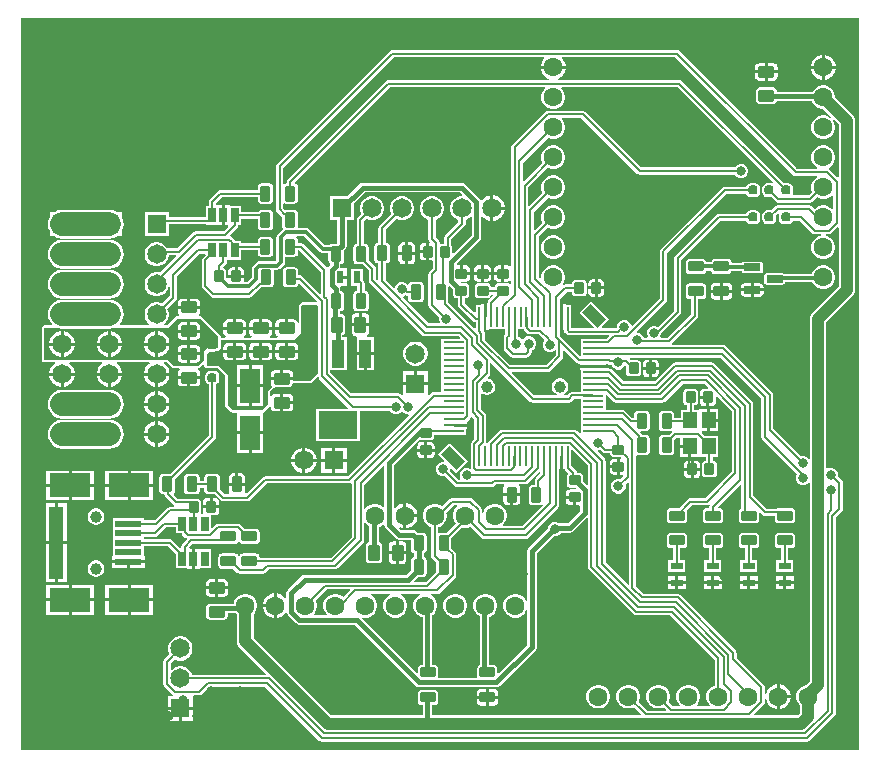
<source format=gbr>
%TF.GenerationSoftware,Altium Limited,Altium Designer,25.3.3 (18)*%
G04 Layer_Physical_Order=1*
G04 Layer_Color=255*
%FSLAX45Y45*%
%MOMM*%
%TF.SameCoordinates,566CE66E-0970-42B3-A130-ADE81A1B3EF9*%
%TF.FilePolarity,Positive*%
%TF.FileFunction,Copper,L1,Top,Signal*%
%TF.Part,Single*%
G01*
G75*
%TA.AperFunction,SMDPad,CuDef*%
G04:AMPARAMS|DCode=10|XSize=1.3mm|YSize=0.9mm|CornerRadius=0.09mm|HoleSize=0mm|Usage=FLASHONLY|Rotation=90.000|XOffset=0mm|YOffset=0mm|HoleType=Round|Shape=RoundedRectangle|*
%AMROUNDEDRECTD10*
21,1,1.30000,0.72000,0,0,90.0*
21,1,1.12000,0.90000,0,0,90.0*
1,1,0.18000,0.36000,0.56000*
1,1,0.18000,0.36000,-0.56000*
1,1,0.18000,-0.36000,-0.56000*
1,1,0.18000,-0.36000,0.56000*
%
%ADD10ROUNDEDRECTD10*%
G04:AMPARAMS|DCode=11|XSize=1.3mm|YSize=0.9mm|CornerRadius=0.09mm|HoleSize=0mm|Usage=FLASHONLY|Rotation=0.000|XOffset=0mm|YOffset=0mm|HoleType=Round|Shape=RoundedRectangle|*
%AMROUNDEDRECTD11*
21,1,1.30000,0.72000,0,0,0.0*
21,1,1.12000,0.90000,0,0,0.0*
1,1,0.18000,0.56000,-0.36000*
1,1,0.18000,-0.56000,-0.36000*
1,1,0.18000,-0.56000,0.36000*
1,1,0.18000,0.56000,0.36000*
%
%ADD11ROUNDEDRECTD11*%
G04:AMPARAMS|DCode=12|XSize=1.4mm|YSize=0.95mm|CornerRadius=0.095mm|HoleSize=0mm|Usage=FLASHONLY|Rotation=180.000|XOffset=0mm|YOffset=0mm|HoleType=Round|Shape=RoundedRectangle|*
%AMROUNDEDRECTD12*
21,1,1.40000,0.76000,0,0,180.0*
21,1,1.21000,0.95000,0,0,180.0*
1,1,0.19000,-0.60500,0.38000*
1,1,0.19000,0.60500,0.38000*
1,1,0.19000,0.60500,-0.38000*
1,1,0.19000,-0.60500,-0.38000*
%
%ADD12ROUNDEDRECTD12*%
G04:AMPARAMS|DCode=13|XSize=0.6mm|YSize=1.4mm|CornerRadius=0.06mm|HoleSize=0mm|Usage=FLASHONLY|Rotation=90.000|XOffset=0mm|YOffset=0mm|HoleType=Round|Shape=RoundedRectangle|*
%AMROUNDEDRECTD13*
21,1,0.60000,1.28000,0,0,90.0*
21,1,0.48000,1.40000,0,0,90.0*
1,1,0.12000,0.64000,0.24000*
1,1,0.12000,0.64000,-0.24000*
1,1,0.12000,-0.64000,-0.24000*
1,1,0.12000,-0.64000,0.24000*
%
%ADD13ROUNDEDRECTD13*%
G04:AMPARAMS|DCode=14|XSize=0.762mm|YSize=0.762mm|CornerRadius=0.1905mm|HoleSize=0mm|Usage=FLASHONLY|Rotation=90.000|XOffset=0mm|YOffset=0mm|HoleType=Round|Shape=RoundedRectangle|*
%AMROUNDEDRECTD14*
21,1,0.76200,0.38100,0,0,90.0*
21,1,0.38100,0.76200,0,0,90.0*
1,1,0.38100,0.19050,0.19050*
1,1,0.38100,0.19050,-0.19050*
1,1,0.38100,-0.19050,-0.19050*
1,1,0.38100,-0.19050,0.19050*
%
%ADD14ROUNDEDRECTD14*%
G04:AMPARAMS|DCode=15|XSize=0.95mm|YSize=0.85mm|CornerRadius=0.085mm|HoleSize=0mm|Usage=FLASHONLY|Rotation=90.000|XOffset=0mm|YOffset=0mm|HoleType=Round|Shape=RoundedRectangle|*
%AMROUNDEDRECTD15*
21,1,0.95000,0.68000,0,0,90.0*
21,1,0.78000,0.85000,0,0,90.0*
1,1,0.17000,0.34000,0.39000*
1,1,0.17000,0.34000,-0.39000*
1,1,0.17000,-0.34000,-0.39000*
1,1,0.17000,-0.34000,0.39000*
%
%ADD15ROUNDEDRECTD15*%
%ADD16R,0.65000X1.20000*%
G04:AMPARAMS|DCode=17|XSize=1mm|YSize=1.8mm|CornerRadius=0mm|HoleSize=0mm|Usage=FLASHONLY|Rotation=225.000|XOffset=0mm|YOffset=0mm|HoleType=Round|Shape=Rectangle|*
%AMROTATEDRECTD17*
4,1,4,-0.28284,0.98995,0.98995,-0.28284,0.28284,-0.98995,-0.98995,0.28284,-0.28284,0.98995,0.0*
%
%ADD17ROTATEDRECTD17*%

%ADD18R,0.22000X1.70000*%
%ADD19R,1.70000X0.22000*%
%ADD20R,1.00000X0.60000*%
G04:AMPARAMS|DCode=21|XSize=1.4mm|YSize=0.95mm|CornerRadius=0.095mm|HoleSize=0mm|Usage=FLASHONLY|Rotation=90.000|XOffset=0mm|YOffset=0mm|HoleType=Round|Shape=RoundedRectangle|*
%AMROUNDEDRECTD21*
21,1,1.40000,0.76000,0,0,90.0*
21,1,1.21000,0.95000,0,0,90.0*
1,1,0.19000,0.38000,0.60500*
1,1,0.19000,0.38000,-0.60500*
1,1,0.19000,-0.38000,-0.60500*
1,1,0.19000,-0.38000,0.60500*
%
%ADD21ROUNDEDRECTD21*%
G04:AMPARAMS|DCode=22|XSize=0.95mm|YSize=0.85mm|CornerRadius=0.085mm|HoleSize=0mm|Usage=FLASHONLY|Rotation=180.000|XOffset=0mm|YOffset=0mm|HoleType=Round|Shape=RoundedRectangle|*
%AMROUNDEDRECTD22*
21,1,0.95000,0.68000,0,0,180.0*
21,1,0.78000,0.85000,0,0,180.0*
1,1,0.17000,-0.39000,0.34000*
1,1,0.17000,0.39000,0.34000*
1,1,0.17000,0.39000,-0.34000*
1,1,0.17000,-0.39000,-0.34000*
%
%ADD22ROUNDEDRECTD22*%
%ADD23R,0.60000X1.00000*%
%ADD24R,1.70000X2.90000*%
%ADD25R,1.00000X2.35000*%
%ADD26R,3.30000X2.35000*%
G04:AMPARAMS|DCode=27|XSize=0.762mm|YSize=0.762mm|CornerRadius=0.1905mm|HoleSize=0mm|Usage=FLASHONLY|Rotation=180.000|XOffset=0mm|YOffset=0mm|HoleType=Round|Shape=RoundedRectangle|*
%AMROUNDEDRECTD27*
21,1,0.76200,0.38100,0,0,180.0*
21,1,0.38100,0.76200,0,0,180.0*
1,1,0.38100,-0.19050,0.19050*
1,1,0.38100,0.19050,0.19050*
1,1,0.38100,0.19050,-0.19050*
1,1,0.38100,-0.19050,-0.19050*
%
%ADD27ROUNDEDRECTD27*%
%ADD28R,1.15000X1.40000*%
%ADD29R,2.30000X0.50800*%
%ADD30R,3.50000X2.00000*%
%ADD31R,1.20000X6.20000*%
%TA.AperFunction,Conductor*%
%ADD32C,0.20000*%
%ADD33C,1.00000*%
%ADD34C,0.40000*%
%ADD35C,0.45000*%
%ADD36C,0.30000*%
%ADD37C,2.00000*%
%TA.AperFunction,ComponentPad*%
%ADD38R,1.65000X1.65000*%
%ADD39C,1.65000*%
%ADD40C,1.60000*%
%ADD41C,1.00000*%
%ADD42R,1.65000X1.65000*%
%ADD43C,6.00000*%
%TA.AperFunction,ViaPad*%
%ADD44C,0.80000*%
%ADD45C,1.27000*%
G36*
X7149022Y50978D02*
X50978D01*
Y6249022D01*
X7149022D01*
Y50978D01*
D02*
G37*
%LPC*%
G36*
X6856876Y5934700D02*
X6855700D01*
Y5842000D01*
X6948400D01*
Y5843176D01*
X6941217Y5869983D01*
X6927341Y5894017D01*
X6907717Y5913641D01*
X6883683Y5927517D01*
X6856876Y5934700D01*
D02*
G37*
G36*
X6830300D02*
X6829124D01*
X6802317Y5927517D01*
X6778283Y5913641D01*
X6758659Y5894017D01*
X6744783Y5869983D01*
X6737600Y5843176D01*
Y5842000D01*
X6830300D01*
Y5934700D01*
D02*
G37*
G36*
X6423200Y5863184D02*
X6375400D01*
Y5802300D01*
X6458784D01*
Y5827600D01*
X6456075Y5841217D01*
X6448361Y5852761D01*
X6436817Y5860475D01*
X6423200Y5863184D01*
D02*
G37*
G36*
X6350000D02*
X6302200D01*
X6288583Y5860475D01*
X6277039Y5852761D01*
X6269325Y5841217D01*
X6266616Y5827600D01*
Y5802300D01*
X6350000D01*
Y5863184D01*
D02*
G37*
G36*
X6948400Y5816600D02*
X6855700D01*
Y5723900D01*
X6856876D01*
X6883683Y5731083D01*
X6907717Y5744959D01*
X6927341Y5764583D01*
X6941217Y5788617D01*
X6948400Y5815424D01*
Y5816600D01*
D02*
G37*
G36*
X6830300D02*
X6737600D01*
Y5815424D01*
X6744783Y5788617D01*
X6758659Y5764583D01*
X6778283Y5744959D01*
X6802317Y5731083D01*
X6829124Y5723900D01*
X6830300D01*
Y5816600D01*
D02*
G37*
G36*
X6458784Y5776900D02*
X6375400D01*
Y5716016D01*
X6423200D01*
X6436817Y5718725D01*
X6448361Y5726439D01*
X6456075Y5737983D01*
X6458784Y5751600D01*
Y5776900D01*
D02*
G37*
G36*
X6350000D02*
X6266616D01*
Y5751600D01*
X6269325Y5737983D01*
X6277039Y5726439D01*
X6288583Y5718725D01*
X6302200Y5716016D01*
X6350000D01*
Y5776900D01*
D02*
G37*
G36*
X2156000Y4845568D02*
X2084000D01*
X2072685Y4843317D01*
X2063092Y4836908D01*
X2056683Y4827315D01*
X2054432Y4816000D01*
Y4790588D01*
X1740001D01*
X1740000Y4790588D01*
X1728294Y4788259D01*
X1718371Y4781629D01*
X1648671Y4711929D01*
X1642041Y4702005D01*
X1639712Y4690300D01*
X1639712Y4690299D01*
Y4654700D01*
X1617800D01*
Y4560588D01*
X1302500D01*
Y4602500D01*
X1097500D01*
Y4397500D01*
X1302500D01*
Y4499412D01*
X1617800D01*
Y4494700D01*
X1707400D01*
Y4489300D01*
X1752600D01*
Y4574699D01*
Y4660100D01*
X1707400D01*
X1700888Y4667402D01*
Y4677630D01*
X1752670Y4729412D01*
X2054432D01*
Y4704000D01*
X2056683Y4692685D01*
X2063092Y4683092D01*
X2072685Y4676683D01*
X2084000Y4674432D01*
X2156000D01*
X2167315Y4676683D01*
X2176908Y4683092D01*
X2183317Y4692685D01*
X2185568Y4704000D01*
Y4816000D01*
X2183317Y4827315D01*
X2176908Y4836908D01*
X2167315Y4843317D01*
X2156000Y4845568D01*
D02*
G37*
G36*
X5605300Y5975288D02*
X5605299Y5975288D01*
X3194700D01*
X3182994Y5972959D01*
X3173071Y5966329D01*
X3173071Y5966328D01*
X2218371Y5011629D01*
X2211741Y5001706D01*
X2209412Y4990000D01*
X2209412Y4989999D01*
Y4625001D01*
X2209412Y4625000D01*
X2211741Y4613295D01*
X2218371Y4603371D01*
X2254794Y4566948D01*
X2264432Y4560509D01*
Y4479000D01*
X2266683Y4467685D01*
X2270201Y4462419D01*
X2269766Y4460234D01*
X2224766Y4415234D01*
X2217031Y4403656D01*
X2214314Y4390000D01*
Y4194782D01*
X2205218Y4185686D01*
X2066899D01*
X2053243Y4182969D01*
X2041665Y4175234D01*
X2014766Y4148335D01*
X2007031Y4136757D01*
X2004314Y4123101D01*
Y4054781D01*
X1962719Y4013186D01*
X1947392D01*
X1941047Y4020916D01*
X1941064Y4021000D01*
Y4047300D01*
X1872500D01*
X1799200D01*
X1793936Y4044667D01*
X1790558Y4047198D01*
Y4099000D01*
X1788346Y4110120D01*
X1782047Y4119547D01*
X1772620Y4125846D01*
X1764876Y4127387D01*
X1763351Y4137846D01*
X1786928Y4161424D01*
X1786929Y4161424D01*
X1793559Y4171348D01*
X1795888Y4183053D01*
Y4199700D01*
X1912800D01*
Y4279412D01*
X2054432D01*
Y4254000D01*
X2056683Y4242685D01*
X2063092Y4233092D01*
X2072685Y4226683D01*
X2084000Y4224432D01*
X2156000D01*
X2167315Y4226683D01*
X2176908Y4233092D01*
X2183317Y4242685D01*
X2185568Y4254000D01*
Y4366000D01*
X2183317Y4377315D01*
X2176908Y4386908D01*
X2167315Y4393317D01*
X2156000Y4395568D01*
X2084000D01*
X2072685Y4393317D01*
X2063092Y4386908D01*
X2056683Y4377315D01*
X2054432Y4366000D01*
Y4340588D01*
X1912800D01*
Y4359700D01*
X1866080D01*
X1866059Y4359805D01*
X1859429Y4369729D01*
X1859428Y4369729D01*
X1837829Y4391329D01*
X1827905Y4397959D01*
X1825781Y4398382D01*
X1822490Y4409232D01*
X1881928Y4468671D01*
X1881929Y4468671D01*
X1888559Y4478594D01*
X1890888Y4490300D01*
Y4494700D01*
X1912800D01*
Y4544112D01*
X2054432D01*
Y4479000D01*
X2056683Y4467685D01*
X2063092Y4458092D01*
X2072685Y4451682D01*
X2084000Y4449432D01*
X2156000D01*
X2167315Y4451682D01*
X2176908Y4458092D01*
X2183317Y4467685D01*
X2185568Y4479000D01*
Y4591000D01*
X2183317Y4602315D01*
X2176908Y4611907D01*
X2167315Y4618317D01*
X2156000Y4620568D01*
X2084000D01*
X2072685Y4618317D01*
X2063092Y4611907D01*
X2058669Y4605287D01*
X1912800D01*
Y4654700D01*
X1823200D01*
Y4660100D01*
X1778000D01*
Y4574699D01*
Y4489300D01*
X1802977D01*
X1806803Y4480061D01*
X1767030Y4440288D01*
X1529701D01*
X1529700Y4440288D01*
X1517995Y4437959D01*
X1508071Y4431329D01*
X1508071Y4431328D01*
X1374879Y4298137D01*
X1288255D01*
X1282020Y4308936D01*
X1262936Y4328020D01*
X1239563Y4341515D01*
X1213494Y4348500D01*
X1186506D01*
X1160436Y4341515D01*
X1137064Y4328020D01*
X1117979Y4308936D01*
X1104485Y4285563D01*
X1097500Y4259494D01*
Y4232506D01*
X1104485Y4206436D01*
X1117979Y4183064D01*
X1137064Y4163979D01*
X1160436Y4150485D01*
X1186506Y4143500D01*
X1213494D01*
X1239563Y4150485D01*
X1262936Y4163979D01*
X1282020Y4183064D01*
X1295515Y4206436D01*
X1302500Y4232506D01*
Y4236962D01*
X1360638D01*
X1364465Y4227723D01*
X1227492Y4090749D01*
X1213494Y4094500D01*
X1186506D01*
X1160436Y4087515D01*
X1137064Y4074020D01*
X1117979Y4054936D01*
X1104485Y4031563D01*
X1097500Y4005494D01*
Y3978506D01*
X1104485Y3952436D01*
X1117979Y3929064D01*
X1137064Y3909979D01*
X1160436Y3896485D01*
X1186506Y3889500D01*
X1213494D01*
X1239563Y3896485D01*
X1262936Y3909979D01*
X1282020Y3929064D01*
X1295515Y3952436D01*
X1299412Y3966983D01*
X1309412Y3965667D01*
Y3890670D01*
X1247611Y3828868D01*
X1239563Y3833515D01*
X1213494Y3840500D01*
X1186506D01*
X1160436Y3833515D01*
X1137064Y3820020D01*
X1117979Y3800936D01*
X1104485Y3777563D01*
X1097500Y3751494D01*
Y3724506D01*
X1104485Y3698436D01*
X1117979Y3675064D01*
X1137064Y3655979D01*
X1138672Y3655051D01*
X1136083Y3645392D01*
X891898Y3645391D01*
X887869Y3655391D01*
X904820Y3677482D01*
X916911Y3706674D01*
X921035Y3738000D01*
X916911Y3769326D01*
X904820Y3798518D01*
X885585Y3823585D01*
X860518Y3842820D01*
X831326Y3854911D01*
X800000Y3859035D01*
X399999D01*
X368673Y3854911D01*
X339482Y3842820D01*
X314414Y3823585D01*
X295179Y3798518D01*
X283088Y3769326D01*
X278964Y3738000D01*
X283088Y3706674D01*
X295179Y3677482D01*
X312131Y3655391D01*
X308103Y3645391D01*
X250000Y3645390D01*
X242196Y3643838D01*
X235580Y3639418D01*
X231160Y3632802D01*
X229608Y3624999D01*
X229608Y3350000D01*
X231160Y3342196D01*
X235581Y3335580D01*
X242196Y3331160D01*
X250000Y3329608D01*
X337407D01*
X339995Y3319948D01*
X333747Y3316341D01*
X313658Y3296252D01*
X299453Y3271648D01*
X292099Y3244205D01*
Y3242700D01*
X399999D01*
X507899D01*
Y3244205D01*
X500546Y3271648D01*
X486341Y3296252D01*
X466252Y3316341D01*
X460004Y3319948D01*
X462592Y3329608D01*
X737407D01*
X739996Y3319949D01*
X733748Y3316341D01*
X713658Y3296252D01*
X699453Y3271648D01*
X692100Y3244205D01*
Y3242700D01*
X800000D01*
X907900D01*
Y3244205D01*
X900547Y3271648D01*
X886341Y3296252D01*
X866252Y3316341D01*
X860004Y3319949D01*
X862592Y3329608D01*
X1137407D01*
X1139996Y3319949D01*
X1133748Y3316341D01*
X1113658Y3296252D01*
X1099453Y3271648D01*
X1092100Y3244205D01*
Y3242700D01*
X1200000D01*
X1307900D01*
Y3244205D01*
X1300547Y3271648D01*
X1286341Y3296252D01*
X1266252Y3316341D01*
X1260004Y3319949D01*
X1262592Y3329608D01*
X1291553D01*
X1335581Y3285581D01*
X1342196Y3281160D01*
X1350000Y3279608D01*
X1391160D01*
X1394194Y3269608D01*
X1387539Y3265161D01*
X1379825Y3253617D01*
X1377116Y3240000D01*
Y3214700D01*
X1569284D01*
Y3240000D01*
X1566575Y3253617D01*
X1558861Y3265161D01*
X1551906Y3269809D01*
X1554038Y3280411D01*
X1557804Y3281160D01*
X1564420Y3285581D01*
X1595369Y3316530D01*
X1604608Y3312704D01*
Y3300000D01*
X1606160Y3292196D01*
X1610581Y3285581D01*
X1617196Y3281160D01*
X1625000Y3279608D01*
X1716553D01*
X1779608Y3216553D01*
Y2970001D01*
X1779608Y2970000D01*
X1781160Y2962196D01*
X1785581Y2955580D01*
X1785581Y2955580D01*
X1830580Y2910581D01*
X1837196Y2906160D01*
X1845000Y2904608D01*
X1873711D01*
X1883500Y2904100D01*
X1883500Y2894608D01*
Y2746400D01*
X2104300D01*
Y2896261D01*
X2104300Y2902701D01*
X2108724Y2909509D01*
X2110409Y2911570D01*
X2153916Y2955078D01*
X2156179Y2954917D01*
X2163402Y2952194D01*
X2163948Y2951841D01*
X2166625Y2938382D01*
X2174339Y2926838D01*
X2185883Y2919125D01*
X2199500Y2916416D01*
X2247300D01*
Y2990000D01*
Y3063584D01*
X2199500D01*
X2185883Y3060875D01*
X2174339Y3053161D01*
X2170392Y3047255D01*
X2160392Y3050288D01*
Y3081554D01*
X2188982Y3110144D01*
X2189545Y3110986D01*
X2190327Y3111628D01*
X2191739Y3114269D01*
X2193402Y3116759D01*
X2199501Y3121922D01*
X2320500D01*
X2332010Y3124212D01*
X2341768Y3130732D01*
X2348288Y3140490D01*
X2350578Y3152000D01*
X2354210Y3154981D01*
X2356084Y3154608D01*
X2499999D01*
X2500000Y3154608D01*
X2507804Y3156160D01*
X2514419Y3160581D01*
X2514420Y3160581D01*
X2560552Y3206714D01*
X2571403Y3203422D01*
X2571741Y3201727D01*
X2578371Y3191803D01*
X2823533Y2946642D01*
X2819706Y2937403D01*
X2552503D01*
Y2662403D01*
X2922503D01*
Y2919412D01*
X3172726D01*
X3174134Y2916013D01*
X3191013Y2899134D01*
X3213065Y2890000D01*
X3236935D01*
X3258987Y2899134D01*
X3270967Y2911114D01*
X3277500Y2915032D01*
X3284033Y2911114D01*
X3296013Y2899134D01*
X3318065Y2890000D01*
X3329660D01*
X3333802Y2880000D01*
X2819790Y2365988D01*
X2119500D01*
X2107795Y2363659D01*
X2097871Y2357029D01*
X2097871Y2357028D01*
X1959413Y2218571D01*
X1953223Y2219279D01*
X1948060Y2229171D01*
Y2229559D01*
X1950674Y2242700D01*
Y2286000D01*
X1879600D01*
X1808526D01*
Y2242700D01*
X1811196Y2229278D01*
X1814063Y2224988D01*
X1808717Y2214988D01*
X1777993D01*
X1735168Y2257813D01*
Y2354700D01*
X1732917Y2366015D01*
X1726508Y2375608D01*
X1716915Y2382017D01*
X1705600Y2384268D01*
X1633600D01*
X1622285Y2382017D01*
X1612692Y2375608D01*
X1606283Y2366015D01*
X1604032Y2354700D01*
Y2329288D01*
X1564168D01*
Y2354700D01*
X1561917Y2366015D01*
X1555508Y2375608D01*
X1545915Y2382017D01*
X1534600Y2384268D01*
X1462600D01*
X1451285Y2382017D01*
X1441692Y2375608D01*
X1435283Y2366015D01*
X1433032Y2354700D01*
Y2242700D01*
X1435283Y2231385D01*
X1441692Y2221792D01*
X1451285Y2215383D01*
X1462600Y2213132D01*
X1534600D01*
X1545915Y2215383D01*
X1555508Y2221792D01*
X1561917Y2231385D01*
X1564168Y2242700D01*
Y2268112D01*
X1604032D01*
Y2242700D01*
X1606283Y2231385D01*
X1612692Y2221792D01*
X1622285Y2215383D01*
X1633600Y2213132D01*
X1693333D01*
X1743694Y2162771D01*
X1753618Y2156141D01*
X1765323Y2153812D01*
X1765324Y2153812D01*
X1968499D01*
X1968500Y2153812D01*
X1980205Y2156141D01*
X1990129Y2162771D01*
X2132170Y2304813D01*
X2832459D01*
X2832460Y2304812D01*
X2840212Y2306355D01*
X2850212Y2300070D01*
Y1854938D01*
X2673462Y1678188D01*
X2071368D01*
Y1683600D01*
X2069118Y1694915D01*
X2062708Y1704508D01*
X2053115Y1710917D01*
X2041800Y1713168D01*
X1929800D01*
X1918485Y1710917D01*
X1908893Y1704508D01*
X1902483Y1694915D01*
X1901998Y1692478D01*
X1891802D01*
X1891318Y1694915D01*
X1884908Y1704508D01*
X1875315Y1710917D01*
X1864000Y1713168D01*
X1752000D01*
X1740685Y1710917D01*
X1731093Y1704508D01*
X1724683Y1694915D01*
X1722432Y1683600D01*
Y1611600D01*
X1724683Y1600285D01*
X1731093Y1590692D01*
X1740685Y1584283D01*
X1752000Y1582032D01*
X1850311D01*
X1881371Y1550972D01*
X1881371Y1550971D01*
X1891295Y1544341D01*
X1903000Y1542012D01*
X2102599D01*
X2102600Y1542012D01*
X2114305Y1544341D01*
X2124229Y1550971D01*
X2150270Y1577012D01*
X2710336D01*
X2710337Y1577012D01*
X2722043Y1579341D01*
X2731966Y1585971D01*
X2947828Y1801833D01*
X2947829Y1801834D01*
X2954459Y1811757D01*
X2956788Y1823463D01*
X2956788Y1823464D01*
Y1970666D01*
X2966447Y1973254D01*
X2967980Y1970599D01*
X2986599Y1951980D01*
X2999118Y1944753D01*
Y1810005D01*
X2990490Y1808288D01*
X2980732Y1801768D01*
X2974212Y1792010D01*
X2971922Y1780500D01*
Y1659500D01*
X2974212Y1647990D01*
X2980732Y1638232D01*
X2990490Y1631712D01*
X3002000Y1629422D01*
X3078000D01*
X3089510Y1631712D01*
X3099268Y1638232D01*
X3105788Y1647990D01*
X3108078Y1659500D01*
Y1780500D01*
X3105788Y1792010D01*
X3099268Y1801768D01*
X3089510Y1808288D01*
X3085782Y1809030D01*
Y1938596D01*
X3086598Y1938815D01*
X3109401Y1951980D01*
X3117978Y1960557D01*
X3127217Y1956730D01*
Y1955512D01*
X3127216Y1955511D01*
X3130321Y1939904D01*
X3139162Y1926673D01*
X3223456Y1842379D01*
X3223456Y1842378D01*
X3236687Y1833537D01*
X3252294Y1830433D01*
X3351890D01*
X3354432Y1827891D01*
Y1744000D01*
X3356683Y1732685D01*
X3363092Y1723092D01*
X3372685Y1716683D01*
X3379217Y1715383D01*
Y1684617D01*
X3372685Y1683317D01*
X3363092Y1676908D01*
X3356683Y1667315D01*
X3354432Y1656000D01*
Y1572109D01*
X3313107Y1530784D01*
X2452295D01*
X2436687Y1527679D01*
X2423456Y1518838D01*
X2423456Y1518838D01*
X2309161Y1404544D01*
X2300321Y1391313D01*
X2297216Y1375705D01*
X2297216Y1375704D01*
Y1337432D01*
X2287216Y1335842D01*
X2268717Y1354341D01*
X2244683Y1368217D01*
X2217876Y1375400D01*
X2216699D01*
Y1270000D01*
Y1164600D01*
X2217876D01*
X2244683Y1171783D01*
X2268717Y1185659D01*
X2288341Y1205283D01*
X2289580Y1207428D01*
X2296273Y1207329D01*
X2300122Y1205688D01*
X2300321Y1204687D01*
X2309161Y1191456D01*
X2379455Y1121162D01*
X2379456Y1121162D01*
X2392687Y1112321D01*
X2408294Y1109216D01*
X2408296Y1109216D01*
X2876810D01*
X3394865Y591162D01*
X3394865Y591162D01*
X3408096Y582321D01*
X3423704Y579216D01*
X3423705Y579217D01*
X4076295D01*
X4076296Y579216D01*
X4091904Y582321D01*
X4105135Y591162D01*
X4408838Y894865D01*
X4417679Y908096D01*
X4420783Y923704D01*
Y1719017D01*
X4561766Y1860000D01*
X4581935D01*
X4603987Y1869134D01*
X4620866Y1886013D01*
X4621221Y1886870D01*
X4697652D01*
X4697654Y1886870D01*
X4713261Y1889974D01*
X4726492Y1898815D01*
X4840173Y2012497D01*
X4849412Y2008670D01*
Y1600297D01*
X4849412Y1600296D01*
X4851741Y1588590D01*
X4858371Y1578667D01*
X5238666Y1198372D01*
X5238666Y1198371D01*
X5248590Y1191741D01*
X5260295Y1189412D01*
X5547330D01*
X5923412Y813331D01*
Y595332D01*
X5915402Y593185D01*
X5892599Y580020D01*
X5873980Y561401D01*
X5860815Y538598D01*
X5854000Y513165D01*
Y486835D01*
X5860815Y461402D01*
X5873980Y438599D01*
X5882753Y429827D01*
X5878926Y420588D01*
X5775074D01*
X5771248Y429827D01*
X5780020Y438599D01*
X5793185Y461402D01*
X5800000Y486835D01*
Y513165D01*
X5793185Y538598D01*
X5780020Y561401D01*
X5761401Y580020D01*
X5738598Y593185D01*
X5713165Y600000D01*
X5686835D01*
X5661402Y593185D01*
X5638599Y580020D01*
X5619980Y561401D01*
X5606815Y538598D01*
X5600000Y513165D01*
Y486835D01*
X5606815Y461402D01*
X5619980Y438599D01*
X5628753Y429827D01*
X5624926Y420588D01*
X5568670D01*
X5535038Y454220D01*
X5539185Y461402D01*
X5546000Y486835D01*
Y513165D01*
X5539185Y538598D01*
X5526020Y561401D01*
X5507401Y580020D01*
X5484598Y593185D01*
X5459165Y600000D01*
X5432835D01*
X5407402Y593185D01*
X5384599Y580020D01*
X5365980Y561401D01*
X5352815Y538598D01*
X5346000Y513165D01*
Y486835D01*
X5352815Y461402D01*
X5365980Y438599D01*
X5384599Y419980D01*
X5407402Y406815D01*
X5432835Y400000D01*
X5459165D01*
X5484598Y406815D01*
X5491780Y410962D01*
X5512916Y389827D01*
X5509089Y380588D01*
X5354670D01*
X5281038Y454219D01*
X5285185Y461402D01*
X5292000Y486835D01*
Y513165D01*
X5285185Y538598D01*
X5272020Y561401D01*
X5253401Y580020D01*
X5230598Y593185D01*
X5205165Y600000D01*
X5178835D01*
X5153402Y593185D01*
X5130599Y580020D01*
X5111980Y561401D01*
X5098815Y538598D01*
X5092000Y513165D01*
Y486835D01*
X5098815Y461402D01*
X5111980Y438599D01*
X5130599Y419980D01*
X5153402Y406815D01*
X5178835Y400000D01*
X5205165D01*
X5230598Y406815D01*
X5237781Y410962D01*
X5298900Y349843D01*
X5295073Y340604D01*
X3533284D01*
Y429432D01*
X3556000D01*
X3567315Y431683D01*
X3576908Y438092D01*
X3583317Y447685D01*
X3585568Y459000D01*
Y531000D01*
X3583317Y542315D01*
X3576908Y551908D01*
X3567315Y558317D01*
X3556000Y560568D01*
X3444000D01*
X3432685Y558317D01*
X3423092Y551908D01*
X3416683Y542315D01*
X3414432Y531000D01*
Y459000D01*
X3416683Y447685D01*
X3423092Y438092D01*
X3432685Y431683D01*
X3444000Y429432D01*
X3451716D01*
Y340604D01*
X2676683D01*
X2020604Y996683D01*
Y1199183D01*
X2030020Y1208599D01*
X2043185Y1231402D01*
X2050000Y1256835D01*
Y1283165D01*
X2043185Y1308598D01*
X2030020Y1331401D01*
X2011401Y1350020D01*
X1988598Y1363185D01*
X1963165Y1370000D01*
X1936835D01*
X1911402Y1363185D01*
X1888599Y1350020D01*
X1869980Y1331401D01*
X1856815Y1308598D01*
X1851248Y1287823D01*
X1771782D01*
X1770500Y1288078D01*
X1649500D01*
X1637990Y1285788D01*
X1628232Y1279268D01*
X1621712Y1269510D01*
X1619422Y1258000D01*
Y1182000D01*
X1621712Y1170490D01*
X1628232Y1160732D01*
X1637990Y1154212D01*
X1649500Y1151922D01*
X1770500D01*
X1782010Y1154212D01*
X1791768Y1160732D01*
X1798288Y1170490D01*
X1800578Y1182000D01*
Y1206256D01*
X1872323D01*
X1879396Y1199183D01*
Y967438D01*
X1881802Y949164D01*
X1888855Y932136D01*
X1900075Y917513D01*
X2123762Y693827D01*
X2119935Y684588D01*
X1497920D01*
X1495515Y693564D01*
X1482020Y716936D01*
X1462936Y736020D01*
X1439564Y749515D01*
X1413494Y756500D01*
X1386506D01*
X1360436Y749515D01*
X1337064Y736020D01*
X1327327Y726284D01*
X1318088Y730110D01*
Y782830D01*
X1352389Y817131D01*
X1360436Y812485D01*
X1386506Y805500D01*
X1413494D01*
X1439564Y812485D01*
X1462936Y825980D01*
X1482020Y845064D01*
X1495515Y868436D01*
X1502500Y894506D01*
Y921494D01*
X1495515Y947564D01*
X1482020Y970936D01*
X1462936Y990020D01*
X1439564Y1003515D01*
X1413494Y1010500D01*
X1386506D01*
X1360436Y1003515D01*
X1337064Y990020D01*
X1317980Y970936D01*
X1304485Y947564D01*
X1297500Y921494D01*
Y894506D01*
X1304485Y868436D01*
X1309131Y860389D01*
X1265871Y817129D01*
X1259241Y807205D01*
X1256912Y795500D01*
X1256912Y795499D01*
Y607402D01*
X1256912Y607401D01*
X1259241Y595696D01*
X1265871Y585772D01*
X1331772Y519871D01*
X1334723Y517900D01*
X1331689Y507900D01*
X1292100D01*
Y412700D01*
X1400000D01*
X1507900D01*
Y500912D01*
X1507900Y507900D01*
X1516652Y510912D01*
X1560704D01*
X1560705Y510912D01*
X1572411Y513241D01*
X1582334Y519871D01*
X1645875Y583412D01*
X2121062D01*
X2576103Y128372D01*
X2576103Y128371D01*
X2586027Y121741D01*
X2597732Y119412D01*
X2597733Y119412D01*
X6707066D01*
X6707068Y119412D01*
X6718773Y121741D01*
X6728696Y128371D01*
X6941628Y341303D01*
X6941629Y341304D01*
X6948259Y351227D01*
X6950588Y362932D01*
Y2017157D01*
X7001629Y2068198D01*
X7008260Y2078122D01*
X7010588Y2089827D01*
X7010588Y2089828D01*
Y2309999D01*
X7010588Y2310000D01*
X7008260Y2321705D01*
X7001629Y2331629D01*
X7001628Y2331629D01*
X6968592Y2364666D01*
X6970000Y2368065D01*
Y2391935D01*
X6960866Y2413987D01*
X6943987Y2430866D01*
X6921935Y2440000D01*
X6898065D01*
X6880604Y2432767D01*
X6870604Y2438522D01*
Y3670755D01*
X7093725Y3893876D01*
X7104945Y3908498D01*
X7111998Y3925527D01*
X7114404Y3943800D01*
Y5374500D01*
X7111998Y5392773D01*
X7104945Y5409802D01*
X7093725Y5424424D01*
X6943000Y5575149D01*
Y5588465D01*
X6936185Y5613898D01*
X6923020Y5636701D01*
X6904401Y5655320D01*
X6881598Y5668485D01*
X6856165Y5675300D01*
X6829835D01*
X6804402Y5668485D01*
X6781599Y5655320D01*
X6762980Y5636701D01*
X6755205Y5623233D01*
X6453278D01*
Y5627600D01*
X6450988Y5639110D01*
X6444468Y5648868D01*
X6434710Y5655388D01*
X6423200Y5657678D01*
X6302200D01*
X6290690Y5655388D01*
X6280932Y5648868D01*
X6274412Y5639110D01*
X6272122Y5627600D01*
Y5551600D01*
X6274412Y5540090D01*
X6280932Y5530332D01*
X6290690Y5523812D01*
X6302200Y5521522D01*
X6423200D01*
X6434710Y5523812D01*
X6444468Y5530332D01*
X6450988Y5540090D01*
X6451302Y5541666D01*
X6748485D01*
X6749815Y5536702D01*
X6762980Y5513899D01*
X6781599Y5495280D01*
X6804402Y5482115D01*
X6829835Y5475300D01*
X6843151D01*
X6907201Y5411251D01*
X6901061Y5403249D01*
X6881598Y5414485D01*
X6856165Y5421300D01*
X6829835D01*
X6804402Y5414485D01*
X6781599Y5401320D01*
X6762980Y5382701D01*
X6749815Y5359898D01*
X6743000Y5334465D01*
Y5308135D01*
X6749815Y5282702D01*
X6762980Y5259899D01*
X6781599Y5241280D01*
X6804402Y5228115D01*
X6829835Y5221300D01*
X6856165D01*
X6881598Y5228115D01*
X6904401Y5241280D01*
X6923020Y5259899D01*
X6936185Y5282702D01*
X6943000Y5308135D01*
Y5334465D01*
X6936185Y5359898D01*
X6924949Y5379361D01*
X6932951Y5385501D01*
X6973196Y5345255D01*
Y4902627D01*
X6963957Y4898801D01*
X6900829Y4961929D01*
X6891402Y4968228D01*
X6890653Y4971338D01*
X6889961Y4978943D01*
X6904401Y4987280D01*
X6923020Y5005899D01*
X6936185Y5028702D01*
X6943000Y5054135D01*
Y5080465D01*
X6936185Y5105898D01*
X6923020Y5128701D01*
X6904401Y5147320D01*
X6881598Y5160485D01*
X6856165Y5167300D01*
X6829835D01*
X6804402Y5160485D01*
X6781599Y5147320D01*
X6762980Y5128701D01*
X6749815Y5105898D01*
X6743000Y5080465D01*
Y5054135D01*
X6749815Y5028702D01*
X6762980Y5005899D01*
X6781599Y4987280D01*
X6792671Y4980888D01*
X6789992Y4970888D01*
X6622370D01*
X5626929Y5966329D01*
X5617005Y5972959D01*
X5605300Y5975288D01*
D02*
G37*
G36*
X800000Y4621035D02*
X399999D01*
X368673Y4616911D01*
X339482Y4604820D01*
X336458Y4602500D01*
X297500D01*
Y4563541D01*
X295179Y4560518D01*
X283088Y4531326D01*
X278964Y4500000D01*
X283088Y4468674D01*
X295179Y4439482D01*
X297500Y4436458D01*
Y4397500D01*
X336458D01*
X339482Y4395180D01*
X368673Y4383089D01*
X399999Y4378964D01*
X800000D01*
X831326Y4383089D01*
X860518Y4395180D01*
X863541Y4397500D01*
X902500D01*
Y4436458D01*
X904820Y4439482D01*
X916911Y4468674D01*
X921035Y4500000D01*
X916911Y4531326D01*
X904820Y4560518D01*
X902500Y4563541D01*
Y4602500D01*
X863541D01*
X860518Y4604820D01*
X831326Y4616911D01*
X800000Y4621035D01*
D02*
G37*
G36*
Y4367035D02*
X399999D01*
X368673Y4362911D01*
X339482Y4350820D01*
X314414Y4331585D01*
X295179Y4306518D01*
X283088Y4277326D01*
X278964Y4246000D01*
X283088Y4214674D01*
X295179Y4185482D01*
X314414Y4160415D01*
X339482Y4141180D01*
X368673Y4129089D01*
X399999Y4124964D01*
X800000D01*
X831326Y4129089D01*
X860518Y4141180D01*
X885585Y4160415D01*
X904820Y4185482D01*
X916911Y4214674D01*
X921035Y4246000D01*
X916911Y4277326D01*
X904820Y4306518D01*
X885585Y4331585D01*
X860518Y4350820D01*
X831326Y4362911D01*
X800000Y4367035D01*
D02*
G37*
G36*
X1906500Y4133564D02*
X1885200D01*
Y4072700D01*
X1941064D01*
Y4099000D01*
X1938433Y4112227D01*
X1930941Y4123441D01*
X1919727Y4130933D01*
X1906500Y4133564D01*
D02*
G37*
G36*
X1859800D02*
X1838500D01*
X1825273Y4130933D01*
X1814059Y4123441D01*
X1806567Y4112227D01*
X1803936Y4099000D01*
Y4072700D01*
X1859800D01*
Y4133564D01*
D02*
G37*
G36*
X800000Y4113035D02*
X399999D01*
X368673Y4108911D01*
X339482Y4096820D01*
X314414Y4077585D01*
X295179Y4052518D01*
X283088Y4023326D01*
X278964Y3992000D01*
X283088Y3960674D01*
X295179Y3931482D01*
X314414Y3906415D01*
X339482Y3887180D01*
X368673Y3875089D01*
X399999Y3870964D01*
X800000D01*
X831326Y3875089D01*
X860518Y3887180D01*
X885585Y3906415D01*
X904820Y3931482D01*
X916911Y3960674D01*
X921035Y3992000D01*
X916911Y4023326D01*
X904820Y4052518D01*
X885585Y4077585D01*
X860518Y4096820D01*
X831326Y4108911D01*
X800000Y4113035D01*
D02*
G37*
G36*
X1569284Y3189300D02*
X1485900D01*
Y3128416D01*
X1533700D01*
X1547317Y3131125D01*
X1558861Y3138839D01*
X1566575Y3150383D01*
X1569284Y3164000D01*
Y3189300D01*
D02*
G37*
G36*
X1460500D02*
X1377116D01*
Y3164000D01*
X1379825Y3150383D01*
X1387539Y3138839D01*
X1399083Y3131125D01*
X1412700Y3128416D01*
X1460500D01*
Y3189300D01*
D02*
G37*
G36*
X1307900Y3217300D02*
X1212700D01*
Y3122100D01*
X1214205D01*
X1241648Y3129453D01*
X1266252Y3143658D01*
X1286341Y3163748D01*
X1300547Y3188352D01*
X1307900Y3215795D01*
Y3217300D01*
D02*
G37*
G36*
X1187300D02*
X1092100D01*
Y3215795D01*
X1099453Y3188352D01*
X1113658Y3163748D01*
X1133748Y3143658D01*
X1158352Y3129453D01*
X1185795Y3122100D01*
X1187300D01*
Y3217300D01*
D02*
G37*
G36*
X907900D02*
X812700D01*
Y3122100D01*
X814205D01*
X841648Y3129453D01*
X866252Y3143658D01*
X886341Y3163748D01*
X900547Y3188352D01*
X907900Y3215795D01*
Y3217300D01*
D02*
G37*
G36*
X787300D02*
X692100D01*
Y3215795D01*
X699453Y3188352D01*
X713658Y3163748D01*
X733748Y3143658D01*
X758352Y3129453D01*
X785795Y3122100D01*
X787300D01*
Y3217300D01*
D02*
G37*
G36*
X507899D02*
X412699D01*
Y3122100D01*
X414205D01*
X441647Y3129453D01*
X466252Y3143658D01*
X486341Y3163748D01*
X500546Y3188352D01*
X507899Y3215795D01*
Y3217300D01*
D02*
G37*
G36*
X387299D02*
X292099D01*
Y3215795D01*
X299453Y3188352D01*
X313658Y3163748D01*
X333747Y3143658D01*
X358352Y3129453D01*
X385794Y3122100D01*
X387299D01*
Y3217300D01*
D02*
G37*
G36*
X2320500Y3063584D02*
X2272700D01*
Y3002700D01*
X2356084D01*
Y3028000D01*
X2353375Y3041617D01*
X2345661Y3053161D01*
X2334117Y3060875D01*
X2320500Y3063584D01*
D02*
G37*
G36*
X1214205Y3083900D02*
X1212700D01*
Y2988700D01*
X1307900D01*
Y2990205D01*
X1300547Y3017648D01*
X1286341Y3042252D01*
X1266252Y3062341D01*
X1241648Y3076547D01*
X1214205Y3083900D01*
D02*
G37*
G36*
X1187300D02*
X1185795D01*
X1158352Y3076547D01*
X1133748Y3062341D01*
X1113658Y3042252D01*
X1099453Y3017648D01*
X1092100Y2990205D01*
Y2988700D01*
X1187300D01*
Y3083900D01*
D02*
G37*
G36*
X2356084Y2977300D02*
X2272700D01*
Y2916416D01*
X2320500D01*
X2334117Y2919125D01*
X2345661Y2926838D01*
X2353375Y2938382D01*
X2356084Y2952000D01*
Y2977300D01*
D02*
G37*
G36*
X1307900Y2963300D02*
X1212700D01*
Y2868100D01*
X1214205D01*
X1241648Y2875453D01*
X1266252Y2889658D01*
X1286341Y2909748D01*
X1300547Y2934352D01*
X1307900Y2961795D01*
Y2963300D01*
D02*
G37*
G36*
X1187300D02*
X1092100D01*
Y2961795D01*
X1099453Y2934352D01*
X1113658Y2909748D01*
X1133748Y2889658D01*
X1158352Y2875453D01*
X1185795Y2868100D01*
X1187300D01*
Y2963300D01*
D02*
G37*
G36*
X800000Y3097035D02*
X399999D01*
X368673Y3092911D01*
X339482Y3080820D01*
X314414Y3061585D01*
X295179Y3036518D01*
X283088Y3007326D01*
X278964Y2976000D01*
X283088Y2944674D01*
X295179Y2915482D01*
X314414Y2890415D01*
X339482Y2871180D01*
X368673Y2859089D01*
X399999Y2854964D01*
X800000D01*
X831326Y2859089D01*
X860518Y2871180D01*
X885585Y2890415D01*
X904820Y2915482D01*
X916911Y2944674D01*
X921035Y2976000D01*
X916911Y3007326D01*
X904820Y3036518D01*
X885585Y3061585D01*
X860518Y3080820D01*
X831326Y3092911D01*
X800000Y3097035D01*
D02*
G37*
G36*
X1214205Y2829900D02*
X1212700D01*
Y2734700D01*
X1307900D01*
Y2736205D01*
X1300547Y2763648D01*
X1286341Y2788252D01*
X1266252Y2808341D01*
X1241648Y2822547D01*
X1214205Y2829900D01*
D02*
G37*
G36*
X1187300D02*
X1185795D01*
X1158352Y2822547D01*
X1133748Y2808341D01*
X1113658Y2788252D01*
X1099453Y2763648D01*
X1092100Y2736205D01*
Y2734700D01*
X1187300D01*
Y2829900D01*
D02*
G37*
G36*
X1307900Y2709300D02*
X1212700D01*
Y2614100D01*
X1214205D01*
X1241648Y2621453D01*
X1266252Y2635658D01*
X1286341Y2655748D01*
X1300547Y2680352D01*
X1307900Y2707795D01*
Y2709300D01*
D02*
G37*
G36*
X1187300D02*
X1092100D01*
Y2707795D01*
X1099453Y2680352D01*
X1113658Y2655748D01*
X1133748Y2635658D01*
X1158352Y2621453D01*
X1185795Y2614100D01*
X1187300D01*
Y2709300D01*
D02*
G37*
G36*
X800000Y2843035D02*
X399999D01*
X368673Y2838911D01*
X339482Y2826820D01*
X314414Y2807585D01*
X295179Y2782518D01*
X283088Y2753326D01*
X278964Y2722000D01*
X283088Y2690674D01*
X295179Y2661482D01*
X314414Y2636415D01*
X339482Y2617180D01*
X368673Y2605089D01*
X399999Y2600964D01*
X800000D01*
X831326Y2605089D01*
X860518Y2617180D01*
X885585Y2636415D01*
X904820Y2661482D01*
X916911Y2690674D01*
X921035Y2722000D01*
X916911Y2753326D01*
X904820Y2782518D01*
X885585Y2807585D01*
X860518Y2826820D01*
X831326Y2838911D01*
X800000Y2843035D01*
D02*
G37*
G36*
X2104300Y2721000D02*
X2006600D01*
Y2563300D01*
X2104300D01*
Y2721000D01*
D02*
G37*
G36*
X1981200D02*
X1883500D01*
Y2563300D01*
X1981200D01*
Y2721000D01*
D02*
G37*
G36*
X2807900Y2607900D02*
X2712699D01*
Y2512700D01*
X2807900D01*
Y2607900D01*
D02*
G37*
G36*
X2460205D02*
X2458699D01*
Y2512700D01*
X2553900D01*
Y2514205D01*
X2546547Y2541648D01*
X2532341Y2566252D01*
X2512252Y2586342D01*
X2487648Y2600547D01*
X2460205Y2607900D01*
D02*
G37*
G36*
X2687299D02*
X2592100D01*
Y2512700D01*
X2687299D01*
Y2607900D01*
D02*
G37*
G36*
X2433299D02*
X2431795D01*
X2404352Y2600547D01*
X2379748Y2586342D01*
X2359658Y2566252D01*
X2345453Y2541648D01*
X2338100Y2514205D01*
Y2512700D01*
X2433299D01*
Y2607900D01*
D02*
G37*
G36*
X2807900Y2487300D02*
X2712699D01*
Y2392100D01*
X2807900D01*
Y2487300D01*
D02*
G37*
G36*
X2687299D02*
X2592100D01*
Y2392100D01*
X2687299D01*
Y2487300D01*
D02*
G37*
G36*
X2553900D02*
X2458699D01*
Y2392100D01*
X2460205D01*
X2487648Y2399453D01*
X2512252Y2413659D01*
X2532341Y2433748D01*
X2546547Y2458352D01*
X2553900Y2485795D01*
Y2487300D01*
D02*
G37*
G36*
X2433299D02*
X2338100D01*
Y2485795D01*
X2345453Y2458352D01*
X2359658Y2433748D01*
X2379748Y2413659D01*
X2404352Y2399453D01*
X2431795Y2392100D01*
X2433299D01*
Y2487300D01*
D02*
G37*
G36*
X1915600Y2389774D02*
X1892300D01*
Y2311400D01*
X1950674D01*
Y2354700D01*
X1948004Y2368122D01*
X1940401Y2379501D01*
X1929022Y2387104D01*
X1915600Y2389774D01*
D02*
G37*
G36*
X1866900D02*
X1843600D01*
X1830178Y2387104D01*
X1818799Y2379501D01*
X1811196Y2368122D01*
X1808526Y2354700D01*
Y2311400D01*
X1866900D01*
Y2389774D01*
D02*
G37*
G36*
X1166600Y2413820D02*
X978900D01*
Y2301120D01*
X1166600D01*
Y2413820D01*
D02*
G37*
G36*
X666600D02*
X478900D01*
Y2301120D01*
X666600D01*
Y2413820D01*
D02*
G37*
G36*
X953500D02*
X765800D01*
Y2301120D01*
X953500D01*
Y2413820D01*
D02*
G37*
G36*
X453500D02*
X265800D01*
Y2301120D01*
X453500D01*
Y2413820D01*
D02*
G37*
G36*
X1166600Y2275720D02*
X978900D01*
Y2163020D01*
X1166600D01*
Y2275720D01*
D02*
G37*
G36*
X953500D02*
X765800D01*
Y2163020D01*
X953500D01*
Y2275720D01*
D02*
G37*
G36*
X666600D02*
X478900D01*
Y2163020D01*
X666600D01*
Y2275720D01*
D02*
G37*
G36*
X453500D02*
X265800D01*
Y2163020D01*
X453500D01*
Y2275720D01*
D02*
G37*
G36*
X1694000Y2181764D02*
X1672700D01*
Y2120900D01*
X1728564D01*
Y2147200D01*
X1725933Y2160427D01*
X1718441Y2171641D01*
X1707227Y2179133D01*
X1694000Y2181764D01*
D02*
G37*
G36*
X1647300D02*
X1626000D01*
X1612773Y2179133D01*
X1601559Y2171641D01*
X1594067Y2160427D01*
X1591436Y2147200D01*
Y2120900D01*
X1647300D01*
Y2181764D01*
D02*
G37*
G36*
X1689050Y3259165D02*
X1650950D01*
X1635714Y3256134D01*
X1622797Y3247503D01*
X1614166Y3234586D01*
X1611135Y3219350D01*
Y3181250D01*
X1614166Y3166013D01*
X1622797Y3153097D01*
X1635714Y3144466D01*
X1639412Y3143730D01*
Y2712770D01*
X1310910Y2384268D01*
X1252600D01*
X1241285Y2382017D01*
X1231692Y2375608D01*
X1225283Y2366015D01*
X1223032Y2354700D01*
Y2242700D01*
X1225283Y2231385D01*
X1231692Y2221792D01*
X1241285Y2215383D01*
X1252600Y2213132D01*
X1264451D01*
X1266325Y2203710D01*
X1272956Y2193787D01*
X1343571Y2123172D01*
X1343572Y2123171D01*
X1348635Y2119788D01*
X1345602Y2109788D01*
X1313791D01*
X1313790Y2109788D01*
X1302085Y2107459D01*
X1292161Y2100829D01*
X1292161Y2100828D01*
X1185340Y1994008D01*
X1096200D01*
Y2008820D01*
X826200D01*
Y1918020D01*
Y1838010D01*
Y1758000D01*
Y1694180D01*
X820800D01*
Y1656080D01*
X961200D01*
X1101600D01*
Y1694180D01*
X1096200D01*
Y1772812D01*
X1296330D01*
X1363800Y1705343D01*
Y1588600D01*
X1453400D01*
Y1583200D01*
X1498600D01*
Y1668600D01*
Y1754000D01*
X1481400D01*
X1477257Y1764000D01*
X1505469Y1792212D01*
X1751095D01*
X1752000Y1792032D01*
X1864000D01*
X1875315Y1794283D01*
X1884908Y1800692D01*
X1891318Y1810285D01*
X1891802Y1812722D01*
X1901998D01*
X1902483Y1810285D01*
X1908893Y1800692D01*
X1918485Y1794283D01*
X1929800Y1792032D01*
X2041800D01*
X2053115Y1794283D01*
X2062708Y1800692D01*
X2069118Y1810285D01*
X2071368Y1821600D01*
Y1893600D01*
X2069118Y1904915D01*
X2062708Y1914508D01*
X2053115Y1920917D01*
X2041800Y1923168D01*
X1943490D01*
X1912429Y1954229D01*
X1902505Y1960859D01*
X1890800Y1963188D01*
X1890799Y1963188D01*
X1717864D01*
X1717863Y1963188D01*
X1706158Y1960859D01*
X1696234Y1954229D01*
X1696234Y1954228D01*
X1668039Y1926033D01*
X1658800Y1929860D01*
Y2034636D01*
X1694000D01*
X1707227Y2037267D01*
X1718441Y2044759D01*
X1725933Y2055973D01*
X1728564Y2069200D01*
Y2095500D01*
X1660000D01*
X1591436D01*
Y2069200D01*
X1594067Y2055973D01*
X1595652Y2053600D01*
X1590307Y2043600D01*
X1578198D01*
X1572853Y2053600D01*
X1575846Y2058080D01*
X1578058Y2069200D01*
Y2147200D01*
X1575846Y2158320D01*
X1569547Y2167747D01*
X1560120Y2174046D01*
X1549000Y2176258D01*
X1481000D01*
X1476623Y2175388D01*
X1377870D01*
X1342663Y2210595D01*
X1343643Y2220547D01*
X1345508Y2221792D01*
X1351917Y2231385D01*
X1354168Y2242700D01*
Y2341010D01*
X1691628Y2678471D01*
X1691629Y2678471D01*
X1698259Y2688395D01*
X1700588Y2700100D01*
X1700588Y2700101D01*
Y3143730D01*
X1704286Y3144466D01*
X1717203Y3153097D01*
X1725834Y3166013D01*
X1728865Y3181250D01*
Y3219350D01*
X1725834Y3234586D01*
X1717203Y3247503D01*
X1704286Y3256134D01*
X1689050Y3259165D01*
D02*
G37*
G36*
X695415Y2093110D02*
X676984D01*
X659181Y2088339D01*
X643219Y2079124D01*
X630186Y2066091D01*
X620970Y2050129D01*
X616200Y2032326D01*
Y2013894D01*
X620970Y1996091D01*
X630186Y1980129D01*
X643219Y1967096D01*
X659181Y1957881D01*
X676984Y1953110D01*
X695415D01*
X713219Y1957881D01*
X729181Y1967096D01*
X742214Y1980129D01*
X751429Y1996091D01*
X756200Y2013894D01*
Y2032326D01*
X751429Y2050129D01*
X742214Y2066091D01*
X729181Y2079124D01*
X713219Y2088339D01*
X695415Y2093110D01*
D02*
G37*
G36*
X436600Y2139090D02*
X363900D01*
Y1816390D01*
X436600D01*
Y2139090D01*
D02*
G37*
G36*
X338500D02*
X265800D01*
Y1816390D01*
X338500D01*
Y2139090D01*
D02*
G37*
G36*
X3278000Y1816084D02*
X3252700D01*
Y1732700D01*
X3313584D01*
Y1780500D01*
X3310875Y1794117D01*
X3303162Y1805661D01*
X3291617Y1813375D01*
X3278000Y1816084D01*
D02*
G37*
G36*
X3227300D02*
X3202000D01*
X3188383Y1813375D01*
X3176839Y1805661D01*
X3169125Y1794117D01*
X3166416Y1780500D01*
Y1732700D01*
X3227300D01*
Y1816084D01*
D02*
G37*
G36*
X3313584Y1707300D02*
X3252700D01*
Y1623916D01*
X3278000D01*
X3291617Y1626625D01*
X3303162Y1634339D01*
X3310875Y1645883D01*
X3313584Y1659500D01*
Y1707300D01*
D02*
G37*
G36*
X3227300D02*
X3166416D01*
Y1659500D01*
X3169125Y1645883D01*
X3176839Y1634339D01*
X3188383Y1626625D01*
X3202000Y1623916D01*
X3227300D01*
Y1707300D01*
D02*
G37*
G36*
X1101600Y1630680D02*
X973900D01*
Y1592580D01*
X1101600D01*
Y1630680D01*
D02*
G37*
G36*
X948500D02*
X820800D01*
Y1592580D01*
X948500D01*
Y1630680D01*
D02*
G37*
G36*
X1569200Y1754000D02*
X1524000D01*
Y1668600D01*
Y1583200D01*
X1569200D01*
Y1588600D01*
X1658800D01*
Y1748600D01*
X1569200D01*
Y1754000D01*
D02*
G37*
G36*
X695415Y1653690D02*
X676984D01*
X659181Y1648919D01*
X643219Y1639704D01*
X630186Y1626671D01*
X620970Y1610709D01*
X616200Y1592906D01*
Y1574474D01*
X620970Y1556671D01*
X630186Y1540709D01*
X643219Y1527676D01*
X659181Y1518461D01*
X676984Y1513690D01*
X695415D01*
X713219Y1518461D01*
X729181Y1527676D01*
X742214Y1540709D01*
X751429Y1556671D01*
X756200Y1574474D01*
Y1592906D01*
X751429Y1610709D01*
X742214Y1626671D01*
X729181Y1639704D01*
X713219Y1648919D01*
X695415Y1653690D01*
D02*
G37*
G36*
X436600Y1790990D02*
X363900D01*
Y1468290D01*
X436600D01*
Y1790990D01*
D02*
G37*
G36*
X338500D02*
X265800D01*
Y1468290D01*
X338500D01*
Y1790990D01*
D02*
G37*
G36*
X1770500Y1493584D02*
X1722700D01*
Y1432700D01*
X1806084D01*
Y1458000D01*
X1803375Y1471617D01*
X1795661Y1483161D01*
X1784117Y1490875D01*
X1770500Y1493584D01*
D02*
G37*
G36*
X1697300D02*
X1649500D01*
X1635883Y1490875D01*
X1624339Y1483161D01*
X1616625Y1471617D01*
X1613916Y1458000D01*
Y1432700D01*
X1697300D01*
Y1493584D01*
D02*
G37*
G36*
X1806084Y1407300D02*
X1722700D01*
Y1346416D01*
X1770500D01*
X1784117Y1349125D01*
X1795661Y1356839D01*
X1803375Y1368383D01*
X1806084Y1382000D01*
Y1407300D01*
D02*
G37*
G36*
X1697300D02*
X1613916D01*
Y1382000D01*
X1616625Y1368383D01*
X1624339Y1356839D01*
X1635883Y1349125D01*
X1649500Y1346416D01*
X1697300D01*
Y1407300D01*
D02*
G37*
G36*
X1166600Y1443820D02*
X978900D01*
Y1331120D01*
X1166600D01*
Y1443820D01*
D02*
G37*
G36*
X666600D02*
X478900D01*
Y1331120D01*
X666600D01*
Y1443820D01*
D02*
G37*
G36*
X953500D02*
X765800D01*
Y1331120D01*
X953500D01*
Y1443820D01*
D02*
G37*
G36*
X453500D02*
X265800D01*
Y1331120D01*
X453500D01*
Y1443820D01*
D02*
G37*
G36*
X2191299Y1375400D02*
X2190124D01*
X2163317Y1368217D01*
X2139283Y1354341D01*
X2119659Y1334717D01*
X2105783Y1310683D01*
X2098600Y1283876D01*
Y1282700D01*
X2191299D01*
Y1375400D01*
D02*
G37*
G36*
X1166600Y1305720D02*
X978900D01*
Y1193020D01*
X1166600D01*
Y1305720D01*
D02*
G37*
G36*
X953500D02*
X765800D01*
Y1193020D01*
X953500D01*
Y1305720D01*
D02*
G37*
G36*
X666600D02*
X478900D01*
Y1193020D01*
X666600D01*
Y1305720D01*
D02*
G37*
G36*
X453500D02*
X265800D01*
Y1193020D01*
X453500D01*
Y1305720D01*
D02*
G37*
G36*
X2191299Y1257300D02*
X2098600D01*
Y1256124D01*
X2105783Y1229317D01*
X2119659Y1205283D01*
X2139283Y1185659D01*
X2163317Y1171783D01*
X2190124Y1164600D01*
X2191299D01*
Y1257300D01*
D02*
G37*
G36*
X4056000Y566074D02*
X4012700D01*
Y507700D01*
X4091074D01*
Y531000D01*
X4088404Y544422D01*
X4080801Y555801D01*
X4069422Y563404D01*
X4056000Y566074D01*
D02*
G37*
G36*
X3987300D02*
X3944000D01*
X3930578Y563404D01*
X3919199Y555801D01*
X3911596Y544422D01*
X3908926Y531000D01*
Y507700D01*
X3987300D01*
Y566074D01*
D02*
G37*
G36*
X4091074Y482300D02*
X4012700D01*
Y423926D01*
X4056000D01*
X4069422Y426596D01*
X4080801Y434199D01*
X4088404Y445578D01*
X4091074Y459000D01*
Y482300D01*
D02*
G37*
G36*
X3987300D02*
X3908926D01*
Y459000D01*
X3911596Y445578D01*
X3919199Y434199D01*
X3930578Y426596D01*
X3944000Y423926D01*
X3987300D01*
Y482300D01*
D02*
G37*
G36*
X4951165Y600000D02*
X4924835D01*
X4899402Y593185D01*
X4876599Y580020D01*
X4857980Y561401D01*
X4844815Y538598D01*
X4838000Y513165D01*
Y486835D01*
X4844815Y461402D01*
X4857980Y438599D01*
X4876599Y419980D01*
X4899402Y406815D01*
X4924835Y400000D01*
X4951165D01*
X4976598Y406815D01*
X4999401Y419980D01*
X5018020Y438599D01*
X5031185Y461402D01*
X5038000Y486835D01*
Y513165D01*
X5031185Y538598D01*
X5018020Y561401D01*
X4999401Y580020D01*
X4976598Y593185D01*
X4951165Y600000D01*
D02*
G37*
G36*
X1507900Y387300D02*
X1412700D01*
Y292100D01*
X1507900D01*
Y387300D01*
D02*
G37*
G36*
X1387300D02*
X1292100D01*
Y292100D01*
X1387300D01*
Y387300D01*
D02*
G37*
%LPD*%
G36*
X6588071Y4918672D02*
X6588071Y4918671D01*
X6597995Y4912041D01*
X6609700Y4909712D01*
X6609701Y4909712D01*
X6789992D01*
X6792671Y4899712D01*
X6781599Y4893320D01*
X6762980Y4874701D01*
X6749815Y4851898D01*
X6743000Y4826465D01*
Y4800135D01*
X6749815Y4774702D01*
X6750155Y4774113D01*
X6721030Y4744988D01*
X6588245D01*
X6586211Y4748793D01*
X6583908Y4754988D01*
X6586665Y4768850D01*
Y4806950D01*
X6583634Y4822186D01*
X6575003Y4835103D01*
X6562086Y4843734D01*
X6546850Y4846765D01*
X6512193D01*
X5646629Y5712329D01*
X5636705Y5718959D01*
X5625000Y5721288D01*
X5624999Y5721288D01*
X4757351D01*
X4757350Y5721288D01*
X4753771Y5720576D01*
X4597108D01*
X4595791Y5730576D01*
X4597683Y5731083D01*
X4621717Y5744959D01*
X4641341Y5764583D01*
X4655217Y5788617D01*
X4662400Y5815424D01*
Y5816600D01*
X4451600D01*
Y5815424D01*
X4458783Y5788617D01*
X4472659Y5764583D01*
X4492283Y5744959D01*
X4516317Y5731083D01*
X4518209Y5730576D01*
X4516892Y5720576D01*
X3891855D01*
X3888276Y5721288D01*
X3888275Y5721288D01*
X3161010D01*
X3161009Y5721288D01*
X3149304Y5718959D01*
X3139380Y5712329D01*
X3139380Y5712328D01*
X2308371Y4881320D01*
X2301741Y4871397D01*
X2299412Y4859691D01*
X2299412Y4859690D01*
Y4845568D01*
X2294000D01*
X2282685Y4843317D01*
X2280588Y4841916D01*
X2270588Y4847261D01*
Y4977330D01*
X3207370Y5914112D01*
X4478612D01*
X4482754Y5904112D01*
X4472659Y5894017D01*
X4458783Y5869983D01*
X4451600Y5843176D01*
Y5842000D01*
X4662400D01*
Y5843176D01*
X4655217Y5869983D01*
X4641341Y5894017D01*
X4631246Y5904112D01*
X4635388Y5914112D01*
X5592630D01*
X6588071Y4918672D01*
D02*
G37*
G36*
X6417550Y4854892D02*
X6412624Y4845676D01*
X6407150Y4846765D01*
X6369050D01*
X6353814Y4843734D01*
X6340897Y4835103D01*
X6332266Y4822186D01*
X6329235Y4806950D01*
Y4768850D01*
X6332266Y4753614D01*
X6340897Y4740697D01*
X6353814Y4732066D01*
X6369050Y4729035D01*
X6403707D01*
X6439971Y4692771D01*
X6449895Y4686141D01*
X6461600Y4683812D01*
X6461601Y4683812D01*
X6733699D01*
X6733700Y4683812D01*
X6745405Y4686141D01*
X6755329Y4692771D01*
X6790626Y4728069D01*
X6804402Y4720115D01*
X6829835Y4713300D01*
X6856165D01*
X6881598Y4720115D01*
X6904401Y4733280D01*
X6917812Y4746692D01*
X6927812Y4742549D01*
Y4630051D01*
X6917812Y4625908D01*
X6904401Y4639320D01*
X6881598Y4652485D01*
X6856165Y4659300D01*
X6829835D01*
X6804402Y4652485D01*
X6781599Y4639320D01*
X6769668Y4627389D01*
X6742629Y4654429D01*
X6732706Y4661059D01*
X6721000Y4663388D01*
X6720999Y4663388D01*
X6461601D01*
X6461600Y4663388D01*
X6449895Y4661059D01*
X6439971Y4654429D01*
X6403707Y4618165D01*
X6369050D01*
X6353814Y4615134D01*
X6340897Y4606503D01*
X6332266Y4593586D01*
X6329235Y4578350D01*
Y4540250D01*
X6332266Y4525014D01*
X6340897Y4512097D01*
X6353814Y4503466D01*
X6369050Y4500435D01*
X6407150D01*
X6422386Y4503466D01*
X6435303Y4512097D01*
X6443934Y4525014D01*
X6446965Y4540250D01*
Y4574907D01*
X6460808Y4588750D01*
X6470024Y4583824D01*
X6468935Y4578350D01*
Y4540250D01*
X6471966Y4525014D01*
X6480597Y4512097D01*
X6493514Y4503466D01*
X6508750Y4500435D01*
X6546850D01*
X6562086Y4503466D01*
X6575003Y4512097D01*
X6583634Y4525014D01*
X6584370Y4528712D01*
X6642130D01*
X6748571Y4422271D01*
X6758495Y4415641D01*
X6770200Y4413312D01*
X6821100D01*
X6822417Y4403312D01*
X6804402Y4398485D01*
X6781599Y4385320D01*
X6762980Y4366701D01*
X6749815Y4343898D01*
X6743000Y4318465D01*
Y4292135D01*
X6749815Y4266702D01*
X6762980Y4243899D01*
X6781599Y4225280D01*
X6804402Y4212115D01*
X6829835Y4205300D01*
X6856165D01*
X6881598Y4212115D01*
X6904401Y4225280D01*
X6923020Y4243899D01*
X6936185Y4266702D01*
X6943000Y4292135D01*
Y4318465D01*
X6936185Y4343898D01*
X6923020Y4366701D01*
X6904401Y4385320D01*
X6881598Y4398485D01*
X6863583Y4403312D01*
X6864900Y4413312D01*
X6890799D01*
X6890800Y4413312D01*
X6902506Y4415641D01*
X6912429Y4422271D01*
X6963957Y4473800D01*
X6973196Y4469973D01*
Y3973045D01*
X6750076Y3749925D01*
X6738855Y3735302D01*
X6731802Y3718274D01*
X6729396Y3700000D01*
Y2517535D01*
X6719396Y2515457D01*
X6703987Y2530866D01*
X6681935Y2540000D01*
X6658065D01*
X6654666Y2538592D01*
X6420061Y2773197D01*
Y3057096D01*
X6417732Y3068801D01*
X6411102Y3078725D01*
X6411101Y3078725D01*
X6018649Y3471177D01*
X6008726Y3477807D01*
X5997021Y3480136D01*
X5997019Y3480136D01*
X5567238D01*
X5565110Y3483260D01*
X5563393Y3490136D01*
X5776429Y3703171D01*
X5783059Y3713095D01*
X5785388Y3724800D01*
X5785388Y3724801D01*
Y3868032D01*
X5821800D01*
X5833115Y3870283D01*
X5842708Y3876692D01*
X5849117Y3886285D01*
X5851368Y3897600D01*
Y3969600D01*
X5849117Y3980915D01*
X5842708Y3990508D01*
X5833115Y3996917D01*
X5821800Y3999168D01*
X5709800D01*
X5698485Y3996917D01*
X5688892Y3990508D01*
X5682483Y3980915D01*
X5680232Y3969600D01*
Y3897600D01*
X5682483Y3886285D01*
X5688892Y3876692D01*
X5698485Y3870283D01*
X5709800Y3868032D01*
X5724212D01*
Y3737470D01*
X5527330Y3540588D01*
X5468506D01*
X5462761Y3550588D01*
X5470000Y3568065D01*
Y3573613D01*
X5473226Y3575769D01*
X5631629Y3734171D01*
X5638259Y3744095D01*
X5640588Y3755800D01*
X5640588Y3755801D01*
Y4197330D01*
X5971970Y4528712D01*
X6191830D01*
X6192566Y4525014D01*
X6201197Y4512097D01*
X6214114Y4503466D01*
X6229350Y4500435D01*
X6267450D01*
X6282686Y4503466D01*
X6295603Y4512097D01*
X6304234Y4525014D01*
X6307265Y4540250D01*
Y4578350D01*
X6304234Y4593586D01*
X6295603Y4606503D01*
X6282686Y4615134D01*
X6267450Y4618165D01*
X6229350D01*
X6214114Y4615134D01*
X6201197Y4606503D01*
X6192566Y4593586D01*
X6191830Y4589888D01*
X5959300D01*
X5947595Y4587559D01*
X5937671Y4580929D01*
X5937671Y4580928D01*
X5588371Y4231629D01*
X5581741Y4221705D01*
X5579412Y4210000D01*
X5579412Y4209999D01*
Y3768470D01*
X5442446Y3631504D01*
X5421935Y3640000D01*
X5398065D01*
X5376013Y3630865D01*
X5359135Y3613987D01*
X5350000Y3591935D01*
Y3568065D01*
X5357239Y3550588D01*
X5351494Y3540588D01*
X5326229D01*
X5320865Y3553535D01*
X5303987Y3570414D01*
X5281935Y3579548D01*
X5266948D01*
X5262806Y3589548D01*
X5511629Y3838371D01*
X5518259Y3848295D01*
X5520588Y3860000D01*
Y4257330D01*
X6020570Y4757312D01*
X6191830D01*
X6192566Y4753614D01*
X6201197Y4740697D01*
X6214114Y4732066D01*
X6229350Y4729035D01*
X6267450D01*
X6282686Y4732066D01*
X6295603Y4740697D01*
X6304234Y4753614D01*
X6307265Y4768850D01*
Y4806950D01*
X6304234Y4822186D01*
X6295603Y4835103D01*
X6282686Y4843734D01*
X6267450Y4846765D01*
X6229350D01*
X6214114Y4843734D01*
X6201197Y4835103D01*
X6192566Y4822186D01*
X6191830Y4818488D01*
X6007901D01*
X6007900Y4818488D01*
X5996195Y4816159D01*
X5986271Y4809529D01*
X5986270Y4809528D01*
X5468371Y4291629D01*
X5461741Y4281705D01*
X5459412Y4270000D01*
X5459412Y4269999D01*
Y3872670D01*
X5228941Y3642199D01*
X5217807Y3645207D01*
X5210568Y3662685D01*
X5193690Y3679563D01*
X5171637Y3688697D01*
X5147768D01*
X5125715Y3679563D01*
X5108837Y3662685D01*
X5099703Y3640632D01*
Y3628191D01*
X5091904Y3620393D01*
X4970121D01*
X4966295Y3629632D01*
X5032579Y3695916D01*
X4877016Y3851479D01*
X4778021Y3752484D01*
X4900874Y3629632D01*
X4897047Y3620393D01*
X4711648D01*
Y3819349D01*
X4667048D01*
Y3824750D01*
X4643349D01*
Y3714350D01*
Y3603239D01*
X4650060Y3601520D01*
X4652388Y3589815D01*
X4659019Y3579892D01*
X4670734Y3568177D01*
X4670735Y3568176D01*
X4680658Y3561546D01*
X4692363Y3559217D01*
X4692365Y3559217D01*
X5027330D01*
X5031157Y3549978D01*
X5011315Y3530136D01*
X5000449D01*
Y3530548D01*
X4790450D01*
Y3468548D01*
Y3392451D01*
X4780450Y3388309D01*
X4631629Y3537130D01*
X4631628Y3537131D01*
X4611236Y3557523D01*
Y3603950D01*
X4617949D01*
Y3714350D01*
Y3824750D01*
X4612236D01*
Y3868979D01*
X4672670Y3929412D01*
X4714442D01*
Y3921000D01*
X4716654Y3909880D01*
X4722953Y3900453D01*
X4732380Y3894154D01*
X4743500Y3891942D01*
X4811500D01*
X4822620Y3894154D01*
X4832047Y3900453D01*
X4838346Y3909880D01*
X4840558Y3921000D01*
Y3999000D01*
X4838346Y4010120D01*
X4832047Y4019547D01*
X4822620Y4025846D01*
X4811500Y4028058D01*
X4743500D01*
X4732380Y4025846D01*
X4722953Y4019547D01*
X4716654Y4010120D01*
X4714442Y3999000D01*
Y3990588D01*
X4660000D01*
X4648294Y3988259D01*
X4647197Y3987526D01*
X4639702Y3994545D01*
X4650185Y4012702D01*
X4657000Y4038135D01*
Y4064465D01*
X4650185Y4089898D01*
X4637020Y4112701D01*
X4618401Y4131320D01*
X4595598Y4144485D01*
X4570165Y4151300D01*
X4543835D01*
X4518402Y4144485D01*
X4495599Y4131320D01*
X4476980Y4112701D01*
X4463815Y4089898D01*
X4457000Y4064465D01*
Y4045499D01*
X4447000Y4041357D01*
X4437488Y4050870D01*
Y4396530D01*
X4511219Y4470262D01*
X4518402Y4466115D01*
X4543835Y4459300D01*
X4570165D01*
X4595598Y4466115D01*
X4618401Y4479280D01*
X4637020Y4497899D01*
X4650185Y4520702D01*
X4657000Y4546135D01*
Y4572465D01*
X4650185Y4597898D01*
X4637020Y4620701D01*
X4618401Y4639320D01*
X4595598Y4652485D01*
X4570165Y4659300D01*
X4543835D01*
X4518402Y4652485D01*
X4495599Y4639320D01*
X4476980Y4620701D01*
X4463815Y4597898D01*
X4457000Y4572465D01*
Y4546135D01*
X4463815Y4520702D01*
X4467962Y4513519D01*
X4401327Y4446884D01*
X4392088Y4450711D01*
Y4605130D01*
X4511220Y4724262D01*
X4518402Y4720115D01*
X4543835Y4713300D01*
X4570165D01*
X4595598Y4720115D01*
X4618401Y4733280D01*
X4637020Y4751899D01*
X4650185Y4774702D01*
X4657000Y4800135D01*
Y4826465D01*
X4650185Y4851898D01*
X4637020Y4874701D01*
X4618401Y4893320D01*
X4595598Y4906485D01*
X4570165Y4913300D01*
X4543835D01*
X4518402Y4906485D01*
X4495599Y4893320D01*
X4476980Y4874701D01*
X4463815Y4851898D01*
X4457000Y4826465D01*
Y4800135D01*
X4463815Y4774702D01*
X4467962Y4767520D01*
X4355927Y4655484D01*
X4346688Y4659311D01*
Y4813730D01*
X4511219Y4978262D01*
X4518402Y4974115D01*
X4543835Y4967300D01*
X4570165D01*
X4595598Y4974115D01*
X4618401Y4987280D01*
X4637020Y5005899D01*
X4650185Y5028702D01*
X4657000Y5054135D01*
Y5080465D01*
X4650185Y5105898D01*
X4637020Y5128701D01*
X4618401Y5147320D01*
X4595598Y5160485D01*
X4570165Y5167300D01*
X4543835D01*
X4518402Y5160485D01*
X4495599Y5147320D01*
X4476980Y5128701D01*
X4463815Y5105898D01*
X4457000Y5080465D01*
Y5054135D01*
X4463815Y5028702D01*
X4467962Y5021519D01*
X4310527Y4864084D01*
X4301288Y4867911D01*
Y5022330D01*
X4511220Y5232262D01*
X4518402Y5228115D01*
X4543835Y5221300D01*
X4570165D01*
X4595598Y5228115D01*
X4618401Y5241280D01*
X4637020Y5259899D01*
X4650185Y5282702D01*
X4657000Y5308135D01*
Y5334465D01*
X4650185Y5359898D01*
X4637020Y5382701D01*
X4628248Y5391473D01*
X4632074Y5400712D01*
X4794962D01*
X5267303Y4928371D01*
X5277227Y4921741D01*
X5288932Y4919412D01*
X5288933Y4919412D01*
X6097726D01*
X6099134Y4916013D01*
X6116013Y4899134D01*
X6138065Y4890000D01*
X6161935D01*
X6183987Y4899134D01*
X6200865Y4916013D01*
X6210000Y4938065D01*
Y4961935D01*
X6200865Y4983987D01*
X6183987Y5000866D01*
X6161935Y5010000D01*
X6138065D01*
X6116013Y5000866D01*
X6099134Y4983987D01*
X6097726Y4980588D01*
X5301602D01*
X4829261Y5452929D01*
X4819337Y5459559D01*
X4807632Y5461888D01*
X4807631Y5461888D01*
X4511438D01*
X4511437Y5461888D01*
X4499731Y5459559D01*
X4489808Y5452929D01*
X4489807Y5452928D01*
X4209071Y5172192D01*
X4202441Y5162269D01*
X4200112Y5150563D01*
X4200113Y5150562D01*
Y4147585D01*
X4190113Y4143165D01*
X4182227Y4148433D01*
X4169000Y4151064D01*
X4142701D01*
Y4082501D01*
Y4013936D01*
X4169000D01*
X4182227Y4016567D01*
X4190113Y4021835D01*
X4200113Y4017415D01*
Y3994235D01*
X4190113Y3991202D01*
X4189547Y3992047D01*
X4180120Y3998347D01*
X4169000Y4000558D01*
X4091000D01*
X4079880Y3998347D01*
X4070453Y3992047D01*
X4064154Y3982620D01*
X4061942Y3971500D01*
Y3964424D01*
X4028058D01*
Y3971500D01*
X4025846Y3982620D01*
X4019547Y3992047D01*
X4010120Y3998347D01*
X3999000Y4000558D01*
X3921000D01*
X3909880Y3998347D01*
X3900453Y3992047D01*
X3894154Y3982620D01*
X3891942Y3971500D01*
Y3903500D01*
X3894154Y3892380D01*
X3900453Y3882953D01*
X3909880Y3876654D01*
X3921000Y3874442D01*
X3999000D01*
X4010120Y3876654D01*
X4019547Y3882953D01*
X4025846Y3892380D01*
X4028008Y3903249D01*
X4043894D01*
X4047721Y3894010D01*
X4009021Y3855310D01*
X4002390Y3845387D01*
X4000062Y3833681D01*
X3997601Y3824750D01*
X3993349D01*
Y3714350D01*
X3967949D01*
Y3824750D01*
X3944250D01*
Y3819349D01*
X3899650D01*
Y3756673D01*
X3890411Y3752846D01*
X3810588Y3832670D01*
Y3874442D01*
X3819000D01*
X3830120Y3876654D01*
X3839547Y3882953D01*
X3845847Y3892380D01*
X3848058Y3903500D01*
Y3971500D01*
X3845847Y3982620D01*
X3839547Y3992047D01*
X3830120Y3998347D01*
X3819000Y4000558D01*
X3774407D01*
X3771876Y4003936D01*
X3776878Y4013936D01*
X3819000D01*
X3832227Y4016567D01*
X3843441Y4024060D01*
X3850933Y4035273D01*
X3853564Y4048500D01*
Y4069801D01*
X3780000D01*
Y4082501D01*
X3767300D01*
Y4151064D01*
X3741000D01*
X3739260Y4152493D01*
X3738681Y4165415D01*
X3935938Y4362672D01*
X3935938Y4362672D01*
X3944779Y4375903D01*
X3947883Y4391511D01*
Y4559481D01*
X3957883Y4563623D01*
X3972348Y4549159D01*
X3996952Y4534953D01*
X4024395Y4527600D01*
X4025900D01*
Y4635500D01*
Y4743400D01*
X4024395D01*
X3996952Y4736047D01*
X3972348Y4721841D01*
X3954474Y4703968D01*
X3952323Y4703498D01*
X3945863Y4703955D01*
X3942627Y4705070D01*
X3935938Y4715079D01*
X3935938Y4715080D01*
X3812179Y4838838D01*
X3798948Y4847679D01*
X3783341Y4850784D01*
X3783340Y4850784D01*
X2943101D01*
X2943100Y4850784D01*
X2927493Y4847679D01*
X2914262Y4838838D01*
X2813423Y4738000D01*
X2666100D01*
Y4533000D01*
X2727816D01*
Y4335568D01*
X2684000D01*
X2672685Y4333317D01*
X2663092Y4326908D01*
X2662944Y4326686D01*
X2624501D01*
X2490953Y4460234D01*
X2479376Y4467969D01*
X2465720Y4470686D01*
X2401796D01*
X2395452Y4478416D01*
X2395568Y4479000D01*
Y4591000D01*
X2393318Y4602315D01*
X2386908Y4611907D01*
X2377315Y4618317D01*
X2366000Y4620568D01*
X2294000D01*
X2288737Y4619521D01*
X2270588Y4637670D01*
Y4672739D01*
X2280588Y4678084D01*
X2282685Y4676683D01*
X2294000Y4674432D01*
X2366000D01*
X2377315Y4676683D01*
X2386908Y4683092D01*
X2393318Y4692685D01*
X2395568Y4704000D01*
Y4816000D01*
X2393318Y4827315D01*
X2386908Y4836908D01*
X2377315Y4843317D01*
X2372069Y4844361D01*
X2368778Y4855211D01*
X3173679Y5660112D01*
X3885409D01*
X3888988Y5659400D01*
X3888989Y5659401D01*
X4485538D01*
X4489680Y5649401D01*
X4476980Y5636701D01*
X4463815Y5613898D01*
X4457000Y5588465D01*
Y5562135D01*
X4463815Y5536702D01*
X4476980Y5513899D01*
X4495599Y5495280D01*
X4518402Y5482115D01*
X4543835Y5475300D01*
X4570165D01*
X4595598Y5482115D01*
X4618401Y5495280D01*
X4637020Y5513899D01*
X4650185Y5536702D01*
X4657000Y5562135D01*
Y5588465D01*
X4650185Y5613898D01*
X4637020Y5636701D01*
X4624320Y5649401D01*
X4628462Y5659401D01*
X4756637D01*
X4756638Y5659400D01*
X4760217Y5660112D01*
X5612330D01*
X6417550Y4854892D01*
D02*
G37*
G36*
X3788425Y4747239D02*
X3784598Y4738000D01*
X3771106D01*
X3745036Y4731015D01*
X3721664Y4717520D01*
X3702580Y4698436D01*
X3689085Y4675064D01*
X3682100Y4648994D01*
Y4622006D01*
X3689085Y4595936D01*
X3702580Y4572564D01*
X3721664Y4553480D01*
X3745036Y4539985D01*
X3754012Y4537580D01*
Y4517980D01*
X3643571Y4407539D01*
X3636941Y4397616D01*
X3634612Y4385910D01*
X3634612Y4385909D01*
Y4335258D01*
X3608280D01*
X3599288Y4338432D01*
X3596959Y4350137D01*
X3590329Y4360060D01*
X3561188Y4389202D01*
Y4537580D01*
X3570164Y4539985D01*
X3593536Y4553480D01*
X3612620Y4572564D01*
X3626115Y4595936D01*
X3633100Y4622006D01*
Y4648994D01*
X3626115Y4675064D01*
X3612620Y4698436D01*
X3593536Y4717520D01*
X3570164Y4731015D01*
X3544094Y4738000D01*
X3517106D01*
X3491036Y4731015D01*
X3467664Y4717520D01*
X3448580Y4698436D01*
X3435085Y4675064D01*
X3428100Y4648994D01*
Y4622006D01*
X3435085Y4595936D01*
X3448580Y4572564D01*
X3467664Y4553480D01*
X3491036Y4539985D01*
X3500012Y4537580D01*
Y4376533D01*
X3500012Y4376532D01*
X3502341Y4364826D01*
X3508971Y4354903D01*
X3513871Y4350003D01*
X3510044Y4340764D01*
X3508900D01*
Y4267200D01*
Y4193636D01*
X3530200D01*
X3530382Y4193672D01*
X3538112Y4187328D01*
Y4127658D01*
X3508371Y4097917D01*
X3501741Y4087994D01*
X3499412Y4076289D01*
X3499412Y4076287D01*
Y3820001D01*
X3499412Y3820000D01*
X3501741Y3808295D01*
X3508371Y3798371D01*
X3591408Y3715334D01*
X3590000Y3711935D01*
Y3688065D01*
X3596328Y3672788D01*
X3589646Y3662788D01*
X3505470D01*
X3287496Y3880761D01*
X3290799Y3891601D01*
X3304025Y3897079D01*
X3304531Y3896741D01*
X3316236Y3894412D01*
X3316237Y3894412D01*
X3329432D01*
Y3869000D01*
X3331683Y3857685D01*
X3338092Y3848092D01*
X3347685Y3841683D01*
X3359000Y3839432D01*
X3431000D01*
X3442315Y3841683D01*
X3451908Y3848092D01*
X3458317Y3857685D01*
X3460568Y3869000D01*
Y3981000D01*
X3458317Y3992315D01*
X3451908Y4001908D01*
X3442315Y4008317D01*
X3431000Y4010568D01*
X3359000D01*
X3347685Y4008317D01*
X3338092Y4001908D01*
X3331683Y3992315D01*
X3331682Y3992313D01*
X3320832Y3989021D01*
X3308987Y4000866D01*
X3286935Y4010000D01*
X3263065D01*
X3241013Y4000866D01*
X3224135Y3983987D01*
X3216601Y3965799D01*
X3205761Y3962496D01*
X3138688Y4029570D01*
Y4168932D01*
X3144100D01*
X3155415Y4171183D01*
X3165008Y4177592D01*
X3171417Y4187185D01*
X3173668Y4198500D01*
Y4310500D01*
X3171417Y4321815D01*
X3165008Y4331408D01*
X3155415Y4337817D01*
X3144100Y4340068D01*
X3138688D01*
Y4454330D01*
X3228989Y4544631D01*
X3237036Y4539985D01*
X3263106Y4533000D01*
X3290094D01*
X3316164Y4539985D01*
X3339536Y4553480D01*
X3358620Y4572564D01*
X3372115Y4595936D01*
X3379100Y4622006D01*
Y4648994D01*
X3372115Y4675064D01*
X3358620Y4698436D01*
X3339536Y4717520D01*
X3316164Y4731015D01*
X3290094Y4738000D01*
X3263106D01*
X3237036Y4731015D01*
X3213664Y4717520D01*
X3194580Y4698436D01*
X3181085Y4675064D01*
X3174100Y4648994D01*
Y4622006D01*
X3181085Y4595936D01*
X3185731Y4587889D01*
X3086471Y4488629D01*
X3079841Y4478705D01*
X3077512Y4467000D01*
X3077512Y4466999D01*
Y4340068D01*
X3072100D01*
X3060785Y4337817D01*
X3051192Y4331408D01*
X3044783Y4321815D01*
X3042532Y4310500D01*
Y4198500D01*
X3044783Y4187185D01*
X3051192Y4177592D01*
X3060785Y4171183D01*
X3072100Y4168932D01*
X3077512D01*
Y4029888D01*
X3067512Y4025746D01*
X3055588Y4037670D01*
Y4124999D01*
X3055588Y4125000D01*
X3053259Y4136705D01*
X3046629Y4146629D01*
X3046628Y4146630D01*
X2995568Y4197690D01*
Y4306000D01*
X2993317Y4317315D01*
X2986908Y4326908D01*
X2977315Y4333317D01*
X2966000Y4335568D01*
X2954988D01*
Y4524630D01*
X2974989Y4544631D01*
X2983036Y4539985D01*
X3009106Y4533000D01*
X3036094D01*
X3062164Y4539985D01*
X3085536Y4553480D01*
X3104620Y4572564D01*
X3118115Y4595936D01*
X3125100Y4622006D01*
Y4648994D01*
X3118115Y4675064D01*
X3104620Y4698436D01*
X3085536Y4717520D01*
X3062164Y4731015D01*
X3036094Y4738000D01*
X3009106D01*
X2983036Y4731015D01*
X2959664Y4717520D01*
X2940580Y4698436D01*
X2927085Y4675064D01*
X2920100Y4648994D01*
Y4622006D01*
X2927085Y4595936D01*
X2931731Y4587889D01*
X2902771Y4558929D01*
X2896141Y4549005D01*
X2893812Y4537300D01*
X2893812Y4537299D01*
Y4335531D01*
X2882685Y4333317D01*
X2873092Y4326908D01*
X2866683Y4317315D01*
X2864432Y4306000D01*
Y4194000D01*
X2866683Y4182685D01*
X2873092Y4173092D01*
X2882685Y4166683D01*
X2894000Y4164432D01*
X2942311D01*
X2994412Y4112330D01*
Y4025001D01*
X2994412Y4025000D01*
X2996741Y4013295D01*
X3003371Y4003371D01*
X3446971Y3559771D01*
X3456895Y3553141D01*
X3468600Y3550812D01*
X3759054D01*
X3770080Y3539787D01*
X3766253Y3530548D01*
X3610150D01*
Y3468548D01*
Y3368548D01*
Y3268548D01*
Y3168549D01*
Y3080137D01*
X3546610D01*
X3546609Y3080137D01*
X3534904Y3077808D01*
X3524980Y3071178D01*
X3524979Y3071177D01*
X3508039Y3054236D01*
X3498800Y3058063D01*
Y3136900D01*
X3390900D01*
X3283000D01*
Y3057087D01*
X3273761Y3053261D01*
X3268293Y3058729D01*
X3258369Y3065359D01*
X3246664Y3067688D01*
X3246663Y3067688D01*
X2845570D01*
X2670587Y3242670D01*
Y3267403D01*
X2807503D01*
Y3542403D01*
X2772035D01*
Y3561220D01*
X2774510Y3561712D01*
X2784268Y3568232D01*
X2790788Y3577990D01*
X2793078Y3589500D01*
Y3710500D01*
X2790788Y3722010D01*
X2784268Y3731768D01*
X2774510Y3738288D01*
X2763000Y3740578D01*
X2753334D01*
Y3764432D01*
X2756000D01*
X2767315Y3766683D01*
X2776908Y3773092D01*
X2783317Y3782685D01*
X2785568Y3794000D01*
Y3906000D01*
X2783317Y3917315D01*
X2776908Y3926908D01*
X2767315Y3933317D01*
X2756000Y3935568D01*
X2755183D01*
Y3954031D01*
X2755183Y3954032D01*
X2753081Y3964600D01*
X2759452Y3973976D01*
X2760512Y3974600D01*
X2810400D01*
Y4037300D01*
X2755000D01*
Y4062700D01*
X2810400D01*
Y4125400D01*
X2760512D01*
X2759452Y4126024D01*
X2753081Y4135400D01*
X2755183Y4145968D01*
X2755183Y4145969D01*
Y4164432D01*
X2756000D01*
X2767315Y4166683D01*
X2776908Y4173092D01*
X2783317Y4182685D01*
X2785568Y4194000D01*
Y4277723D01*
X2797438Y4289593D01*
X2797438Y4289593D01*
X2806279Y4302824D01*
X2809384Y4318432D01*
Y4533000D01*
X2871100D01*
Y4680323D01*
X2959993Y4769217D01*
X3766448D01*
X3788425Y4747239D01*
D02*
G37*
G36*
X3866316Y4559194D02*
Y4408404D01*
X3713497Y4255585D01*
X3704258Y4259412D01*
Y4306200D01*
X3702046Y4317320D01*
X3695788Y4326687D01*
Y4373240D01*
X3806229Y4483681D01*
X3812859Y4493605D01*
X3815188Y4505310D01*
Y4537580D01*
X3824164Y4539985D01*
X3847536Y4553480D01*
X3857077Y4563021D01*
X3866316Y4559194D01*
D02*
G37*
G36*
X2589412Y4097330D02*
Y3916911D01*
X2580173Y3913084D01*
X2432629Y4060629D01*
X2422706Y4067259D01*
X2411000Y4069588D01*
X2410999Y4069587D01*
X2400568D01*
Y4106000D01*
X2398318Y4117315D01*
X2391908Y4126908D01*
X2382315Y4133317D01*
X2371000Y4135568D01*
X2299000D01*
X2287685Y4133317D01*
X2278092Y4126908D01*
X2271683Y4117315D01*
X2269432Y4106000D01*
Y3994000D01*
X2271683Y3982685D01*
X2278092Y3973092D01*
X2287685Y3966683D01*
X2299000Y3964432D01*
X2371000D01*
X2382315Y3966683D01*
X2391908Y3973092D01*
X2398318Y3982685D01*
X2400242Y3992359D01*
X2409304Y3997438D01*
X2556351Y3850392D01*
X2552209Y3840392D01*
X2440059Y3840392D01*
X2440057Y3840392D01*
X2432254Y3838840D01*
X2425638Y3834419D01*
X2411479Y3820260D01*
X2407059Y3813645D01*
X2405506Y3805841D01*
Y3661888D01*
X2395507Y3660903D01*
X2393375Y3671617D01*
X2385661Y3683162D01*
X2374117Y3690875D01*
X2360500Y3693584D01*
X2312701D01*
Y3620000D01*
X2300001D01*
Y3607300D01*
X2203917D01*
Y3582000D01*
X2206625Y3568383D01*
X2214339Y3556839D01*
X2223987Y3550392D01*
X2222497Y3540818D01*
X2222323Y3540392D01*
X2157677D01*
X2157503Y3540818D01*
X2156013Y3550392D01*
X2165661Y3556839D01*
X2173375Y3568383D01*
X2176084Y3582000D01*
Y3607300D01*
X2080000D01*
X1983917D01*
Y3582000D01*
X1986625Y3568383D01*
X1994339Y3556839D01*
X2003987Y3550392D01*
X2002498Y3540819D01*
X2002324Y3540392D01*
X1937677D01*
X1937503Y3540819D01*
X1936013Y3550392D01*
X1945662Y3556839D01*
X1953375Y3568383D01*
X1956084Y3582000D01*
Y3607300D01*
X1860000D01*
X1763917D01*
Y3582000D01*
X1766625Y3568383D01*
X1774339Y3556839D01*
X1783987Y3550392D01*
X1782498Y3540820D01*
X1782324Y3540392D01*
X1750392D01*
X1740392Y3548753D01*
Y3549998D01*
X1740392Y3550000D01*
X1738840Y3557803D01*
X1734419Y3564419D01*
X1734418Y3564420D01*
X1584420Y3714419D01*
X1577804Y3718840D01*
X1570000Y3720392D01*
X1558682D01*
X1555649Y3730392D01*
X1558861Y3732539D01*
X1566575Y3744083D01*
X1569284Y3757700D01*
Y3783000D01*
X1473200D01*
X1377116D01*
Y3757700D01*
X1379825Y3744083D01*
X1387539Y3732539D01*
X1390751Y3730392D01*
X1387718Y3720392D01*
X1375001D01*
X1375000Y3720392D01*
X1367196Y3718840D01*
X1360580Y3714419D01*
X1291553Y3645392D01*
X1263917D01*
X1261328Y3655051D01*
X1262936Y3655979D01*
X1282020Y3675064D01*
X1295515Y3698436D01*
X1302500Y3724506D01*
Y3751494D01*
X1295515Y3777563D01*
X1290868Y3785611D01*
X1361629Y3856371D01*
X1368259Y3866295D01*
X1370588Y3878000D01*
Y4057330D01*
X1562370Y4249112D01*
X1609812D01*
X1613955Y4239112D01*
X1591271Y4216429D01*
X1584641Y4206505D01*
X1582312Y4194800D01*
X1582312Y4194799D01*
Y3977101D01*
X1582312Y3977100D01*
X1584641Y3965395D01*
X1591271Y3955471D01*
X1658371Y3888371D01*
X1668295Y3881741D01*
X1680000Y3879412D01*
X1984999D01*
X1985000Y3879412D01*
X1996705Y3881741D01*
X2006629Y3888371D01*
X2083737Y3965479D01*
X2089000Y3964432D01*
X2161000D01*
X2172315Y3966683D01*
X2181908Y3973092D01*
X2188317Y3982685D01*
X2190568Y3994000D01*
Y4106000D01*
X2190452Y4106584D01*
X2196796Y4114314D01*
X2220000D01*
X2233656Y4117031D01*
X2245234Y4124766D01*
X2275234Y4154767D01*
X2282969Y4166344D01*
X2285686Y4180000D01*
Y4218204D01*
X2293416Y4224548D01*
X2294000Y4224432D01*
X2366000D01*
X2377315Y4226683D01*
X2386908Y4233092D01*
X2393318Y4242685D01*
X2395568Y4254000D01*
Y4279412D01*
X2407330D01*
X2589412Y4097330D01*
D02*
G37*
G36*
X2584486Y4265766D02*
X2596063Y4258031D01*
X2609720Y4255314D01*
X2654432D01*
Y4194000D01*
X2656683Y4182685D01*
X2663092Y4173092D01*
X2667333Y4170259D01*
X2668792Y4158037D01*
X2656162Y4145407D01*
X2650306Y4136643D01*
X2648950Y4135859D01*
X2638866Y4134872D01*
X2638161Y4135097D01*
X2441629Y4331629D01*
X2431706Y4338259D01*
X2420000Y4340588D01*
X2419999Y4340588D01*
X2395568D01*
Y4366000D01*
X2393318Y4377315D01*
X2386908Y4386908D01*
X2383306Y4389314D01*
X2386340Y4399314D01*
X2450938D01*
X2584486Y4265766D01*
D02*
G37*
G36*
X3711942Y3942882D02*
Y3903500D01*
X3714154Y3892380D01*
X3720453Y3882953D01*
X3729880Y3876654D01*
X3741000Y3874442D01*
X3749412D01*
Y3820001D01*
X3749412Y3820000D01*
X3751741Y3808294D01*
X3758371Y3798371D01*
X3878236Y3678506D01*
X3878237Y3678505D01*
X3888160Y3671875D01*
X3899650Y3669589D01*
Y3622934D01*
X3890411Y3619107D01*
X3670588Y3838930D01*
Y3910000D01*
X3670568Y3910099D01*
Y3970113D01*
X3680568Y3974255D01*
X3711942Y3942882D01*
D02*
G37*
G36*
X1720000Y3550000D02*
Y3450000D01*
X1625000Y3449999D01*
X1600000Y3424999D01*
Y3350000D01*
X1550000Y3300000D01*
X1350000D01*
X1300000Y3350000D01*
X250000Y3350000D01*
X250000Y3624999D01*
X359233Y3624999D01*
X368673Y3621089D01*
X399999Y3616964D01*
X800000D01*
X831326Y3621089D01*
X840768Y3624999D01*
X1300000Y3625000D01*
X1375000Y3700000D01*
X1570000D01*
X1720000Y3550000D01*
D02*
G37*
G36*
X2560000Y3820000D02*
X2569412Y3810588D01*
Y3244412D01*
X2500000Y3175000D01*
X2356084D01*
Y3177300D01*
X2163916D01*
Y3152000D01*
X2166625Y3138383D01*
X2174339Y3126839D01*
X2174563Y3124563D01*
X2140000Y3090000D01*
Y2970000D01*
X2095000Y2925000D01*
X1845000Y2925000D01*
X1800000Y2970000D01*
Y3225000D01*
X1725000Y3300000D01*
X1625000D01*
Y3400652D01*
X1646140Y3421792D01*
X1650950Y3420835D01*
X1689050D01*
X1704286Y3423866D01*
X1712880Y3429608D01*
X1720000D01*
X1727804Y3431160D01*
X1734419Y3435580D01*
X1738840Y3442196D01*
X1740392Y3450000D01*
Y3516044D01*
X1744348Y3520000D01*
X2370000Y3520000D01*
X2425898Y3575898D01*
Y3805841D01*
X2440057Y3820000D01*
X2560000Y3820000D01*
D02*
G37*
G36*
X4310020Y3603295D02*
X4335593Y3577722D01*
X4335594Y3577721D01*
X4345517Y3571090D01*
X4357223Y3568762D01*
X4357224Y3568762D01*
X4432979D01*
X4483444Y3518297D01*
X4479135Y3513987D01*
X4470000Y3491935D01*
Y3468065D01*
X4479135Y3446013D01*
X4496013Y3429134D01*
X4518065Y3420000D01*
X4541935D01*
X4563987Y3429134D01*
X4570173Y3435320D01*
X4579412Y3431494D01*
Y3393111D01*
X4496888Y3310588D01*
X4192670D01*
X3980737Y3522521D01*
Y3572678D01*
X3980738Y3572679D01*
X3978409Y3584385D01*
X3972018Y3593950D01*
X3972879Y3598340D01*
X3975202Y3603950D01*
X4017050D01*
Y3609350D01*
X4150062D01*
Y3568172D01*
X4148371Y3566481D01*
X4141741Y3556558D01*
X4139412Y3544852D01*
X4139412Y3544851D01*
Y3450002D01*
X4139412Y3450000D01*
X4141741Y3438295D01*
X4148371Y3428372D01*
X4198371Y3378372D01*
X4198371Y3378371D01*
X4208295Y3371741D01*
X4220000Y3369412D01*
X4220001Y3369412D01*
X4323994D01*
X4323995Y3369412D01*
X4335700Y3371741D01*
X4345624Y3378371D01*
X4365623Y3398370D01*
X4365623Y3398371D01*
X4372254Y3408294D01*
X4374583Y3420000D01*
X4374582Y3420001D01*
Y3435239D01*
X4383987Y3439134D01*
X4400865Y3456013D01*
X4410000Y3478065D01*
Y3501935D01*
X4400865Y3523987D01*
X4383987Y3540865D01*
X4361935Y3550000D01*
X4338065D01*
X4316013Y3540865D01*
X4300941Y3525794D01*
X4295000Y3524729D01*
X4289059Y3525794D01*
X4273987Y3540865D01*
X4261237Y3546147D01*
Y3609350D01*
X4305974D01*
X4310020Y3603295D01*
D02*
G37*
G36*
X4361802Y2998372D02*
X4361803Y2998371D01*
X4371726Y2991741D01*
X4383432Y2989412D01*
X4689999D01*
X4690000Y2989412D01*
X4701705Y2991741D01*
X4711629Y2998371D01*
X4733219Y3019961D01*
X4790450D01*
Y2918549D01*
Y2818549D01*
Y2732512D01*
X4780450Y2728370D01*
X4758142Y2750679D01*
X4748218Y2757309D01*
X4736513Y2759638D01*
X4736511Y2759637D01*
X4123388D01*
X4111682Y2757309D01*
X4101759Y2750679D01*
X4101758Y2750678D01*
X4009322Y2658242D01*
X4003025Y2648816D01*
X4002566Y2648295D01*
X3999842Y2647791D01*
X3996955Y2649267D01*
X3990588Y2656247D01*
Y2880000D01*
X3988259Y2891706D01*
X3981629Y2901629D01*
X3981628Y2901629D01*
X3945887Y2937370D01*
Y3061391D01*
X3955887Y3066125D01*
X3968281Y3058970D01*
X3986084Y3054200D01*
X4004515D01*
X4022319Y3058970D01*
X4038281Y3068186D01*
X4051314Y3081219D01*
X4060529Y3097181D01*
X4065300Y3114984D01*
Y3133415D01*
X4060529Y3151219D01*
X4051314Y3167181D01*
X4038281Y3180214D01*
X4022319Y3189429D01*
X4008496Y3193133D01*
X4004773Y3203552D01*
X4016628Y3215408D01*
X4016629Y3215408D01*
X4023259Y3225332D01*
X4025588Y3237037D01*
Y3321520D01*
X4034827Y3325347D01*
X4361802Y2998372D01*
D02*
G37*
G36*
X3889412Y2850762D02*
Y2681763D01*
X3867323Y2659674D01*
X3860693Y2649751D01*
X3858364Y2638046D01*
X3858365Y2638044D01*
Y2436625D01*
X3858364Y2436624D01*
X3849529Y2429783D01*
X3836935Y2435000D01*
X3813065D01*
X3791013Y2425866D01*
X3774134Y2408987D01*
X3765000Y2386935D01*
Y2363065D01*
X3772239Y2345588D01*
X3767177Y2336777D01*
X3757234Y2336023D01*
X3683592Y2409666D01*
X3685000Y2413065D01*
Y2431363D01*
X3695000Y2435505D01*
X3733584Y2396921D01*
X3832579Y2495916D01*
X3677016Y2651479D01*
X3578021Y2552484D01*
X3635505Y2495000D01*
X3631363Y2485000D01*
X3613065D01*
X3591013Y2475866D01*
X3574135Y2458987D01*
X3565000Y2436935D01*
Y2413065D01*
X3574135Y2391013D01*
X3591013Y2374134D01*
X3613065Y2365000D01*
X3636935D01*
X3640334Y2366408D01*
X3723371Y2283372D01*
X3723371Y2283371D01*
X3733295Y2276741D01*
X3745000Y2274412D01*
X4034999D01*
X4035000Y2274412D01*
X4046705Y2276741D01*
X4056629Y2283371D01*
X4072670Y2299412D01*
X4139087D01*
X4141692Y2295024D01*
X4143271Y2289412D01*
X4136596Y2279422D01*
X4133926Y2266000D01*
Y2222700D01*
X4205000D01*
X4276074D01*
Y2266000D01*
X4273404Y2279422D01*
X4266729Y2289412D01*
X4268308Y2295024D01*
X4270913Y2299412D01*
X4321962D01*
X4321963Y2299412D01*
X4333669Y2301741D01*
X4343592Y2308371D01*
X4440123Y2404902D01*
X4449362Y2401075D01*
Y2390370D01*
X4410671Y2351679D01*
X4404041Y2341755D01*
X4401712Y2330050D01*
X4401712Y2330048D01*
Y2295568D01*
X4379000D01*
X4367685Y2293317D01*
X4358092Y2286908D01*
X4351683Y2277315D01*
X4349432Y2266000D01*
Y2154000D01*
X4351683Y2142685D01*
X4358092Y2133092D01*
X4367685Y2126683D01*
X4379000Y2124432D01*
X4451000D01*
X4462315Y2126683D01*
X4463397Y2127405D01*
X4469772Y2119638D01*
X4297321Y1947188D01*
X4134751D01*
X4130608Y1957188D01*
X4144020Y1970599D01*
X4157185Y1993402D01*
X4164000Y2018835D01*
Y2045165D01*
X4157185Y2070598D01*
X4144020Y2093401D01*
X4125401Y2112020D01*
X4102598Y2125185D01*
X4077165Y2132000D01*
X4050835D01*
X4025402Y2125185D01*
X4002599Y2112020D01*
X3983980Y2093401D01*
X3970815Y2070598D01*
X3965988Y2052583D01*
X3955988Y2053900D01*
Y2079801D01*
X3953659Y2091506D01*
X3947029Y2101430D01*
X3947028Y2101430D01*
X3876830Y2171629D01*
X3866906Y2178259D01*
X3855201Y2180588D01*
X3855200Y2180588D01*
X3701301D01*
X3701300Y2180588D01*
X3689594Y2178259D01*
X3679671Y2171629D01*
X3618731Y2110689D01*
X3617401Y2112020D01*
X3594598Y2125185D01*
X3569165Y2132000D01*
X3542835D01*
X3517402Y2125185D01*
X3494599Y2112020D01*
X3475980Y2093401D01*
X3462815Y2070598D01*
X3456000Y2045165D01*
Y2018835D01*
X3462815Y1993402D01*
X3475980Y1970599D01*
X3494599Y1951980D01*
X3517402Y1938815D01*
X3524412Y1936936D01*
Y1693579D01*
X3524412Y1693577D01*
X3526741Y1681872D01*
X3533371Y1671948D01*
X3564432Y1640887D01*
Y1557690D01*
X3477330Y1470588D01*
X3381330D01*
X3377503Y1479827D01*
X3412108Y1514432D01*
X3456000D01*
X3467315Y1516683D01*
X3476908Y1523092D01*
X3483317Y1532685D01*
X3485568Y1544000D01*
Y1656000D01*
X3483317Y1667315D01*
X3476908Y1676908D01*
X3467315Y1683317D01*
X3460784Y1684617D01*
Y1715383D01*
X3467315Y1716683D01*
X3476908Y1723092D01*
X3483317Y1732685D01*
X3485568Y1744000D01*
Y1856000D01*
X3483317Y1867315D01*
X3476908Y1876908D01*
X3467315Y1883317D01*
X3456000Y1885568D01*
X3412109D01*
X3397622Y1900055D01*
X3384391Y1908896D01*
X3368783Y1912000D01*
X3368782Y1912000D01*
X3269188D01*
X3255720Y1925467D01*
X3261317Y1933783D01*
X3288124Y1926600D01*
X3289300D01*
Y2032000D01*
Y2137400D01*
X3288124D01*
X3261317Y2130217D01*
X3237283Y2116341D01*
X3218784Y2097842D01*
X3208784Y2099432D01*
Y2461107D01*
X3423556Y2675879D01*
X3429880Y2671654D01*
X3441000Y2669442D01*
X3519000D01*
X3530120Y2671654D01*
X3539547Y2677953D01*
X3545846Y2687380D01*
X3548058Y2698500D01*
Y2718962D01*
X3610150D01*
Y2718550D01*
X3820150D01*
Y2763150D01*
X3825550D01*
Y2786849D01*
X3715150D01*
Y2812249D01*
X3825550D01*
Y2828483D01*
X3826205Y2828920D01*
X3851778Y2854494D01*
X3851779Y2854494D01*
X3858409Y2864418D01*
X3858941Y2867091D01*
X3869792Y2870382D01*
X3889412Y2850762D01*
D02*
G37*
G36*
X4975871Y2570871D02*
X4985795Y2564241D01*
X4997500Y2561912D01*
X4997501Y2561912D01*
X5041942D01*
Y2558500D01*
X5044153Y2547380D01*
X5050453Y2537953D01*
X5059880Y2531654D01*
X5071000Y2529442D01*
X5130012D01*
X5132543Y2526064D01*
X5127541Y2516064D01*
X5122700D01*
Y2447500D01*
Y2378936D01*
X5149000D01*
X5151185Y2369199D01*
X5151391Y2364648D01*
X5125334Y2338592D01*
X5121935Y2340000D01*
X5098065D01*
X5076013Y2330866D01*
X5059134Y2313987D01*
X5050000Y2291935D01*
Y2268065D01*
X5059134Y2246013D01*
X5076013Y2229134D01*
X5098065Y2220000D01*
X5121935D01*
X5143987Y2229134D01*
X5160865Y2246013D01*
X5170000Y2268065D01*
Y2291935D01*
X5168592Y2295334D01*
X5187673Y2314415D01*
X5196912Y2310589D01*
Y1452843D01*
X5187673Y1449017D01*
X5000588Y1636102D01*
Y2495562D01*
X4998259Y2507268D01*
X4991629Y2517191D01*
X4928820Y2580000D01*
X4932962Y2590000D01*
X4951935D01*
X4955334Y2591408D01*
X4975871Y2570871D01*
D02*
G37*
G36*
X4849412Y2459756D02*
Y2298830D01*
X4840173Y2295003D01*
X4808058Y2327119D01*
Y2366500D01*
X4805846Y2377620D01*
X4799547Y2387047D01*
X4790120Y2393346D01*
X4779000Y2395558D01*
X4756852D01*
X4754975Y2404990D01*
X4748345Y2414913D01*
X4711537Y2451721D01*
Y2533049D01*
X4711538Y2533050D01*
X4710950Y2536006D01*
Y2585153D01*
X4720189Y2588980D01*
X4849412Y2459756D01*
D02*
G37*
G36*
X3127217Y2452977D02*
Y2107270D01*
X3117978Y2103443D01*
X3109401Y2112020D01*
X3086598Y2125185D01*
X3061165Y2132000D01*
X3034835D01*
X3009402Y2125185D01*
X2986599Y2112020D01*
X2967980Y2093401D01*
X2966447Y2090746D01*
X2956788Y2093334D01*
Y2295614D01*
X3117978Y2456804D01*
X3127217Y2452977D01*
D02*
G37*
G36*
X4642649Y2423650D02*
X4655159D01*
X4659321Y2417422D01*
X4681281Y2395461D01*
X4680452Y2387047D01*
X4674153Y2377620D01*
X4671942Y2366500D01*
Y2298500D01*
X4674153Y2287380D01*
X4680453Y2277953D01*
X4689880Y2271654D01*
X4701000Y2269442D01*
X4745593D01*
X4748124Y2266064D01*
X4743122Y2256064D01*
X4701000D01*
X4687773Y2253433D01*
X4676559Y2245941D01*
X4669067Y2234727D01*
X4666436Y2221500D01*
Y2200200D01*
X4740000D01*
Y2187500D01*
X4752700D01*
Y2118936D01*
X4779000D01*
X4786716Y2112603D01*
Y2074393D01*
X4680760Y1968437D01*
X4606416D01*
X4603987Y1970866D01*
X4581935Y1980000D01*
X4558065D01*
X4536013Y1970866D01*
X4519134Y1953987D01*
X4510000Y1931935D01*
Y1923588D01*
X4351161Y1764749D01*
X4342321Y1751518D01*
X4339216Y1735911D01*
X4339216Y1735909D01*
Y1309797D01*
X4329216Y1308481D01*
X4329185Y1308598D01*
X4316020Y1331401D01*
X4297401Y1350020D01*
X4274598Y1363185D01*
X4249165Y1370000D01*
X4222835D01*
X4197402Y1363185D01*
X4174599Y1350020D01*
X4155980Y1331401D01*
X4142815Y1308598D01*
X4136000Y1283165D01*
Y1256835D01*
X4142815Y1231402D01*
X4155980Y1208599D01*
X4174599Y1189980D01*
X4197402Y1176815D01*
X4222835Y1170000D01*
X4249165D01*
X4274598Y1176815D01*
X4297401Y1189980D01*
X4316020Y1208599D01*
X4329185Y1231402D01*
X4329216Y1231519D01*
X4339216Y1230203D01*
Y940597D01*
X4094807Y696187D01*
X4085568Y700014D01*
Y741000D01*
X4083317Y752315D01*
X4076908Y761908D01*
X4067315Y768317D01*
X4056000Y770568D01*
X4015884D01*
Y1175552D01*
X4020598Y1176815D01*
X4043401Y1189980D01*
X4062020Y1208599D01*
X4075185Y1231402D01*
X4082000Y1256835D01*
Y1283165D01*
X4075185Y1308598D01*
X4062020Y1331401D01*
X4043401Y1350020D01*
X4020598Y1363185D01*
X3995165Y1370000D01*
X3968835D01*
X3943402Y1363185D01*
X3920599Y1350020D01*
X3901980Y1331401D01*
X3888815Y1308598D01*
X3882000Y1283165D01*
Y1256835D01*
X3888815Y1231402D01*
X3901980Y1208599D01*
X3920599Y1189980D01*
X3934316Y1182060D01*
Y768642D01*
X3932685Y768317D01*
X3923092Y761908D01*
X3916683Y752315D01*
X3914432Y741000D01*
Y669000D01*
X3914529Y668514D01*
X3908184Y660784D01*
X3591816D01*
X3585471Y668514D01*
X3585568Y669000D01*
Y741000D01*
X3583317Y752315D01*
X3576908Y761908D01*
X3567315Y768317D01*
X3556000Y770568D01*
X3533284D01*
Y1188758D01*
X3535401Y1189980D01*
X3554020Y1208599D01*
X3567185Y1231402D01*
X3574000Y1256835D01*
Y1283165D01*
X3567185Y1308598D01*
X3554020Y1331401D01*
X3535401Y1350020D01*
X3519132Y1359413D01*
X3521812Y1369413D01*
X3577153D01*
X3577155Y1369412D01*
X3588860Y1371741D01*
X3598784Y1378371D01*
X3726628Y1506216D01*
X3726629Y1506217D01*
X3733259Y1516140D01*
X3735588Y1527846D01*
X3735588Y1527847D01*
Y1706422D01*
X3735588Y1706423D01*
X3733259Y1718128D01*
X3726629Y1728052D01*
X3695568Y1759113D01*
Y1840887D01*
X3788827Y1934146D01*
X3796835Y1932000D01*
X3823165D01*
X3848598Y1938815D01*
X3855780Y1942962D01*
X3856952Y1941790D01*
X3858371Y1939666D01*
X3952766Y1845272D01*
X3952766Y1845271D01*
X3962689Y1838641D01*
X3974395Y1836312D01*
X4324495D01*
X4324496Y1836312D01*
X4336202Y1838641D01*
X4346125Y1845271D01*
X4601579Y2100725D01*
X4608209Y2110648D01*
X4610538Y2122354D01*
Y2423650D01*
X4617249D01*
Y2534050D01*
X4642649D01*
Y2423650D01*
D02*
G37*
G36*
X4754324Y3327919D02*
X4764248Y3321289D01*
X4775953Y3318961D01*
X4785050D01*
Y3312248D01*
X4895450D01*
X5005850D01*
Y3318961D01*
X5017781D01*
X5018370Y3318371D01*
X5018371Y3318370D01*
X5028294Y3311740D01*
X5040000Y3309411D01*
X5053398D01*
X5059134Y3295561D01*
X5076013Y3278683D01*
X5098065Y3269548D01*
X5121935D01*
X5143987Y3278683D01*
X5160865Y3295561D01*
X5173080Y3298917D01*
X5174442Y3298134D01*
Y3241000D01*
X5176654Y3229880D01*
X5182953Y3220453D01*
X5192380Y3214154D01*
X5203500Y3211942D01*
X5271500D01*
X5282620Y3214154D01*
X5292047Y3220453D01*
X5298347Y3229880D01*
X5300558Y3241000D01*
Y3319000D01*
X5298347Y3330120D01*
X5292047Y3339547D01*
X5282620Y3345846D01*
X5271500Y3348058D01*
X5217699D01*
X5206797Y3358961D01*
X5210940Y3368960D01*
X5977782D01*
X6318885Y3027858D01*
Y2700001D01*
X6318885Y2700000D01*
X6321214Y2688295D01*
X6327844Y2678371D01*
X6620681Y2385534D01*
X6619135Y2383987D01*
X6610000Y2361935D01*
Y2338065D01*
X6619135Y2316013D01*
X6636013Y2299135D01*
X6658065Y2290000D01*
X6681935D01*
X6703987Y2299135D01*
X6719396Y2314544D01*
X6729396Y2312465D01*
Y629481D01*
X6698846Y598931D01*
X6677402Y593185D01*
X6654599Y580020D01*
X6635980Y561401D01*
X6622815Y538598D01*
X6616000Y513165D01*
Y486835D01*
X6622815Y461402D01*
X6635980Y438599D01*
X6645337Y429242D01*
Y357824D01*
X6628117Y340604D01*
X6260491D01*
X6256664Y349843D01*
X6339628Y432807D01*
X6339629Y432808D01*
X6346259Y442731D01*
X6348588Y454437D01*
Y477389D01*
X6358588Y478706D01*
X6363783Y459317D01*
X6377659Y435283D01*
X6397283Y415659D01*
X6421317Y401783D01*
X6448124Y394600D01*
X6449300D01*
Y500000D01*
Y605400D01*
X6448124D01*
X6421317Y598217D01*
X6397283Y584341D01*
X6377659Y564717D01*
X6363783Y540683D01*
X6358588Y521294D01*
X6348588Y522611D01*
Y578289D01*
X6346259Y589995D01*
X6339629Y599918D01*
X6339628Y599919D01*
X6110588Y828959D01*
Y869705D01*
X6108259Y881411D01*
X6101629Y891334D01*
X6101628Y891335D01*
X5631334Y1361629D01*
X5621411Y1368259D01*
X5609706Y1370588D01*
X5609704Y1370588D01*
X5322671D01*
X5258088Y1435171D01*
Y2536073D01*
X5268088Y2544070D01*
X5271800Y2543332D01*
X5343800D01*
X5355115Y2545583D01*
X5364708Y2551992D01*
X5371117Y2561585D01*
X5373368Y2572900D01*
Y2684900D01*
X5371117Y2696215D01*
X5364708Y2705808D01*
X5355115Y2712217D01*
X5343800Y2714468D01*
X5310398D01*
X5309132Y2720833D01*
X5302502Y2730756D01*
X5302501Y2730757D01*
X5295965Y2737293D01*
X5299791Y2746532D01*
X5343800D01*
X5355115Y2748783D01*
X5364708Y2755192D01*
X5371117Y2764785D01*
X5373368Y2776100D01*
Y2888100D01*
X5371117Y2899415D01*
X5364708Y2909008D01*
X5355115Y2915417D01*
X5343800Y2917668D01*
X5271800D01*
X5260485Y2915417D01*
X5250892Y2909008D01*
X5244483Y2899415D01*
X5242232Y2888100D01*
Y2862688D01*
X5227138D01*
X5168648Y2921178D01*
X5158725Y2927808D01*
X5147019Y2930137D01*
X5147018Y2930137D01*
X5000449D01*
Y3053522D01*
X5009688Y3057349D01*
X5068665Y2998372D01*
X5068666Y2998371D01*
X5078589Y2991741D01*
X5090295Y2989412D01*
X5090296Y2989413D01*
X5479999D01*
X5480000Y2989412D01*
X5491706Y2991741D01*
X5501629Y2998371D01*
X5652670Y3149412D01*
X5836377D01*
X5867686Y3118103D01*
X5863859Y3108864D01*
X5832300D01*
X5819073Y3106233D01*
X5807859Y3098741D01*
X5800367Y3087527D01*
X5797736Y3074300D01*
Y3048000D01*
X5866300D01*
Y3035300D01*
X5879000D01*
Y2961736D01*
X5900300D01*
X5913527Y2964367D01*
X5924740Y2971859D01*
X5932233Y2983073D01*
X5934864Y2996300D01*
Y3037859D01*
X5944103Y3041686D01*
X6069412Y2916377D01*
Y2407075D01*
X5842925Y2180588D01*
X5719601D01*
X5719600Y2180588D01*
X5707895Y2178259D01*
X5697971Y2171629D01*
X5625210Y2098868D01*
X5546900D01*
X5535585Y2096617D01*
X5525992Y2090208D01*
X5519583Y2080615D01*
X5517332Y2069300D01*
Y1997300D01*
X5519583Y1985985D01*
X5525992Y1976392D01*
X5535585Y1969983D01*
X5546900Y1967732D01*
X5658900D01*
X5670215Y1969983D01*
X5679808Y1976392D01*
X5686217Y1985985D01*
X5688468Y1997300D01*
Y2069300D01*
X5687421Y2074563D01*
X5732270Y2119412D01*
X5855593D01*
X5855595Y2119412D01*
X5867300Y2121741D01*
X5873750Y2126050D01*
X5880959Y2118841D01*
X5879441Y2116568D01*
X5877112Y2104862D01*
X5870005Y2098868D01*
X5851700D01*
X5840385Y2096617D01*
X5830792Y2090208D01*
X5824383Y2080615D01*
X5822132Y2069300D01*
Y1997300D01*
X5824383Y1985985D01*
X5830792Y1976392D01*
X5840385Y1969983D01*
X5851700Y1967732D01*
X5963700D01*
X5975015Y1969983D01*
X5984608Y1976392D01*
X5991017Y1985985D01*
X5993268Y1997300D01*
Y2069300D01*
X5991017Y2080615D01*
X5984608Y2090208D01*
X5975015Y2096617D01*
X5963700Y2098868D01*
X5958029D01*
X5954202Y2108107D01*
X6140173Y2294078D01*
X6149412Y2290251D01*
Y2097458D01*
X6145185Y2096617D01*
X6135592Y2090208D01*
X6129183Y2080615D01*
X6126932Y2069300D01*
Y1997300D01*
X6129183Y1985985D01*
X6135592Y1976392D01*
X6145185Y1969983D01*
X6156500Y1967732D01*
X6268500D01*
X6279815Y1969983D01*
X6289408Y1976392D01*
X6295817Y1985985D01*
X6298068Y1997300D01*
Y2056209D01*
X6307307Y2060036D01*
X6329672Y2037671D01*
X6339595Y2031041D01*
X6351300Y2028712D01*
X6351302Y2028712D01*
X6431732D01*
Y1997300D01*
X6433983Y1985985D01*
X6440392Y1976392D01*
X6449985Y1969983D01*
X6461300Y1967732D01*
X6573300D01*
X6584615Y1969983D01*
X6594208Y1976392D01*
X6600617Y1985985D01*
X6602868Y1997300D01*
Y2069300D01*
X6600617Y2080615D01*
X6594208Y2090208D01*
X6584615Y2096617D01*
X6573300Y2098868D01*
X6461300D01*
X6449985Y2096617D01*
X6440392Y2090208D01*
X6440179Y2089888D01*
X6363971D01*
X6250588Y2203271D01*
Y2978751D01*
X6250588Y2978752D01*
X6248259Y2990457D01*
X6241629Y3000381D01*
X6241628Y3000381D01*
X5920381Y3321629D01*
X5910458Y3328259D01*
X5898752Y3330588D01*
X5898751Y3330587D01*
X5590000D01*
X5578294Y3328259D01*
X5568371Y3321629D01*
X5568370Y3321628D01*
X5417330Y3170588D01*
X5152670D01*
X5052080Y3271177D01*
X5042157Y3277808D01*
X5030451Y3280136D01*
X5030450Y3280136D01*
X5005850D01*
Y3286848D01*
X4895450D01*
X4785050D01*
Y3263148D01*
X4790450D01*
Y3168549D01*
Y3081137D01*
X4720550D01*
X4720549Y3081137D01*
X4708844Y3078808D01*
X4698920Y3072178D01*
X4677330Y3050588D01*
X4647800D01*
X4645120Y3060588D01*
X4658280Y3068186D01*
X4671313Y3081219D01*
X4680529Y3097181D01*
X4685299Y3114984D01*
Y3133415D01*
X4680529Y3151219D01*
X4671313Y3167181D01*
X4658280Y3180214D01*
X4642319Y3189429D01*
X4624515Y3194200D01*
X4606084D01*
X4588281Y3189429D01*
X4572319Y3180214D01*
X4559286Y3167181D01*
X4550070Y3151219D01*
X4545300Y3133415D01*
Y3114984D01*
X4550070Y3097181D01*
X4559286Y3081219D01*
X4572319Y3068186D01*
X4585479Y3060588D01*
X4582800Y3050588D01*
X4396101D01*
X4206516Y3240173D01*
X4210343Y3249412D01*
X4509557D01*
X4509558Y3249412D01*
X4521264Y3251741D01*
X4531187Y3258371D01*
X4631628Y3358812D01*
X4631629Y3358813D01*
X4638259Y3368736D01*
X4640588Y3380442D01*
Y3428590D01*
X4649827Y3432417D01*
X4754324Y3327919D01*
D02*
G37*
G36*
X3745991Y2109412D02*
X3729980Y2093401D01*
X3716815Y2070598D01*
X3710000Y2045165D01*
Y2018835D01*
X3716815Y1993402D01*
X3729980Y1970599D01*
X3734372Y1966207D01*
X3653733Y1885568D01*
X3594000D01*
X3593318Y1885432D01*
X3585588Y1891776D01*
Y1936400D01*
X3594598Y1938815D01*
X3617401Y1951980D01*
X3636020Y1970599D01*
X3649185Y1993402D01*
X3656000Y2018835D01*
Y2045165D01*
X3652560Y2058003D01*
X3713970Y2119412D01*
X3742304D01*
X3745991Y2109412D01*
D02*
G37*
G36*
X2836800Y1400173D02*
X2780023Y1343397D01*
X2773401Y1350020D01*
X2750598Y1363185D01*
X2725165Y1370000D01*
X2698835D01*
X2673402Y1363185D01*
X2650599Y1350020D01*
X2631980Y1331401D01*
X2618815Y1308598D01*
X2612000Y1283165D01*
Y1256835D01*
X2618815Y1231402D01*
X2631980Y1208599D01*
X2640557Y1200022D01*
X2636730Y1190783D01*
X2533270D01*
X2529443Y1200022D01*
X2538020Y1208599D01*
X2551185Y1231402D01*
X2558000Y1256835D01*
Y1283165D01*
X2551185Y1308598D01*
X2547038Y1315780D01*
X2640670Y1409412D01*
X2832973D01*
X2836800Y1400173D01*
D02*
G37*
G36*
X3428867Y1359413D02*
X3412599Y1350020D01*
X3393980Y1331401D01*
X3380815Y1308598D01*
X3374000Y1283165D01*
Y1256835D01*
X3380815Y1231402D01*
X3393980Y1208599D01*
X3412599Y1189980D01*
X3435402Y1176815D01*
X3451716Y1172443D01*
Y770568D01*
X3444000D01*
X3432685Y768317D01*
X3423092Y761908D01*
X3416683Y752315D01*
X3414432Y741000D01*
Y700014D01*
X3405193Y696187D01*
X2937670Y1163711D01*
X2942846Y1172677D01*
X2952835Y1170000D01*
X2979165D01*
X3004598Y1176815D01*
X3027401Y1189980D01*
X3046020Y1208599D01*
X3059185Y1231402D01*
X3066000Y1256835D01*
Y1283165D01*
X3059185Y1308598D01*
X3046020Y1331401D01*
X3027401Y1350020D01*
X3011132Y1359413D01*
X3013812Y1369413D01*
X3172188D01*
X3174867Y1359413D01*
X3158599Y1350020D01*
X3139980Y1331401D01*
X3126815Y1308598D01*
X3120000Y1283165D01*
Y1256835D01*
X3126815Y1231402D01*
X3139980Y1208599D01*
X3158599Y1189980D01*
X3181402Y1176815D01*
X3206835Y1170000D01*
X3233165D01*
X3258598Y1176815D01*
X3281401Y1189980D01*
X3300020Y1208599D01*
X3313185Y1231402D01*
X3320000Y1256835D01*
Y1283165D01*
X3313185Y1308598D01*
X3300020Y1331401D01*
X3281401Y1350020D01*
X3265132Y1359413D01*
X3267812Y1369413D01*
X3426188D01*
X3428867Y1359413D01*
D02*
G37*
%LPC*%
G36*
X4052805Y4743400D02*
X4051300D01*
Y4648200D01*
X4146500D01*
Y4649705D01*
X4139147Y4677148D01*
X4124941Y4701752D01*
X4104852Y4721841D01*
X4080248Y4736047D01*
X4052805Y4743400D01*
D02*
G37*
G36*
X4146500Y4622800D02*
X4051300D01*
Y4527600D01*
X4052805D01*
X4080248Y4534953D01*
X4104852Y4549159D01*
X4124941Y4569248D01*
X4139147Y4593852D01*
X4146500Y4621295D01*
Y4622800D01*
D02*
G37*
G36*
X4570165Y4405300D02*
X4543835D01*
X4518402Y4398485D01*
X4495599Y4385320D01*
X4476980Y4366701D01*
X4463815Y4343898D01*
X4457000Y4318465D01*
Y4292135D01*
X4463815Y4266702D01*
X4476980Y4243899D01*
X4495599Y4225280D01*
X4518402Y4212115D01*
X4543835Y4205300D01*
X4570165D01*
X4595598Y4212115D01*
X4618401Y4225280D01*
X4637020Y4243899D01*
X4650185Y4266702D01*
X4657000Y4292135D01*
Y4318465D01*
X4650185Y4343898D01*
X4637020Y4366701D01*
X4618401Y4385320D01*
X4595598Y4398485D01*
X4570165Y4405300D01*
D02*
G37*
G36*
X6037700Y4209168D02*
X5925700D01*
X5914385Y4206917D01*
X5904792Y4200508D01*
X5898383Y4190915D01*
X5896132Y4179600D01*
Y4179286D01*
X5851368D01*
Y4179600D01*
X5849117Y4190915D01*
X5842708Y4200508D01*
X5833115Y4206917D01*
X5821800Y4209168D01*
X5709800D01*
X5698485Y4206917D01*
X5688892Y4200508D01*
X5682483Y4190915D01*
X5680232Y4179600D01*
Y4107600D01*
X5682483Y4096285D01*
X5688892Y4086692D01*
X5698485Y4080283D01*
X5709800Y4078032D01*
X5821800D01*
X5833115Y4080283D01*
X5842708Y4086692D01*
X5849117Y4096285D01*
X5851368Y4107600D01*
Y4107914D01*
X5896132D01*
Y4107600D01*
X5898383Y4096285D01*
X5904792Y4086692D01*
X5914385Y4080283D01*
X5925700Y4078032D01*
X6037700D01*
X6049015Y4080283D01*
X6058608Y4086692D01*
X6065017Y4096285D01*
X6066336Y4102914D01*
X6153121D01*
X6153809Y4099455D01*
X6159555Y4090855D01*
X6168155Y4085108D01*
X6178300Y4083091D01*
X6306300D01*
X6316445Y4085108D01*
X6325045Y4090855D01*
X6330791Y4099455D01*
X6332809Y4109600D01*
Y4157600D01*
X6330791Y4167745D01*
X6325045Y4176345D01*
X6316445Y4182091D01*
X6306300Y4184109D01*
X6178300D01*
X6168155Y4182091D01*
X6159555Y4176345D01*
X6158179Y4174286D01*
X6067268D01*
Y4179600D01*
X6065017Y4190915D01*
X6058608Y4200508D01*
X6049015Y4206917D01*
X6037700Y4209168D01*
D02*
G37*
G36*
X3819000Y4151064D02*
X3792700D01*
Y4095201D01*
X3853564D01*
Y4116500D01*
X3850933Y4129727D01*
X3843441Y4140941D01*
X3832227Y4148433D01*
X3819000Y4151064D01*
D02*
G37*
G36*
X4117301D02*
X4091000D01*
X4077773Y4148433D01*
X4066560Y4140941D01*
X4059067Y4129727D01*
X4056436Y4116500D01*
Y4095201D01*
X4117301D01*
Y4151064D01*
D02*
G37*
G36*
X3999000D02*
X3972700D01*
Y4095200D01*
X4033564D01*
Y4116500D01*
X4030933Y4129727D01*
X4023441Y4140941D01*
X4012227Y4148433D01*
X3999000Y4151064D01*
D02*
G37*
G36*
X3947300D02*
X3921000D01*
X3907773Y4148433D01*
X3896559Y4140941D01*
X3889067Y4129727D01*
X3886436Y4116500D01*
Y4095200D01*
X3947300D01*
Y4151064D01*
D02*
G37*
G36*
X6856165Y4151300D02*
X6829835D01*
X6804402Y4144485D01*
X6781599Y4131320D01*
X6762980Y4112701D01*
X6749815Y4089898D01*
X6747333Y4080635D01*
X6515519D01*
X6515045Y4081345D01*
X6506444Y4087091D01*
X6496300Y4089109D01*
X6368300D01*
X6358155Y4087091D01*
X6349555Y4081345D01*
X6343808Y4072744D01*
X6341791Y4062600D01*
Y4014600D01*
X6343808Y4004455D01*
X6349555Y3995855D01*
X6358155Y3990108D01*
X6368300Y3988091D01*
X6496300D01*
X6506444Y3990108D01*
X6515045Y3995855D01*
X6520791Y4004455D01*
X6521748Y4009264D01*
X6751800D01*
X6762980Y3989899D01*
X6781599Y3971280D01*
X6804402Y3958115D01*
X6829835Y3951300D01*
X6856165D01*
X6881598Y3958115D01*
X6904401Y3971280D01*
X6923020Y3989899D01*
X6936185Y4012702D01*
X6943000Y4038135D01*
Y4064465D01*
X6936185Y4089898D01*
X6923020Y4112701D01*
X6904401Y4131320D01*
X6881598Y4144485D01*
X6856165Y4151300D01*
D02*
G37*
G36*
X4117301Y4069801D02*
X4056436D01*
Y4048500D01*
X4059067Y4035273D01*
X4066560Y4024060D01*
X4077773Y4016567D01*
X4091000Y4013936D01*
X4117301D01*
Y4069801D01*
D02*
G37*
G36*
X4033564Y4069800D02*
X3972700D01*
Y4013936D01*
X3999000D01*
X4012227Y4016567D01*
X4023441Y4024060D01*
X4030933Y4035273D01*
X4033564Y4048500D01*
Y4069800D01*
D02*
G37*
G36*
X3947300D02*
X3886436D01*
Y4048500D01*
X3889067Y4035273D01*
X3896559Y4024060D01*
X3907773Y4016567D01*
X3921000Y4013936D01*
X3947300D01*
Y4069800D01*
D02*
G37*
G36*
X4956500Y4033564D02*
X4935200D01*
Y3972700D01*
X4991064D01*
Y3999000D01*
X4988433Y4012227D01*
X4980941Y4023441D01*
X4969727Y4030933D01*
X4956500Y4033564D01*
D02*
G37*
G36*
X4909800D02*
X4888500D01*
X4875273Y4030933D01*
X4864059Y4023441D01*
X4856567Y4012227D01*
X4853936Y3999000D01*
Y3972700D01*
X4909800D01*
Y4033564D01*
D02*
G37*
G36*
X6306300Y3999615D02*
X6255000D01*
Y3956300D01*
X6338315D01*
Y3967600D01*
X6335878Y3979852D01*
X6328938Y3990238D01*
X6318551Y3997178D01*
X6306300Y3999615D01*
D02*
G37*
G36*
X6229600D02*
X6178300D01*
X6166048Y3997178D01*
X6155662Y3990238D01*
X6148722Y3979852D01*
X6146285Y3967600D01*
Y3956300D01*
X6229600D01*
Y3999615D01*
D02*
G37*
G36*
X6037700Y4004674D02*
X5994400D01*
Y3946300D01*
X6072774D01*
Y3969600D01*
X6070104Y3983022D01*
X6062501Y3994401D01*
X6051122Y4002004D01*
X6037700Y4004674D01*
D02*
G37*
G36*
X5969000D02*
X5925700D01*
X5912278Y4002004D01*
X5900899Y3994401D01*
X5893296Y3983022D01*
X5890626Y3969600D01*
Y3946300D01*
X5969000D01*
Y4004674D01*
D02*
G37*
G36*
X6338315Y3930900D02*
X6255000D01*
Y3887585D01*
X6306300D01*
X6318551Y3890022D01*
X6328938Y3896962D01*
X6335878Y3907348D01*
X6338315Y3919600D01*
Y3930900D01*
D02*
G37*
G36*
X6229600D02*
X6146285D01*
Y3919600D01*
X6148722Y3907348D01*
X6155662Y3896962D01*
X6166048Y3890022D01*
X6178300Y3887585D01*
X6229600D01*
Y3930900D01*
D02*
G37*
G36*
X4991064Y3947300D02*
X4935200D01*
Y3886436D01*
X4956500D01*
X4969727Y3889067D01*
X4980941Y3896559D01*
X4988433Y3907773D01*
X4991064Y3921000D01*
Y3947300D01*
D02*
G37*
G36*
X4909800D02*
X4853936D01*
Y3921000D01*
X4856567Y3907773D01*
X4864059Y3896559D01*
X4875273Y3889067D01*
X4888500Y3886436D01*
X4909800D01*
Y3947300D01*
D02*
G37*
G36*
X6072774Y3920900D02*
X5994400D01*
Y3862526D01*
X6037700D01*
X6051122Y3865196D01*
X6062501Y3872799D01*
X6070104Y3884178D01*
X6072774Y3897600D01*
Y3920900D01*
D02*
G37*
G36*
X5969000D02*
X5890626D01*
Y3897600D01*
X5893296Y3884178D01*
X5900899Y3872799D01*
X5912278Y3865196D01*
X5925700Y3862526D01*
X5969000D01*
Y3920900D01*
D02*
G37*
G36*
X3483500Y4340764D02*
X3462200D01*
X3448973Y4338133D01*
X3437759Y4330641D01*
X3430267Y4319427D01*
X3427636Y4306200D01*
Y4279900D01*
X3483500D01*
Y4340764D01*
D02*
G37*
G36*
X3354100Y4345574D02*
X3330800D01*
Y4267200D01*
X3389174D01*
Y4310500D01*
X3386504Y4323922D01*
X3378901Y4335301D01*
X3367522Y4342904D01*
X3354100Y4345574D01*
D02*
G37*
G36*
X3305400D02*
X3282100D01*
X3268678Y4342904D01*
X3257299Y4335301D01*
X3249696Y4323922D01*
X3247026Y4310500D01*
Y4267200D01*
X3305400D01*
Y4345574D01*
D02*
G37*
G36*
X3483500Y4254500D02*
X3427636D01*
Y4228200D01*
X3430267Y4214973D01*
X3437759Y4203759D01*
X3448973Y4196267D01*
X3462200Y4193636D01*
X3483500D01*
Y4254500D01*
D02*
G37*
G36*
X3389174Y4241800D02*
X3330800D01*
Y4163426D01*
X3354100D01*
X3367522Y4166096D01*
X3378901Y4173699D01*
X3386504Y4185078D01*
X3389174Y4198500D01*
Y4241800D01*
D02*
G37*
G36*
X3305400D02*
X3247026D01*
Y4198500D01*
X3249696Y4185078D01*
X3257299Y4173699D01*
X3268678Y4166096D01*
X3282100Y4163426D01*
X3305400D01*
Y4241800D01*
D02*
G37*
G36*
X2945000Y4120000D02*
X2845000D01*
Y3980000D01*
X2899412D01*
Y3935568D01*
X2894000D01*
X2882685Y3933317D01*
X2873092Y3926908D01*
X2866683Y3917315D01*
X2864432Y3906000D01*
Y3794000D01*
X2866683Y3782685D01*
X2873092Y3773092D01*
X2882685Y3766683D01*
X2894000Y3764432D01*
X2966000D01*
X2977315Y3766683D01*
X2986908Y3773092D01*
X2993317Y3782685D01*
X2995568Y3794000D01*
Y3906000D01*
X2993317Y3917315D01*
X2986908Y3926908D01*
X2977315Y3933317D01*
X2966000Y3935568D01*
X2960588D01*
Y3999583D01*
X2960588Y3999584D01*
X2958259Y4011289D01*
X2951629Y4021213D01*
X2951628Y4021213D01*
X2945000Y4027842D01*
Y4120000D01*
D02*
G37*
G36*
X2963000Y3746084D02*
X2937700D01*
Y3662700D01*
X2998584D01*
Y3710500D01*
X2995875Y3724117D01*
X2988161Y3735661D01*
X2976617Y3743375D01*
X2963000Y3746084D01*
D02*
G37*
G36*
X2912300D02*
X2887000D01*
X2873383Y3743375D01*
X2861839Y3735661D01*
X2854125Y3724117D01*
X2851416Y3710500D01*
Y3662700D01*
X2912300D01*
Y3746084D01*
D02*
G37*
G36*
X2998584Y3637300D02*
X2925000D01*
X2851416D01*
Y3589500D01*
X2854125Y3575883D01*
X2861839Y3564339D01*
X2873383Y3556625D01*
X2884815Y3554351D01*
X2889042Y3550553D01*
X2892103Y3545512D01*
X2892103Y3543916D01*
Y3417603D01*
X3042903D01*
Y3547803D01*
X2980043D01*
X2979422Y3549403D01*
X2978380Y3557803D01*
X2988161Y3564339D01*
X2995875Y3575883D01*
X2998584Y3589500D01*
Y3637300D01*
D02*
G37*
G36*
X3404394Y3506100D02*
X3377406D01*
X3351336Y3499115D01*
X3327964Y3485620D01*
X3308880Y3466536D01*
X3295385Y3443164D01*
X3288400Y3417094D01*
Y3390106D01*
X3295385Y3364036D01*
X3308880Y3340664D01*
X3327964Y3321580D01*
X3351336Y3308085D01*
X3377406Y3301100D01*
X3404394D01*
X3430464Y3308085D01*
X3453836Y3321580D01*
X3472920Y3340664D01*
X3486415Y3364036D01*
X3493400Y3390106D01*
Y3417094D01*
X3486415Y3443164D01*
X3472920Y3466536D01*
X3453836Y3485620D01*
X3430464Y3499115D01*
X3404394Y3506100D01*
D02*
G37*
G36*
X3042903Y3392203D02*
X2980203D01*
Y3262003D01*
X3042903D01*
Y3392203D01*
D02*
G37*
G36*
X2954803D02*
X2892103D01*
Y3262003D01*
X2954803D01*
Y3392203D01*
D02*
G37*
G36*
X3498800Y3257500D02*
X3403600D01*
Y3162300D01*
X3498800D01*
Y3257500D01*
D02*
G37*
G36*
X3378200D02*
X3283000D01*
Y3162300D01*
X3378200D01*
Y3257500D01*
D02*
G37*
G36*
X1533700Y3869284D02*
X1485900D01*
Y3808400D01*
X1569284D01*
Y3833700D01*
X1566575Y3847317D01*
X1558861Y3858861D01*
X1547317Y3866575D01*
X1533700Y3869284D01*
D02*
G37*
G36*
X1460500D02*
X1412700D01*
X1399083Y3866575D01*
X1387539Y3858861D01*
X1379825Y3847317D01*
X1377116Y3833700D01*
Y3808400D01*
X1460500D01*
Y3869284D01*
D02*
G37*
G36*
X1920500Y3693584D02*
X1872700D01*
Y3632700D01*
X1956084D01*
Y3658000D01*
X1953375Y3671617D01*
X1945662Y3683162D01*
X1934118Y3690875D01*
X1920500Y3693584D01*
D02*
G37*
G36*
X2140500D02*
X2092700D01*
Y3632700D01*
X2176084D01*
Y3658000D01*
X2173375Y3671617D01*
X2165661Y3683162D01*
X2154117Y3690875D01*
X2140500Y3693584D01*
D02*
G37*
G36*
X2067300D02*
X2019500D01*
X2005883Y3690875D01*
X1994339Y3683162D01*
X1986625Y3671617D01*
X1983917Y3658000D01*
Y3632700D01*
X2067300D01*
Y3693584D01*
D02*
G37*
G36*
X1847300D02*
X1799501D01*
X1785883Y3690875D01*
X1774339Y3683162D01*
X1766625Y3671617D01*
X1763917Y3658000D01*
Y3632700D01*
X1847300D01*
Y3693584D01*
D02*
G37*
G36*
X2287301D02*
X2239500D01*
X2225883Y3690875D01*
X2214339Y3683162D01*
X2206625Y3671617D01*
X2203917Y3658000D01*
Y3632700D01*
X2287301D01*
Y3693584D01*
D02*
G37*
G36*
X1533700Y3669284D02*
X1485900D01*
Y3608400D01*
X1569284D01*
Y3633700D01*
X1566575Y3647317D01*
X1558861Y3658861D01*
X1547317Y3666575D01*
X1533700Y3669284D01*
D02*
G37*
G36*
X1460500D02*
X1412700D01*
X1399083Y3666575D01*
X1387539Y3658861D01*
X1379825Y3647317D01*
X1377116Y3633700D01*
Y3608400D01*
X1460500D01*
Y3669284D01*
D02*
G37*
G36*
X1569284Y3583000D02*
X1485900D01*
Y3522116D01*
X1533700D01*
X1547317Y3524825D01*
X1558861Y3532539D01*
X1566575Y3544083D01*
X1569284Y3557700D01*
Y3583000D01*
D02*
G37*
G36*
X1460500D02*
X1377116D01*
Y3557700D01*
X1379825Y3544083D01*
X1387539Y3532539D01*
X1399083Y3524825D01*
X1412700Y3522116D01*
X1460500D01*
Y3583000D01*
D02*
G37*
G36*
X1214205Y3591900D02*
X1212700D01*
Y3496700D01*
X1307900D01*
Y3498205D01*
X1300547Y3525648D01*
X1286341Y3550252D01*
X1266252Y3570341D01*
X1241648Y3584547D01*
X1214205Y3591900D01*
D02*
G37*
G36*
X814205D02*
X812700D01*
Y3496700D01*
X907900D01*
Y3498205D01*
X900547Y3525648D01*
X886341Y3550252D01*
X866252Y3570341D01*
X841648Y3584547D01*
X814205Y3591900D01*
D02*
G37*
G36*
X414205D02*
X412699D01*
Y3496700D01*
X507899D01*
Y3498205D01*
X500546Y3525648D01*
X486341Y3550252D01*
X466252Y3570341D01*
X441647Y3584547D01*
X414205Y3591900D01*
D02*
G37*
G36*
X1187300D02*
X1185795D01*
X1158352Y3584547D01*
X1133748Y3570341D01*
X1113658Y3550252D01*
X1099453Y3525648D01*
X1092100Y3498205D01*
Y3496700D01*
X1187300D01*
Y3591900D01*
D02*
G37*
G36*
X787300D02*
X785795D01*
X758352Y3584547D01*
X733748Y3570341D01*
X713658Y3550252D01*
X699453Y3525648D01*
X692100Y3498205D01*
Y3496700D01*
X787300D01*
Y3591900D01*
D02*
G37*
G36*
X387299D02*
X385794D01*
X358352Y3584547D01*
X333747Y3570341D01*
X313658Y3550252D01*
X299453Y3525648D01*
X292099Y3498205D01*
Y3496700D01*
X387299D01*
Y3591900D01*
D02*
G37*
G36*
X1533700Y3475584D02*
X1485900D01*
Y3414700D01*
X1569284D01*
Y3440000D01*
X1566575Y3453617D01*
X1558861Y3465161D01*
X1547317Y3472875D01*
X1533700Y3475584D01*
D02*
G37*
G36*
X1460500D02*
X1412700D01*
X1399083Y3472875D01*
X1387539Y3465161D01*
X1379825Y3453617D01*
X1377116Y3440000D01*
Y3414700D01*
X1460500D01*
Y3475584D01*
D02*
G37*
G36*
X1307900Y3471300D02*
X1212700D01*
Y3376100D01*
X1214205D01*
X1241648Y3383453D01*
X1266252Y3397658D01*
X1286341Y3417748D01*
X1300547Y3442352D01*
X1307900Y3469795D01*
Y3471300D01*
D02*
G37*
G36*
X1187300D02*
X1092100D01*
Y3469795D01*
X1099453Y3442352D01*
X1113658Y3417748D01*
X1133748Y3397658D01*
X1158352Y3383453D01*
X1185795Y3376100D01*
X1187300D01*
Y3471300D01*
D02*
G37*
G36*
X907900D02*
X812700D01*
Y3376100D01*
X814205D01*
X841648Y3383453D01*
X866252Y3397658D01*
X886341Y3417748D01*
X900547Y3442352D01*
X907900Y3469795D01*
Y3471300D01*
D02*
G37*
G36*
X787300D02*
X692100D01*
Y3469795D01*
X699453Y3442352D01*
X713658Y3417748D01*
X733748Y3397658D01*
X758352Y3383453D01*
X785795Y3376100D01*
X787300D01*
Y3471300D01*
D02*
G37*
G36*
X507899D02*
X412699D01*
Y3376100D01*
X414205D01*
X441647Y3383453D01*
X466252Y3397658D01*
X486341Y3417748D01*
X500546Y3442352D01*
X507899Y3469795D01*
Y3471300D01*
D02*
G37*
G36*
X387299D02*
X292099D01*
Y3469795D01*
X299453Y3442352D01*
X313658Y3417748D01*
X333747Y3397658D01*
X358352Y3383453D01*
X385794Y3376100D01*
X387299D01*
Y3471300D01*
D02*
G37*
G36*
X1569284Y3389300D02*
X1485900D01*
Y3328416D01*
X1533700D01*
X1547317Y3331125D01*
X1558861Y3338839D01*
X1566575Y3350383D01*
X1569284Y3364000D01*
Y3389300D01*
D02*
G37*
G36*
X1460500D02*
X1377116D01*
Y3364000D01*
X1379825Y3350383D01*
X1387539Y3338839D01*
X1399083Y3331125D01*
X1412700Y3328416D01*
X1460500D01*
Y3389300D01*
D02*
G37*
G36*
X2360500Y3493584D02*
X2312701D01*
Y3432701D01*
X2396084D01*
Y3458000D01*
X2393375Y3471617D01*
X2385661Y3483161D01*
X2374117Y3490875D01*
X2360500Y3493584D01*
D02*
G37*
G36*
X1920500D02*
X1872700D01*
Y3432701D01*
X1956084D01*
Y3458000D01*
X1953375Y3471617D01*
X1945662Y3483161D01*
X1934118Y3490875D01*
X1920500Y3493584D01*
D02*
G37*
G36*
X2140500D02*
X2092700D01*
Y3432701D01*
X2176084D01*
Y3458000D01*
X2173375Y3471617D01*
X2165661Y3483161D01*
X2154117Y3490875D01*
X2140500Y3493584D01*
D02*
G37*
G36*
X2067300D02*
X2019500D01*
X2005883Y3490875D01*
X1994339Y3483161D01*
X1986625Y3471617D01*
X1983917Y3458000D01*
Y3432701D01*
X2067300D01*
Y3493584D01*
D02*
G37*
G36*
X1847300D02*
X1799501D01*
X1785883Y3490875D01*
X1774339Y3483161D01*
X1766625Y3471617D01*
X1763917Y3458000D01*
Y3432701D01*
X1847300D01*
Y3493584D01*
D02*
G37*
G36*
X2287301D02*
X2239500D01*
X2225883Y3490875D01*
X2214339Y3483161D01*
X2206625Y3471617D01*
X2203917Y3458000D01*
Y3432701D01*
X2287301D01*
Y3493584D01*
D02*
G37*
G36*
X2396084Y3407301D02*
X2312701D01*
Y3346416D01*
X2360500D01*
X2374117Y3349125D01*
X2385661Y3356839D01*
X2393375Y3368383D01*
X2396084Y3382000D01*
Y3407301D01*
D02*
G37*
G36*
X2287301D02*
X2203917D01*
Y3382000D01*
X2206625Y3368383D01*
X2214339Y3356839D01*
X2225883Y3349125D01*
X2239500Y3346416D01*
X2287301D01*
Y3407301D01*
D02*
G37*
G36*
X2176084D02*
X2092700D01*
Y3346416D01*
X2140500D01*
X2154117Y3349125D01*
X2165661Y3356839D01*
X2173375Y3368383D01*
X2176084Y3382000D01*
Y3407301D01*
D02*
G37*
G36*
X2067300D02*
X1983917D01*
Y3382000D01*
X1986625Y3368383D01*
X1994339Y3356839D01*
X2005883Y3349125D01*
X2019500Y3346416D01*
X2067300D01*
Y3407301D01*
D02*
G37*
G36*
X1956084D02*
X1872700D01*
Y3346416D01*
X1920500D01*
X1934118Y3349125D01*
X1945662Y3356839D01*
X1953375Y3368383D01*
X1956084Y3382000D01*
Y3407301D01*
D02*
G37*
G36*
X1847300D02*
X1763917D01*
Y3382000D01*
X1766625Y3368383D01*
X1774339Y3356839D01*
X1785883Y3349125D01*
X1799501Y3346416D01*
X1847300D01*
Y3407301D01*
D02*
G37*
G36*
X2320500Y3263584D02*
X2272700D01*
Y3202700D01*
X2356084D01*
Y3228000D01*
X2353375Y3241617D01*
X2345661Y3253161D01*
X2334117Y3260875D01*
X2320500Y3263584D01*
D02*
G37*
G36*
X2247300D02*
X2199500D01*
X2185883Y3260875D01*
X2174339Y3253161D01*
X2166625Y3241617D01*
X2163916Y3228000D01*
Y3202700D01*
X2247300D01*
Y3263584D01*
D02*
G37*
G36*
X2104300Y3304100D02*
X2006600D01*
Y3146400D01*
X2104300D01*
Y3304100D01*
D02*
G37*
G36*
X1981200D02*
X1883500D01*
Y3146400D01*
X1981200D01*
Y3304100D01*
D02*
G37*
G36*
X2104300Y3121000D02*
X2006600D01*
Y2963300D01*
X2104300D01*
Y3121000D01*
D02*
G37*
G36*
X1981200D02*
X1883500D01*
Y2963300D01*
X1981200D01*
Y3121000D01*
D02*
G37*
G36*
X3519000Y2656064D02*
X3492700D01*
Y2600200D01*
X3553564D01*
Y2621500D01*
X3550933Y2634727D01*
X3543440Y2645941D01*
X3532227Y2653433D01*
X3519000Y2656064D01*
D02*
G37*
G36*
X3467300D02*
X3441000D01*
X3427773Y2653433D01*
X3416559Y2645941D01*
X3409067Y2634727D01*
X3406436Y2621500D01*
Y2600200D01*
X3467300D01*
Y2656064D01*
D02*
G37*
G36*
X3553564Y2574800D02*
X3492700D01*
Y2518936D01*
X3519000D01*
X3532227Y2521567D01*
X3543440Y2529059D01*
X3550933Y2540273D01*
X3553564Y2553500D01*
Y2574800D01*
D02*
G37*
G36*
X3467300D02*
X3406436D01*
Y2553500D01*
X3409067Y2540273D01*
X3416559Y2529059D01*
X3427773Y2521567D01*
X3441000Y2518936D01*
X3467300D01*
Y2574800D01*
D02*
G37*
G36*
X4276074Y2197300D02*
X4217700D01*
Y2118926D01*
X4241000D01*
X4254422Y2121596D01*
X4265801Y2129199D01*
X4273404Y2140578D01*
X4276074Y2154000D01*
Y2197300D01*
D02*
G37*
G36*
X4192300D02*
X4133926D01*
Y2154000D01*
X4136596Y2140578D01*
X4144199Y2129199D01*
X4155578Y2121596D01*
X4169000Y2118926D01*
X4192300D01*
Y2197300D01*
D02*
G37*
G36*
X3315876Y2137400D02*
X3314700D01*
Y2044700D01*
X3407400D01*
Y2045876D01*
X3400217Y2072683D01*
X3386341Y2096717D01*
X3366717Y2116341D01*
X3342683Y2130217D01*
X3315876Y2137400D01*
D02*
G37*
G36*
X3407400Y2019300D02*
X3314700D01*
Y1926600D01*
X3315876D01*
X3342683Y1933783D01*
X3366717Y1947659D01*
X3386341Y1967283D01*
X3400217Y1991317D01*
X3407400Y2018124D01*
Y2019300D01*
D02*
G37*
G36*
X5097300Y2516064D02*
X5071000D01*
X5057773Y2513433D01*
X5046559Y2505941D01*
X5039067Y2494727D01*
X5036436Y2481500D01*
Y2460200D01*
X5097300D01*
Y2516064D01*
D02*
G37*
G36*
Y2434800D02*
X5036436D01*
Y2413500D01*
X5039067Y2400273D01*
X5046559Y2389059D01*
X5057773Y2381567D01*
X5071000Y2378936D01*
X5097300D01*
Y2434800D01*
D02*
G37*
G36*
X4727300Y2174800D02*
X4666436D01*
Y2153500D01*
X4669067Y2140273D01*
X4676559Y2129059D01*
X4687773Y2121567D01*
X4701000Y2118936D01*
X4727300D01*
Y2174800D01*
D02*
G37*
G36*
X3741165Y1370000D02*
X3714835D01*
X3689402Y1363185D01*
X3666599Y1350020D01*
X3647980Y1331401D01*
X3634815Y1308598D01*
X3628000Y1283165D01*
Y1256835D01*
X3634815Y1231402D01*
X3647980Y1208599D01*
X3666599Y1189980D01*
X3689402Y1176815D01*
X3714835Y1170000D01*
X3741165D01*
X3766598Y1176815D01*
X3789401Y1189980D01*
X3808020Y1208599D01*
X3821185Y1231402D01*
X3828000Y1256835D01*
Y1283165D01*
X3821185Y1308598D01*
X3808020Y1331401D01*
X3789401Y1350020D01*
X3766598Y1363185D01*
X3741165Y1370000D01*
D02*
G37*
G36*
X5416500Y3353564D02*
X5395200D01*
Y3292700D01*
X5451064D01*
Y3319000D01*
X5448433Y3332227D01*
X5440941Y3343441D01*
X5429727Y3350933D01*
X5416500Y3353564D01*
D02*
G37*
G36*
X5369800D02*
X5348500D01*
X5335273Y3350933D01*
X5324059Y3343441D01*
X5316567Y3332227D01*
X5313936Y3319000D01*
Y3292700D01*
X5369800D01*
Y3353564D01*
D02*
G37*
G36*
X5451064Y3267300D02*
X5395200D01*
Y3206436D01*
X5416500D01*
X5429727Y3209067D01*
X5440941Y3216559D01*
X5448433Y3227773D01*
X5451064Y3241000D01*
Y3267300D01*
D02*
G37*
G36*
X5369800D02*
X5313936D01*
Y3241000D01*
X5316567Y3227773D01*
X5324059Y3216559D01*
X5335273Y3209067D01*
X5348500Y3206436D01*
X5369800D01*
Y3267300D01*
D02*
G37*
G36*
X5853600Y3022600D02*
X5797736D01*
Y2996300D01*
X5800367Y2983073D01*
X5807859Y2971859D01*
X5819073Y2964367D01*
X5832300Y2961736D01*
X5853600D01*
Y3022600D01*
D02*
G37*
G36*
X5755300Y3103358D02*
X5687300D01*
X5676180Y3101146D01*
X5666753Y3094847D01*
X5660453Y3085420D01*
X5658242Y3074300D01*
Y2996300D01*
X5660453Y2985180D01*
X5666753Y2975753D01*
X5676180Y2969454D01*
X5687300Y2967242D01*
X5690712D01*
Y2930500D01*
X5636300D01*
Y2862688D01*
X5583368D01*
Y2888100D01*
X5581117Y2899415D01*
X5574708Y2909008D01*
X5565115Y2915417D01*
X5553800Y2917668D01*
X5481800D01*
X5470485Y2915417D01*
X5460892Y2909008D01*
X5454483Y2899415D01*
X5452232Y2888100D01*
Y2776100D01*
X5454483Y2764785D01*
X5460892Y2755192D01*
X5470485Y2748783D01*
X5481800Y2746532D01*
X5553800D01*
X5559083Y2747583D01*
X5564009Y2738367D01*
X5540111Y2714468D01*
X5481800D01*
X5470485Y2712217D01*
X5460892Y2705808D01*
X5454483Y2696215D01*
X5452232Y2684900D01*
Y2572900D01*
X5454483Y2561585D01*
X5460892Y2551992D01*
X5470485Y2545583D01*
X5481800Y2543332D01*
X5553800D01*
X5565115Y2545583D01*
X5574708Y2551992D01*
X5581117Y2561585D01*
X5583368Y2572900D01*
Y2671211D01*
X5602070Y2689912D01*
X5630900D01*
Y2633199D01*
X5713800D01*
Y2620499D01*
X5726500D01*
Y2525100D01*
X5796700D01*
Y2530500D01*
X5848412D01*
Y2493758D01*
X5845000D01*
X5833880Y2491546D01*
X5824453Y2485247D01*
X5818153Y2475820D01*
X5815942Y2464700D01*
Y2386700D01*
X5818153Y2375580D01*
X5824453Y2366153D01*
X5833880Y2359854D01*
X5845000Y2357642D01*
X5913000D01*
X5924120Y2359854D01*
X5933547Y2366153D01*
X5939846Y2375580D01*
X5942058Y2386700D01*
Y2464700D01*
X5939846Y2475820D01*
X5933547Y2485247D01*
X5924120Y2491546D01*
X5913000Y2493758D01*
X5909588D01*
Y2530500D01*
X5951300D01*
Y2710500D01*
X5839558D01*
X5814958Y2735100D01*
X5819100Y2745100D01*
X5861100D01*
Y2840501D01*
Y2935900D01*
X5790900D01*
Y2930500D01*
X5751888D01*
Y2967242D01*
X5755300D01*
X5766420Y2969454D01*
X5775847Y2975753D01*
X5782146Y2985180D01*
X5784358Y2996300D01*
Y3074300D01*
X5782146Y3085420D01*
X5775847Y3094847D01*
X5766420Y3101146D01*
X5755300Y3103358D01*
D02*
G37*
G36*
X5956700Y2935900D02*
X5886500D01*
Y2853201D01*
X5956700D01*
Y2935900D01*
D02*
G37*
G36*
Y2827801D02*
X5886500D01*
Y2745100D01*
X5956700D01*
Y2827801D01*
D02*
G37*
G36*
X5701100Y2607799D02*
X5630900D01*
Y2525100D01*
X5701100D01*
Y2607799D01*
D02*
G37*
G36*
X5768000Y2499264D02*
X5746700D01*
Y2438400D01*
X5802564D01*
Y2464700D01*
X5799933Y2477927D01*
X5792441Y2489141D01*
X5781227Y2496633D01*
X5768000Y2499264D01*
D02*
G37*
G36*
X5721300D02*
X5700000D01*
X5686773Y2496633D01*
X5675559Y2489141D01*
X5668067Y2477927D01*
X5665436Y2464700D01*
Y2438400D01*
X5721300D01*
Y2499264D01*
D02*
G37*
G36*
X5802564Y2413000D02*
X5746700D01*
Y2352136D01*
X5768000D01*
X5781227Y2354767D01*
X5792441Y2362259D01*
X5799933Y2373473D01*
X5802564Y2386700D01*
Y2413000D01*
D02*
G37*
G36*
X5721300D02*
X5665436D01*
Y2386700D01*
X5668067Y2373473D01*
X5675559Y2362259D01*
X5686773Y2354767D01*
X5700000Y2352136D01*
X5721300D01*
Y2413000D01*
D02*
G37*
G36*
X6573300Y1888868D02*
X6461300D01*
X6449985Y1886617D01*
X6440392Y1880208D01*
X6433983Y1870615D01*
X6431732Y1859300D01*
Y1787300D01*
X6433983Y1775985D01*
X6440392Y1766392D01*
X6449985Y1759983D01*
X6461300Y1757732D01*
X6486712D01*
Y1654600D01*
X6447300D01*
Y1554600D01*
X6587300D01*
Y1654600D01*
X6547888D01*
Y1757732D01*
X6573300D01*
X6584615Y1759983D01*
X6594208Y1766392D01*
X6600617Y1775985D01*
X6602868Y1787300D01*
Y1859300D01*
X6600617Y1870615D01*
X6594208Y1880208D01*
X6584615Y1886617D01*
X6573300Y1888868D01*
D02*
G37*
G36*
X6268500D02*
X6156500D01*
X6145185Y1886617D01*
X6135592Y1880208D01*
X6129183Y1870615D01*
X6126932Y1859300D01*
Y1787300D01*
X6129183Y1775985D01*
X6135592Y1766392D01*
X6145185Y1759983D01*
X6156500Y1757732D01*
X6181912D01*
Y1654600D01*
X6142500D01*
Y1554600D01*
X6282500D01*
Y1654600D01*
X6243088D01*
Y1757732D01*
X6268500D01*
X6279815Y1759983D01*
X6289408Y1766392D01*
X6295817Y1775985D01*
X6298068Y1787300D01*
Y1859300D01*
X6295817Y1870615D01*
X6289408Y1880208D01*
X6279815Y1886617D01*
X6268500Y1888868D01*
D02*
G37*
G36*
X5963700D02*
X5851700D01*
X5840385Y1886617D01*
X5830792Y1880208D01*
X5824383Y1870615D01*
X5822132Y1859300D01*
Y1787300D01*
X5824383Y1775985D01*
X5830792Y1766392D01*
X5840385Y1759983D01*
X5851700Y1757732D01*
X5877112D01*
Y1654600D01*
X5837700D01*
Y1554600D01*
X5977700D01*
Y1654600D01*
X5938288D01*
Y1757732D01*
X5963700D01*
X5975015Y1759983D01*
X5984608Y1766392D01*
X5991017Y1775985D01*
X5993268Y1787300D01*
Y1859300D01*
X5991017Y1870615D01*
X5984608Y1880208D01*
X5975015Y1886617D01*
X5963700Y1888868D01*
D02*
G37*
G36*
X5658900D02*
X5546900D01*
X5535585Y1886617D01*
X5525992Y1880208D01*
X5519583Y1870615D01*
X5517332Y1859300D01*
Y1787300D01*
X5519583Y1775985D01*
X5525992Y1766392D01*
X5535585Y1759983D01*
X5546900Y1757732D01*
X5572312D01*
Y1654600D01*
X5532900D01*
Y1554600D01*
X5672900D01*
Y1654600D01*
X5633488D01*
Y1757732D01*
X5658900D01*
X5670215Y1759983D01*
X5679808Y1766392D01*
X5686217Y1775985D01*
X5688468Y1787300D01*
Y1859300D01*
X5686217Y1870615D01*
X5679808Y1880208D01*
X5670215Y1886617D01*
X5658900Y1888868D01*
D02*
G37*
G36*
X6592700Y1520000D02*
X6530000D01*
Y1477300D01*
X6592700D01*
Y1520000D01*
D02*
G37*
G36*
X6504600D02*
X6441900D01*
Y1477300D01*
X6504600D01*
Y1520000D01*
D02*
G37*
G36*
X6287900D02*
X6225200D01*
Y1477300D01*
X6287900D01*
Y1520000D01*
D02*
G37*
G36*
X6199800D02*
X6137100D01*
Y1477300D01*
X6199800D01*
Y1520000D01*
D02*
G37*
G36*
X5983100D02*
X5920400D01*
Y1477300D01*
X5983100D01*
Y1520000D01*
D02*
G37*
G36*
X5895000D02*
X5832300D01*
Y1477300D01*
X5895000D01*
Y1520000D01*
D02*
G37*
G36*
X5678300D02*
X5615600D01*
Y1477300D01*
X5678300D01*
Y1520000D01*
D02*
G37*
G36*
X5590200D02*
X5527500D01*
Y1477300D01*
X5590200D01*
Y1520000D01*
D02*
G37*
G36*
X6592700Y1451900D02*
X6530000D01*
Y1409200D01*
X6592700D01*
Y1451900D01*
D02*
G37*
G36*
X6504600D02*
X6441900D01*
Y1409200D01*
X6504600D01*
Y1451900D01*
D02*
G37*
G36*
X6287900D02*
X6225200D01*
Y1409200D01*
X6287900D01*
Y1451900D01*
D02*
G37*
G36*
X6199800D02*
X6137100D01*
Y1409200D01*
X6199800D01*
Y1451900D01*
D02*
G37*
G36*
X5983100D02*
X5920400D01*
Y1409200D01*
X5983100D01*
Y1451900D01*
D02*
G37*
G36*
X5895000D02*
X5832300D01*
Y1409200D01*
X5895000D01*
Y1451900D01*
D02*
G37*
G36*
X5678300D02*
X5615600D01*
Y1409200D01*
X5678300D01*
Y1451900D01*
D02*
G37*
G36*
X5590200D02*
X5527500D01*
Y1409200D01*
X5590200D01*
Y1451900D01*
D02*
G37*
G36*
X6475876Y605400D02*
X6474700D01*
Y512700D01*
X6567400D01*
Y513876D01*
X6560217Y540683D01*
X6546341Y564717D01*
X6526717Y584341D01*
X6502683Y598217D01*
X6475876Y605400D01*
D02*
G37*
G36*
X6567400Y487300D02*
X6474700D01*
Y394600D01*
X6475876D01*
X6502683Y401783D01*
X6526717Y415659D01*
X6546341Y435283D01*
X6560217Y459317D01*
X6567400Y486124D01*
Y487300D01*
D02*
G37*
%LPD*%
G36*
X1363800Y1883600D02*
X1410189D01*
X1410541Y1881831D01*
X1417171Y1871908D01*
X1442508Y1846572D01*
X1442508Y1846571D01*
X1452432Y1839940D01*
X1452522Y1839922D01*
X1455814Y1829072D01*
X1417171Y1790429D01*
X1410541Y1780505D01*
X1408212Y1768800D01*
X1408212Y1768799D01*
Y1761588D01*
X1398212Y1757445D01*
X1330629Y1825029D01*
X1320705Y1831659D01*
X1309000Y1833988D01*
X1308999Y1833988D01*
X1096200D01*
Y1852822D01*
X1182204D01*
X1182205Y1852822D01*
X1193910Y1855151D01*
X1203834Y1861781D01*
X1275065Y1933012D01*
X1363800D01*
Y1883600D01*
D02*
G37*
D10*
X4205000Y2210000D02*
D03*
X4415000D02*
D03*
X1879600Y2298700D02*
D03*
X1669600D02*
D03*
X1498600D02*
D03*
X1288600D02*
D03*
X2930000Y4250000D02*
D03*
X2720000D02*
D03*
X3318100Y4254500D02*
D03*
X3108100D02*
D03*
X3420000Y1600000D02*
D03*
X3630000D02*
D03*
X3420000Y1800000D02*
D03*
X3630000D02*
D03*
X3605000Y3925000D02*
D03*
X3395000D02*
D03*
X2930000Y3850000D02*
D03*
X2720000D02*
D03*
X2125000Y4050000D02*
D03*
X2335000D02*
D03*
X2120000Y4310000D02*
D03*
X2330000D02*
D03*
X2120000Y4535000D02*
D03*
X2330000D02*
D03*
X2120000Y4760000D02*
D03*
X2330000D02*
D03*
X5307800Y2832100D02*
D03*
X5517800D02*
D03*
X5307800Y2628900D02*
D03*
X5517800D02*
D03*
D11*
X5765800Y4143600D02*
D03*
Y3933600D02*
D03*
X5981700D02*
D03*
Y4143600D02*
D03*
X1808000Y1857600D02*
D03*
Y1647600D02*
D03*
X1985800Y1857600D02*
D03*
Y1647600D02*
D03*
X3500000Y495000D02*
D03*
Y705000D02*
D03*
X4000000Y495000D02*
D03*
Y705000D02*
D03*
X6517300Y2033300D02*
D03*
Y1823300D02*
D03*
X5602900Y2033300D02*
D03*
Y1823300D02*
D03*
X5907700Y2033300D02*
D03*
Y1823300D02*
D03*
X6212500Y2033300D02*
D03*
Y1823300D02*
D03*
D12*
X6362700Y5589600D02*
D03*
Y5789600D02*
D03*
X1710000Y1220000D02*
D03*
Y1420000D02*
D03*
X2260000Y2990000D02*
D03*
Y3190000D02*
D03*
X1473200Y3402000D02*
D03*
Y3202000D02*
D03*
X2080000Y3420000D02*
D03*
Y3620000D02*
D03*
X1860000Y3420000D02*
D03*
Y3620000D02*
D03*
X1473200Y3595700D02*
D03*
Y3795700D02*
D03*
X2300000Y3420000D02*
D03*
Y3620000D02*
D03*
D13*
X6242300Y3943600D02*
D03*
Y4133600D02*
D03*
X6432300Y4038600D02*
D03*
D14*
X1670000Y3200300D02*
D03*
Y3340000D02*
D03*
Y3479700D02*
D03*
D15*
X1727500Y4060000D02*
D03*
X1872500D02*
D03*
X1515000Y2108200D02*
D03*
X1660000D02*
D03*
X4777500Y3960000D02*
D03*
X4922500D02*
D03*
X5237500Y3280000D02*
D03*
X5382500D02*
D03*
X3496200Y4267200D02*
D03*
X3641200D02*
D03*
X5721300Y3035300D02*
D03*
X5866300D02*
D03*
X5879000Y2425700D02*
D03*
X5734000D02*
D03*
D16*
X1416300Y1668600D02*
D03*
X1511300D02*
D03*
X1606300D02*
D03*
Y1963600D02*
D03*
X1511300D02*
D03*
X1416300D02*
D03*
X1670300Y4279700D02*
D03*
X1765300D02*
D03*
X1860300D02*
D03*
Y4574700D02*
D03*
X1765300D02*
D03*
X1670300D02*
D03*
D17*
X4905300Y3724200D02*
D03*
X3705300Y2524200D02*
D03*
D18*
X3980650Y3714350D02*
D03*
X3930650D02*
D03*
X4030650D02*
D03*
X4230649D02*
D03*
X4180649D02*
D03*
X4280649D02*
D03*
X4080649D02*
D03*
X4130649D02*
D03*
X4530649D02*
D03*
X4480649D02*
D03*
X4580648D02*
D03*
X4380649D02*
D03*
X4330649D02*
D03*
X4430649D02*
D03*
X4680648D02*
D03*
X4630648D02*
D03*
X4079951Y2534050D02*
D03*
X4029951D02*
D03*
X4129951D02*
D03*
X3929951D02*
D03*
X3979951D02*
D03*
X4329950D02*
D03*
X4279951D02*
D03*
X4379950D02*
D03*
X4179951D02*
D03*
X4229951D02*
D03*
X4579950D02*
D03*
X4529950D02*
D03*
X4629950D02*
D03*
X4429950D02*
D03*
X4479950D02*
D03*
X4679950D02*
D03*
D19*
X3715150Y3249548D02*
D03*
Y3199549D02*
D03*
Y3299548D02*
D03*
Y3099549D02*
D03*
Y3149549D02*
D03*
Y3449548D02*
D03*
Y3399548D02*
D03*
Y3499548D02*
D03*
Y3349548D02*
D03*
X4895450Y3199549D02*
D03*
Y3149549D02*
D03*
Y3249548D02*
D03*
Y3099549D02*
D03*
Y3449548D02*
D03*
Y3399548D02*
D03*
Y3499548D02*
D03*
Y3299548D02*
D03*
Y3349548D02*
D03*
X3715150Y2949549D02*
D03*
Y2899549D02*
D03*
Y2999549D02*
D03*
Y2849549D02*
D03*
Y2799550D02*
D03*
Y3049549D02*
D03*
X3715150Y2749550D02*
D03*
X4895450Y2799549D02*
D03*
Y2849549D02*
D03*
Y2749550D02*
D03*
Y2999549D02*
D03*
Y2949549D02*
D03*
Y3049549D02*
D03*
Y2899549D02*
D03*
D20*
X6517300Y1604600D02*
D03*
Y1464600D02*
D03*
X5602900Y1604600D02*
D03*
Y1464600D02*
D03*
X5907700Y1604600D02*
D03*
Y1464600D02*
D03*
X6212500Y1604600D02*
D03*
Y1464600D02*
D03*
D21*
X3040000Y1720000D02*
D03*
X3240000D02*
D03*
X2725000Y3650000D02*
D03*
X2925000D02*
D03*
D22*
X4130000Y4082500D02*
D03*
Y3937500D02*
D03*
X3960000D02*
D03*
Y4082500D02*
D03*
X3780000Y3937500D02*
D03*
Y4082500D02*
D03*
X3480000Y2732500D02*
D03*
Y2587500D02*
D03*
X4740000Y2332500D02*
D03*
Y2187500D02*
D03*
X5110000Y2447500D02*
D03*
Y2592500D02*
D03*
D23*
X2755000Y4050000D02*
D03*
X2895000D02*
D03*
D24*
X1993900Y3133700D02*
D03*
Y2733700D02*
D03*
D25*
X2507503Y3404903D02*
D03*
X2967503D02*
D03*
X2737503D02*
D03*
D26*
Y2799903D02*
D03*
D27*
X6527800Y4787900D02*
D03*
X6388100D02*
D03*
X6248400D02*
D03*
X6527800Y4559300D02*
D03*
X6388100D02*
D03*
X6248400D02*
D03*
D28*
X5713800Y2620500D02*
D03*
Y2840500D02*
D03*
X5873800D02*
D03*
Y2620500D02*
D03*
D29*
X961200Y1963420D02*
D03*
Y1883410D02*
D03*
Y1803400D02*
D03*
Y1723390D02*
D03*
Y1643380D02*
D03*
D30*
X966200Y1318420D02*
D03*
Y2288420D02*
D03*
X466200Y1318420D02*
D03*
Y2288420D02*
D03*
D31*
X351200Y1803690D02*
D03*
D32*
X1287500Y607401D02*
Y795500D01*
X1400000Y908000D02*
Y908000D01*
X1287500Y795500D02*
X1400000Y908000D01*
X4895450Y3449548D02*
X5997021D01*
X6389473Y3057096D01*
Y2760527D02*
X6670000Y2480000D01*
X6349473Y2700000D02*
X6658520Y2390953D01*
Y2361480D02*
X6670000Y2350000D01*
X6349473Y2700000D02*
Y3040527D01*
X6658520Y2361480D02*
Y2390953D01*
X6389473Y2760527D02*
Y3057096D01*
X5990452Y3399548D02*
X6349473Y3040527D01*
X1633205Y614000D02*
X2133732D01*
X2597732Y150000D01*
X1400000Y654000D02*
X2150300D01*
X1287500Y607401D02*
X1353401Y541500D01*
X1560705D01*
X1633205Y614000D01*
X2597732Y150000D02*
X6707068D01*
X6920000Y362932D01*
Y2029827D01*
X6980000Y2089827D01*
Y2310000D01*
X6910000Y2380000D02*
X6980000Y2310000D01*
X6880000Y379501D02*
Y2046395D01*
X6910000Y2076395D02*
Y2250000D01*
X6880000Y2046395D02*
X6910000Y2076395D01*
X2150300Y654000D02*
X2614301Y190000D01*
X6690499D01*
X6880000Y379501D01*
X6213563Y350000D02*
X6318000Y454437D01*
X5192000Y500000D02*
X5342000Y350000D01*
X6213563D01*
X6318000Y454437D02*
Y578289D01*
X6080000Y816289D02*
X6318000Y578289D01*
X5556000Y390000D02*
X5999563D01*
X6064000Y454437D01*
X5099549Y3339999D02*
X5110000Y3329548D01*
X4895450Y3399548D02*
X5990452D01*
X5040000Y3339999D02*
X5099549D01*
X5029999Y3349999D02*
X5040000Y3339999D01*
X5110000Y3340000D02*
X5115784Y3345784D01*
X5029548Y3349548D02*
X5029999Y3349999D01*
X5115784Y3345784D02*
X5176716D01*
X5237500Y3285000D01*
X5754800Y3724800D02*
Y3922600D01*
X5540000Y3510000D02*
X5754800Y3724800D01*
Y3922600D02*
X5765800Y3933600D01*
X5279548Y3510000D02*
X5540000D01*
X6100000Y2394405D02*
Y2929047D01*
X5270000Y3519548D02*
X5279548Y3510000D01*
X5865615Y3220000D02*
X6140000Y2945615D01*
X5590000Y3300000D02*
X5898752D01*
X6220000Y2978752D01*
X5849047Y3180000D02*
X6100000Y2929047D01*
X5640000Y3180000D02*
X5849047D01*
X4895450Y3349548D02*
X5029548D01*
X5623431Y3220000D02*
X5865615D01*
X5882184Y3260000D02*
X6180000Y2962184D01*
X4775953Y3349548D02*
X4895450D01*
X5606863Y3260000D02*
X5882184D01*
X6220000Y2190601D02*
Y2978752D01*
X6140000Y2337162D02*
Y2945615D01*
X6180000Y2065800D02*
Y2962184D01*
X5104574Y3589805D02*
X5143466Y3628697D01*
X4692363Y3589805D02*
X5104574D01*
X5179805Y3549805D02*
X5490000Y3860000D01*
X5074242Y3549805D02*
X5179805D01*
X5143466Y3628697D02*
X5159702D01*
X4895450Y3499548D02*
X5023985D01*
X5074242Y3549805D01*
X5490000Y3860000D02*
Y4270000D01*
X3930650Y3592179D02*
Y3701134D01*
Y3714350D01*
X1288600Y2318700D02*
X1670000Y2700100D01*
X5140000Y3140000D02*
X5430000D01*
X5590000Y3300000D01*
X4757350Y5690700D02*
X5625000D01*
X4756638Y5689988D02*
X4757350Y5690700D01*
X3888988Y5689988D02*
X4756638D01*
X3888276Y5690700D02*
X3888988Y5689988D01*
X3161009Y5690700D02*
X3888276D01*
X5560000Y1220000D02*
X5954000Y826000D01*
X5576569Y1260000D02*
X6000000Y836569D01*
X5593137Y1300000D02*
X6040000Y853137D01*
X6080000Y816289D02*
Y869705D01*
X5609706Y1340000D02*
X6080000Y869705D01*
X6180000Y2065800D02*
X6212500Y2033300D01*
X6220000Y2190601D02*
X6351300Y2059300D01*
X5907700Y2033300D02*
Y2104862D01*
X6140000Y2337162D01*
X5719600Y2150000D02*
X5855595D01*
X6100000Y2394405D01*
X5480000Y3020000D02*
X5640000Y3180000D01*
X5090295Y3020000D02*
X5480000D01*
X5010746Y3099549D02*
X5090295Y3020000D01*
X4895450Y3099549D02*
X5010746D01*
X5463432Y3060000D02*
X5623431Y3220000D01*
X5106863Y3060000D02*
X5463432D01*
X5017315Y3149549D02*
X5106863Y3060000D01*
X4895450Y3149549D02*
X5017315D01*
X5446863Y3100000D02*
X5606863Y3260000D01*
X5123431Y3100000D02*
X5446863D01*
X5023883Y3199549D02*
X5123431Y3100000D01*
X4895450Y3199549D02*
X5023883D01*
X6351300Y2059300D02*
X6484700D01*
X6510700Y2033300D01*
X5030451Y3249548D02*
X5140000Y3140000D01*
X4895450Y3249548D02*
X5030451D01*
X5227500Y1422501D02*
X5310001Y1340000D01*
X5609706D01*
X5293432Y1300000D02*
X5593137D01*
X4930000Y1606864D02*
X5276864Y1260000D01*
X4970000Y1623432D02*
X5293432Y1300000D01*
X4880000Y1600296D02*
X5260295Y1220000D01*
X5560000D01*
X5276864Y1260000D02*
X5576569D01*
X6040000Y688122D02*
X6208000Y520122D01*
X6040000Y688122D02*
Y853137D01*
X6064000Y454437D02*
Y545563D01*
X5954000Y500000D02*
Y826000D01*
X6000000Y609563D02*
Y836569D01*
X6208000Y500000D02*
Y520122D01*
X6000000Y609563D02*
X6064000Y545563D01*
X5602900Y2033300D02*
X5719600Y2150000D01*
X5227500Y1422501D02*
Y2672500D01*
X5101451Y2798549D02*
X5227500Y2672500D01*
X4896450Y2798549D02*
X5101451D01*
X4895450Y2799549D02*
X4896450Y2798549D01*
X4930000Y1606864D02*
Y2478994D01*
X4880000Y1600296D02*
Y2472426D01*
X4970000Y1623432D02*
Y2495562D01*
X3246664Y3037100D02*
X3330000Y2953764D01*
Y2950000D02*
Y2953764D01*
X2863432Y2950000D02*
X3225000D01*
X2880800Y1842268D02*
Y2327089D01*
X2832460Y2335400D02*
X3546609Y3049549D01*
X3503260Y2949549D02*
X3715150D01*
X3546609Y3049549D02*
X3715150D01*
X2880800Y2327089D02*
X3503260Y2949549D01*
X2119500Y2335400D02*
X2832460D01*
X3625000Y2425000D02*
X3745000Y2305000D01*
X4035000D01*
X1492800Y1822800D02*
X1773200D01*
X1438800Y1768800D02*
X1492800Y1822800D01*
X1438800Y1691100D02*
Y1768800D01*
X5490000Y4270000D02*
X6007900Y4787900D01*
X6248400D01*
X5959300Y4559300D02*
X6248400D01*
X5610000Y4210000D02*
X5959300Y4559300D01*
X5610000Y3755800D02*
Y4210000D01*
X5451597Y3597397D02*
X5610000Y3755800D01*
X3980650Y3599350D02*
X4040000Y3540000D01*
X3980650Y3599350D02*
Y3714350D01*
X3930650Y3592179D02*
X3950150Y3572679D01*
X4125000Y3937500D02*
X4128144D01*
X4092500Y3895532D02*
Y3905000D01*
X4127733Y3933837D02*
X4130000Y3936104D01*
X3963663Y3933837D02*
X4127733D01*
X3960000Y3937500D02*
X3963663Y3933837D01*
X4092500Y3905000D02*
X4125000Y3937500D01*
X4030650Y3833681D02*
X4092500Y3895532D01*
X4030650Y3714350D02*
Y3833681D01*
X4131649Y3803776D02*
X4230700Y3902827D01*
Y5150563D01*
X3780000Y3820000D02*
Y3937500D01*
Y3820000D02*
X3899866Y3700134D01*
X3929650D01*
X3930650Y3701134D01*
X2714400Y4581300D02*
X2768600Y4635500D01*
X4131649Y3715350D02*
Y3803776D01*
X2714400Y4581300D02*
X2768600Y4635500D01*
X3950150Y3509850D02*
Y3572679D01*
Y3509850D02*
X4180000Y3280000D01*
X3640000Y3826260D02*
X3910150Y3556111D01*
X3771724Y3581400D02*
X3830150Y3522974D01*
X3777492Y3632200D02*
X3870150Y3539543D01*
Y3476714D02*
Y3539543D01*
X3910150Y3493282D02*
Y3556111D01*
X3830150Y2876123D02*
Y3522974D01*
X4383432Y3020000D02*
X4690000D01*
X3804576Y2850549D02*
X3830150Y2876123D01*
X3870150Y3476714D02*
X3995000Y3351863D01*
X3910150Y3493282D02*
X4383432Y3020000D01*
X3716150Y2850549D02*
X3804576D01*
X3995000Y3237037D02*
Y3351863D01*
X3681195Y3632200D02*
X3777492D01*
X4180000Y3280000D02*
X4509558D01*
X3468600Y3581400D02*
X3771724D01*
X3925000Y3223605D02*
Y3305000D01*
X3920000Y3310000D02*
X3925000Y3305000D01*
X4690000Y3020000D02*
X4720549Y3050549D01*
X4894450D01*
X5147019Y2899549D02*
X5214468Y2832100D01*
X4895450Y2899549D02*
X5147019D01*
X5214468Y2832100D02*
X5307800D01*
X2620000Y3886568D02*
Y4110000D01*
Y3886568D02*
X2640000Y3866569D01*
X2420000Y4310000D02*
X2620000Y4110000D01*
X2640000Y3230000D02*
Y3866569D01*
X2330000Y4310000D02*
X2420000D01*
X1549700Y4279700D02*
X1670300D01*
X1340000Y4070000D02*
X1549700Y4279700D01*
X1340000Y3878000D02*
Y4070000D01*
X1200000Y3738000D02*
X1340000Y3878000D01*
X2240000Y4990000D02*
X3194700Y5944700D01*
X2240000Y4625000D02*
X2276423Y4588577D01*
X2330000Y4535000D02*
Y4553577D01*
X2276423Y4588577D02*
X2295000D01*
X2240000Y4625000D02*
Y4990000D01*
X2295000Y4588577D02*
X2330000Y4553577D01*
X3665000Y1745000D02*
X3666423D01*
X3705000Y1706423D01*
X3630000Y1780000D02*
X3665000Y1745000D01*
X3705000Y1527846D02*
Y1706423D01*
X3630000Y1780000D02*
Y1820000D01*
X3595000Y1655000D02*
X3630000Y1620000D01*
X3555000Y1693577D02*
Y2011250D01*
X3593577Y1655000D02*
X3595000D01*
X3555000Y1693577D02*
X3593577Y1655000D01*
X3630000Y1580000D02*
Y1620000D01*
X2458000Y1270000D02*
X2628000Y1440000D01*
X2749884Y1270000D02*
X2879884Y1400000D01*
X2628000Y1440000D02*
X3490000D01*
X2879884Y1400000D02*
X3577155D01*
X2712000Y1270000D02*
X2749884D01*
X3577155Y1400000D02*
X3705000Y1527846D01*
X3490000Y1440000D02*
X3595000Y1545000D01*
X3595000D02*
X3630000Y1580000D01*
X3595000Y1545000D02*
X3595000D01*
X2102600Y1572600D02*
X2137600Y1607600D01*
X1903000Y1572600D02*
X2102600D01*
X2137600Y1607600D02*
X2710337D01*
X3915300Y2924700D02*
X3960000Y2880000D01*
Y2652525D02*
Y2880000D01*
X3930951Y2623476D02*
X3960000Y2652525D01*
X3920000Y2669093D02*
Y2863432D01*
X3875300Y2908132D02*
X3920000Y2863432D01*
X3888952Y2638046D02*
X3920000Y2669093D01*
X3915300Y2924700D02*
Y3157337D01*
X3875300Y2908132D02*
Y3173905D01*
X3925000Y3223605D01*
X3915300Y3157337D02*
X3995000Y3237037D01*
X3929951Y2534050D02*
X3930951Y2535050D01*
Y2623476D01*
X3906526Y2419050D02*
X4203377D01*
X3888952Y2436624D02*
Y2638046D01*
Y2436624D02*
X3906526Y2419050D01*
X4030951Y2636613D02*
X4123388Y2729050D01*
X4030951Y2535050D02*
Y2636613D01*
X1985800Y1647600D02*
X2686132D01*
X2880800Y1842268D01*
X2710337Y1607600D02*
X2926200Y1823463D01*
X1740000Y4760000D02*
X2120000D01*
X1670300Y4690300D02*
X1740000Y4760000D01*
X1670300Y4552500D02*
Y4690300D01*
X1680000Y3910000D02*
X1985000D01*
X2125000Y4031423D02*
Y4050000D01*
X2090000Y3996423D02*
X2125000Y4031423D01*
X2071423Y3996423D02*
X2090000D01*
X1985000Y3910000D02*
X2071423Y3996423D01*
X1612900Y3977100D02*
X1680000Y3910000D01*
X1612900Y3977100D02*
Y4194800D01*
X2346000Y4039000D02*
X2411000D01*
X2335000Y4050000D02*
X2346000Y4039000D01*
X2411000D02*
X2600000Y3850000D01*
Y3213432D02*
Y3850000D01*
Y3213432D02*
X2863432Y2950000D01*
X1670300Y4252200D02*
Y4279700D01*
X1612900Y4194800D02*
X1670300Y4252200D01*
X1882800Y4302200D02*
Y4310000D01*
X2120000D01*
X1882800D02*
Y4325600D01*
Y4302200D02*
Y4310000D01*
X1860300Y4279700D02*
X1882800Y4302200D01*
X1841900Y4325600D02*
X1860300D01*
X1837800Y4329700D02*
X1841900Y4325600D01*
X1837800Y4329700D02*
Y4348100D01*
X1816200Y4369700D02*
X1837800Y4348100D01*
X1549700Y4369700D02*
X1816200D01*
X1860300Y4303100D02*
Y4325600D01*
X1882800D01*
X1860300Y4279700D02*
Y4303100D01*
X1200000Y4020000D02*
X1549700Y4369700D01*
X1529700Y4409700D02*
X1779700D01*
X1221549Y4267549D02*
X1387549D01*
X1529700Y4409700D01*
X2085000Y4574700D02*
X2120000Y4539700D01*
X1860300Y4574700D02*
X2085000D01*
X2120000Y4535000D02*
Y4539700D01*
X1779700Y4409700D02*
X1860300Y4490300D01*
Y4549737D01*
Y4574700D01*
X1200000Y4500000D02*
X1230000Y4530000D01*
X1647800D02*
X1670300Y4552500D01*
X1230000Y4530000D02*
X1647800D01*
X1200000Y4246000D02*
X1221549Y4267549D01*
X2330000Y4859691D02*
X3161009Y5690700D01*
X2330000Y4760000D02*
Y4859691D01*
X2832900Y3037100D02*
X3246664D01*
X3480000Y2732500D02*
X3497050Y2749550D01*
X3715150D01*
X4415000Y2190000D02*
Y2210000D01*
Y2190000D02*
X4421800Y2183200D01*
X4421800D01*
X4432300Y2193700D01*
Y2330050D01*
X4479950Y2377700D01*
Y2534050D01*
X4321963Y2330000D02*
X4428950Y2436987D01*
X4060000Y2330000D02*
X4321963D01*
X4035000Y2305000D02*
X4060000Y2330000D01*
X3825000Y2375000D02*
X4309327D01*
X4378950Y2444624D01*
X4203377Y2419050D02*
X4228951Y2444624D01*
X4680950Y2439050D02*
Y2533050D01*
Y2439050D02*
X4726716Y2393284D01*
Y2345784D02*
X4740000Y2332500D01*
X4726716Y2345784D02*
Y2393284D01*
X4679950Y2534050D02*
X4680950Y2533050D01*
X4719944Y2689050D02*
X4930000Y2478994D01*
X4736513Y2729050D02*
X4970000Y2495562D01*
X4703376Y2649050D02*
X4880000Y2472426D01*
X5237500Y3280000D02*
Y3285000D01*
X4581648Y3715350D02*
Y3881649D01*
X4660000Y3960000D02*
X4777500D01*
X4581648Y3881649D02*
X4660000Y3960000D01*
X4580648Y3714350D02*
X4581648Y3715350D01*
X3194700Y5944700D02*
X5605300D01*
X6609700Y4940300D01*
X6879200D01*
X5426236Y3580000D02*
X5443634Y3597397D01*
X5410000Y3580000D02*
X5426236D01*
X5443634Y3597397D02*
X5451597D01*
X4610000Y3515501D02*
X4775953Y3349548D01*
X4997500Y2592500D02*
X5110000D01*
X4940000Y2650000D02*
X4997500Y2592500D01*
X4509558Y3280000D02*
X4610000Y3380442D01*
Y3515501D01*
X5115000Y2592500D02*
X5187500Y2520000D01*
Y2357500D02*
Y2520000D01*
X5110000Y2592500D02*
X5115000D01*
X5110000Y2280000D02*
X5187500Y2357500D01*
X5061450Y2748550D02*
X5110000Y2700000D01*
X4896450Y2748550D02*
X5061450D01*
X5110000Y2592500D02*
Y2700000D01*
X4895450Y2749550D02*
X4896450Y2748550D01*
X4580648Y3544853D02*
X4610000Y3515501D01*
X4580648Y3544853D02*
Y3714350D01*
X1765300Y4183053D02*
Y4279700D01*
X1730900Y4063400D02*
Y4148653D01*
X1765300Y4183053D01*
X1727500Y4060000D02*
X1730900Y4063400D01*
X6517300Y1604600D02*
Y1823300D01*
X6212500Y1604600D02*
Y1823300D01*
X5907700Y1604600D02*
Y1823300D01*
X5602900Y1604600D02*
Y1823300D01*
X4170000Y3450000D02*
X4220000Y3400000D01*
X4323995D02*
X4343995Y3420000D01*
X4220000Y3400000D02*
X4323995D01*
X4357223Y3599350D02*
X4445649D01*
X4331649Y3624923D02*
X4357223Y3599350D01*
X4331649Y3624923D02*
Y3713350D01*
X4518520Y3491480D02*
Y3526479D01*
X4445649Y3599350D02*
X4518520Y3526479D01*
Y3491480D02*
X4530000Y3480000D01*
X4170000Y3450000D02*
Y3544852D01*
X3701300Y2150000D02*
X3855201D01*
X3925400Y2079801D01*
X3583300Y2032000D02*
X3701300Y2150000D01*
X1670000Y2700100D02*
Y3200300D01*
X1294585Y2215416D02*
Y2292715D01*
X1288600Y2298700D02*
X1294585Y2292715D01*
Y2215416D02*
X1365200Y2144800D01*
X1482500D01*
X5280873Y2655827D02*
X5307800Y2628900D01*
X5141451Y2848549D02*
X5280873Y2709127D01*
X4896450Y2848549D02*
X5141451D01*
X5280873Y2655827D02*
Y2709127D01*
X4895450Y2849549D02*
X4896450Y2848549D01*
X1200000Y3992000D02*
Y4020000D01*
X6527800Y4559300D02*
X6654800D01*
X6770200Y4443900D01*
X6890800D01*
X6958400Y4511500D01*
Y4861100D01*
X6879200Y4940300D02*
X6958400Y4861100D01*
X2640000Y3230000D02*
X2832900Y3037100D01*
X5625000Y5690700D02*
X6527800Y4787900D01*
X1653463Y1868200D02*
X1717863Y1932600D01*
X1890800D01*
X1965800Y1857600D01*
X1985800D01*
X1464137Y1868200D02*
X1653463D01*
X1438800Y1893537D02*
X1464137Y1868200D01*
X1438800Y1893537D02*
Y1941100D01*
X1416300Y1963600D02*
X1438800Y1941100D01*
X1828000Y1647600D02*
X1903000Y1572600D01*
X1808000Y1647600D02*
X1828000D01*
X3517465Y2899549D02*
X3715150D01*
X2926200Y2308284D02*
X3517465Y2899549D01*
X2926200Y1823463D02*
Y2308284D01*
X1773200Y1822800D02*
X1808000Y1857600D01*
X1416300Y1668600D02*
X1438800Y1691100D01*
X4343995Y3420000D02*
Y3483995D01*
X4350000Y3490000D01*
X4180649Y3555502D02*
Y3714350D01*
X4230649Y3499351D02*
Y3714350D01*
Y3499351D02*
X4240000Y3490000D01*
X4170000Y3544852D02*
X4180649Y3555502D01*
X1288600Y2298700D02*
Y2318700D01*
X5288932Y4950000D02*
X6150000D01*
X4807632Y5431300D02*
X5288932Y4950000D01*
X4511437Y5431300D02*
X4807632D01*
X4230700Y5150563D02*
X4511437Y5431300D01*
X4130649Y3714350D02*
X4131649Y3715350D01*
X4270700Y3971600D02*
Y5035000D01*
X4557000Y5321300D01*
X3275000Y3950000D02*
X3291236D01*
X3316236Y3925000D01*
X3395000D01*
X3025000Y4025000D02*
X3468600Y3581400D01*
X3108100Y4016900D02*
X3492800Y3632200D01*
X1860300Y4303100D02*
X1882800Y4325600D01*
X3555000Y2011250D02*
X3575750Y2032000D01*
X3810000Y1998577D02*
Y2031999D01*
Y2032000D01*
X3575750D02*
X3583300D01*
X3556000D02*
X3575750D01*
X3665000Y1855000D02*
X3666423D01*
X3630000Y1820000D02*
X3665000Y1855000D01*
X3666423D02*
X3810000Y1998577D01*
X4378950Y2533050D02*
X4379950Y2534050D01*
X4378950Y2444624D02*
Y2533050D01*
X4428950Y2436987D02*
Y2533050D01*
X2924400Y4255600D02*
Y4537300D01*
Y4255600D02*
X2930000Y4250000D01*
X2924400Y4537300D02*
X3022600Y4635500D01*
X2929450Y4249450D02*
X2930000Y4250000D01*
X3715150Y2849549D02*
X3716150Y2850549D01*
X3025000Y4025000D02*
Y4125000D01*
X2959400Y4190600D02*
X3025000Y4125000D01*
X2959400Y4190600D02*
Y4219500D01*
X2929450Y4249450D02*
X2959400Y4219500D01*
X2889400Y4044400D02*
X2895000Y4050000D01*
X2889400Y4031300D02*
Y4044400D01*
Y4031300D02*
X2909400Y4011300D01*
X2918284D01*
X2930000Y3999584D01*
Y3850000D02*
Y3999584D01*
X3784600Y4505310D02*
Y4635500D01*
X3665200Y4385910D02*
X3784600Y4505310D01*
X3665200Y4291200D02*
Y4385910D01*
X3625000Y4251000D02*
X3665200Y4291200D01*
X3625000Y3945000D02*
Y4251000D01*
X3530600Y4376532D02*
Y4635500D01*
Y4376532D02*
X3568700Y4338432D01*
Y4114988D02*
Y4338432D01*
X3530000Y4076289D02*
X3568700Y4114988D01*
X3530000Y3820000D02*
Y4076289D01*
Y3820000D02*
X3650000Y3700000D01*
X4228951Y2444624D02*
Y2533050D01*
X4229951Y2534050D01*
X3678995Y3630000D02*
X3681195Y3632200D01*
X3492800D02*
X3618805D01*
X3621005Y3630000D01*
X3678995D01*
X3108100Y4016900D02*
Y4254500D01*
Y4467000D01*
X3276600Y4635500D01*
X3640000Y3826260D02*
Y3910000D01*
X5705400Y2832100D02*
X5721300Y2848000D01*
X5517800Y2832100D02*
X5705400D01*
X5873800Y2620500D02*
X5879000Y2615300D01*
Y2425700D02*
Y2615300D01*
X5709000Y2450700D02*
Y2615700D01*
Y2450700D02*
X5734000Y2425700D01*
X5709000Y2615700D02*
X5713800Y2620500D01*
X5721300Y2848000D02*
Y3035300D01*
X5873800Y2620500D02*
Y2633000D01*
X5786300Y2720500D02*
X5873800Y2633000D01*
X5589400Y2720500D02*
X5786300D01*
X5517800Y2648900D02*
X5589400Y2720500D01*
X5517800Y2628900D02*
Y2648900D01*
X5866300Y2848000D02*
Y3035300D01*
Y2848000D02*
X5873800Y2840500D01*
X4123388Y2729050D02*
X4736513D01*
X5446000Y500000D02*
X5556000Y390000D01*
X4156525Y2649050D02*
X4703376D01*
X4139956Y2689050D02*
X4719944D01*
X4029951Y2534050D02*
X4030951Y2535050D01*
X4080951Y2630045D02*
X4139956Y2689050D01*
X4080951Y2535050D02*
Y2630045D01*
X4079951Y2534050D02*
X4080951Y2535050D01*
X4130951Y2623476D02*
X4156525Y2649050D01*
X4130951Y2535050D02*
Y2623476D01*
X4129951Y2534050D02*
X4130951Y2535050D01*
X3615000Y3935000D02*
X3640000Y3910000D01*
X3615000Y3935000D02*
X3625000Y3945000D01*
X3605000Y3925000D02*
X3615000Y3935000D01*
X4406900Y4038200D02*
X4530649Y3914451D01*
X4316100Y3990407D02*
X4431649Y3874859D01*
X4361500Y4009212D02*
Y4617800D01*
Y4009212D02*
X4480649Y3890064D01*
X4270700Y3971600D02*
X4380149Y3862151D01*
X4406900Y4038200D02*
Y4409200D01*
X4316100Y4826400D02*
X4557000Y5067300D01*
X4361500Y4617800D02*
X4557000Y4813300D01*
X4316100Y3990407D02*
Y4826400D01*
X4406900Y4409200D02*
X4557000Y4559300D01*
X4894450Y3050549D02*
X4895450Y3049549D01*
X4380149Y3789350D02*
Y3862151D01*
X4680648Y3601521D02*
X4692363Y3589805D01*
X4680648Y3601521D02*
Y3714350D01*
X1968500Y2184400D02*
X2119500Y2335400D01*
X1765323Y2184400D02*
X1968500D01*
X1669600Y2278700D02*
Y2298700D01*
X1704600Y2243700D02*
X1706023D01*
X1765323Y2184400D01*
X1669600Y2278700D02*
X1704600Y2243700D01*
X4428950Y2533050D02*
X4429950Y2534050D01*
X4579950Y2122354D02*
Y2534050D01*
X3974395Y1866900D02*
X4324496D01*
X3988900Y1916600D02*
X4309991D01*
X4529950Y2136559D02*
Y2534050D01*
X4309991Y1916600D02*
X4529950Y2136559D01*
X4324496Y1866900D02*
X4579950Y2122354D01*
X3925400Y1980100D02*
Y2079801D01*
Y1980100D02*
X3988900Y1916600D01*
X3880000Y1961295D02*
X3974395Y1866900D01*
X3810000Y2031999D02*
X3880000Y1961999D01*
Y1961295D02*
Y1961999D01*
X4380149Y3789350D02*
X4380649Y3714350D01*
X4530649D02*
Y3914451D01*
X4431649Y3715350D02*
Y3874859D01*
X4480649Y3714350D02*
Y3890064D01*
X4430649Y3714350D02*
X4431649Y3715350D01*
X6816212Y4586088D02*
X6843000Y4559300D01*
X6721000Y4632800D02*
X6767713Y4586088D01*
X6816212D01*
X6461600Y4632800D02*
X6721000D01*
X6733700Y4714400D02*
X6851684Y4832384D01*
X6461600Y4714400D02*
X6733700D01*
X6388100Y4559300D02*
X6461600Y4632800D01*
X6388100Y4787900D02*
X6461600Y4714400D01*
X1486000Y2079200D02*
X1515000Y2108200D01*
X1313790Y2079200D02*
X1486000D01*
X1198010Y1963420D02*
X1313790Y2079200D01*
X961200Y1963420D02*
X1198010D01*
X1262395Y1963600D02*
X1416300D01*
X1182205Y1883410D02*
X1262395Y1963600D01*
X1511300D02*
X1515000Y1967300D01*
Y2108200D01*
Y2112300D01*
X1482500Y2144800D02*
X1515000Y2112300D01*
X1498600Y2298700D02*
X1669600D01*
X1416300Y1668600D02*
Y1696100D01*
X1309000Y1803400D02*
X1416300Y1696100D01*
X961200Y1803400D02*
X1309000D01*
X961200Y1883410D02*
X1182205D01*
D33*
X2647438Y270000D02*
X6657362D01*
X6800000Y600236D02*
Y3700000D01*
X7043800Y3943800D01*
X6715941Y328579D02*
Y499941D01*
X6657362Y270000D02*
X6715941Y328579D01*
X1950000Y967438D02*
X2647438Y270000D01*
X6715941Y499941D02*
X6716000Y500000D01*
Y516236D02*
X6800000Y600236D01*
X6843000Y5575300D02*
X7043800Y5374500D01*
Y3943800D02*
Y5374500D01*
X1950000Y967438D02*
Y1270000D01*
D34*
X4380000Y923704D02*
Y1735911D01*
X4571743Y1927653D01*
X4076296Y620000D02*
X4380000Y923704D01*
X3420000Y1800000D02*
Y1820000D01*
Y1580000D02*
Y1600000D01*
X4570000Y1920000D02*
X4571743Y1921743D01*
Y1927653D01*
X3907100Y4391511D02*
Y4686241D01*
X3692500Y4176911D02*
X3907100Y4391511D01*
X3692500Y4020000D02*
Y4176911D01*
Y4020000D02*
X3775000Y3937500D01*
X3780000D01*
X3783341Y4810000D02*
X3907100Y4686241D01*
X2943100Y4810000D02*
X3783341D01*
X2768600Y4635500D02*
X2943100Y4810000D01*
X2685000Y3983431D02*
Y4116569D01*
X2714400Y3855600D02*
X2720000Y3850000D01*
X2714400Y3855600D02*
Y3954032D01*
X2685000Y3983431D02*
X2714400Y3954032D01*
X2452295Y1490000D02*
X3330000D01*
X2338000Y1375705D02*
X2452295Y1490000D01*
X1710000Y1220000D02*
X1737039Y1247039D01*
X1927039D01*
X2893704Y1150000D02*
X3423704Y620000D01*
X2408294Y1150000D02*
X2893704D01*
X3330000Y1490000D02*
X3420000Y1580000D01*
X3975100Y729900D02*
Y1263100D01*
X3982000Y1270000D01*
X3975100Y729900D02*
X4000000Y705000D01*
X3492500Y712500D02*
Y1251500D01*
X3474000Y1270000D02*
X3492500Y1251500D01*
Y712500D02*
X3500000Y705000D01*
X1927039Y1247039D02*
X1950000Y1270000D01*
X2338000Y1220294D02*
Y1375705D01*
Y1220294D02*
X2408294Y1150000D01*
X3420000Y1580000D02*
Y1820000D01*
X3252294Y1871216D02*
X3368783D01*
X3420000Y1820000D01*
X3168000Y1955511D02*
Y2478000D01*
X3428763Y2738763D01*
X3168000Y1955511D02*
X3252294Y1871216D01*
X3428763Y2738763D02*
X3473737D01*
X3480000Y2732500D01*
X4571743Y1927653D02*
X4697654D01*
X4827500Y2057500D02*
Y2250000D01*
X4697654Y1927653D02*
X4827500Y2057500D01*
X4745000Y2332500D02*
X4827500Y2250000D01*
X4740000Y2332500D02*
X4745000D01*
X2685000Y4116569D02*
X2714400Y4145968D01*
Y4255600D01*
X2714400Y4255600D01*
X3423704Y620000D02*
X4076296D01*
X2731251Y3411154D02*
X2737503Y3404903D01*
X2731251Y3411154D02*
Y3631299D01*
X2712550Y3650000D02*
X2731251Y3631299D01*
X2712550Y3650000D02*
Y3842550D01*
X2720000Y4270000D02*
X2745000Y4295000D01*
X2745168D01*
X2768600Y4318432D01*
Y4635500D01*
X2712550Y3842550D02*
X2720000Y3850000D01*
X3492500Y300000D02*
Y487500D01*
X3500000Y495000D01*
X6835850Y5582450D02*
X6843000Y5575300D01*
X6369850Y5582450D02*
X6835850D01*
X6362700Y5589600D02*
X6369850Y5582450D01*
D35*
X3042450Y1722450D02*
Y2026450D01*
X3040000Y1720000D02*
X3042450Y1722450D01*
Y2026450D02*
X3048000Y2032000D01*
D36*
X2295000Y4435000D02*
X2465720D01*
X2250000Y4180000D02*
Y4390000D01*
X2295000Y4435000D01*
X1977500Y3977500D02*
X2040000Y4040000D01*
Y4123101D01*
X1805000Y3977500D02*
X1977500D01*
X1727500Y4055000D02*
X1805000Y3977500D01*
X1727500Y4055000D02*
Y4060000D01*
X2040000Y4123101D02*
X2066899Y4150000D01*
X2220000D01*
X2250000Y4180000D01*
X2465720Y4435000D02*
X2609720Y4291000D01*
X2690000D01*
X2714400Y4266600D01*
Y4255600D02*
Y4266600D01*
Y4255600D02*
X2720000Y4250000D01*
X5765800Y4143600D02*
X5981700D01*
X5986700Y4138600D01*
X6237300D01*
X6242300Y4133600D01*
X6432300Y4038600D02*
X6438650Y4044950D01*
X6836650D01*
X6843000Y4051300D01*
D37*
X399999Y2722000D02*
X800000D01*
X399999Y2976000D02*
X800000D01*
X399999Y4500000D02*
X800000D01*
X399999Y4246000D02*
X800000D01*
X399999Y3992000D02*
X800000D01*
X399999Y3738000D02*
X800000D01*
D38*
X1400000Y400000D02*
D03*
X3390900Y3149600D02*
D03*
X1200000Y4500000D02*
D03*
X800000D02*
D03*
X399999D02*
D03*
D39*
X1400000Y654000D02*
D03*
Y908000D02*
D03*
X3390900Y3403600D02*
D03*
X3784600Y4635500D02*
D03*
X4038600D02*
D03*
X3022600D02*
D03*
X3530600D02*
D03*
X3276600D02*
D03*
X2446000Y2500000D02*
D03*
X1200000Y2976000D02*
D03*
Y2722000D02*
D03*
Y3484000D02*
D03*
Y3992000D02*
D03*
Y4246000D02*
D03*
Y3738000D02*
D03*
Y3230000D02*
D03*
X800000Y2976000D02*
D03*
Y2722000D02*
D03*
Y3484000D02*
D03*
Y3992000D02*
D03*
Y4246000D02*
D03*
Y3738000D02*
D03*
Y3230000D02*
D03*
X399999Y3484000D02*
D03*
Y3738000D02*
D03*
Y3230000D02*
D03*
Y4246000D02*
D03*
Y3992000D02*
D03*
Y2976000D02*
D03*
Y2722000D02*
D03*
D40*
X4557000Y4305300D02*
D03*
Y4051300D02*
D03*
Y4559300D02*
D03*
Y4813300D02*
D03*
Y5067300D02*
D03*
Y5321300D02*
D03*
Y5575300D02*
D03*
Y5829300D02*
D03*
X6843000D02*
D03*
Y5575300D02*
D03*
Y5321300D02*
D03*
Y5067300D02*
D03*
Y4813300D02*
D03*
Y4559300D02*
D03*
Y4305300D02*
D03*
Y4051300D02*
D03*
X5700000Y500000D02*
D03*
X5446000D02*
D03*
X5954000D02*
D03*
X5192000D02*
D03*
X4938000D02*
D03*
X6716000D02*
D03*
X6208000D02*
D03*
X6462000D02*
D03*
X1950000Y1270000D02*
D03*
X2204000D02*
D03*
X2458000D02*
D03*
X2712000D02*
D03*
X2966000D02*
D03*
X3220000D02*
D03*
X3474000D02*
D03*
X3728000D02*
D03*
X3982000D02*
D03*
X4236000D02*
D03*
X3810000Y2032000D02*
D03*
X4064000D02*
D03*
X3556000D02*
D03*
X3302000D02*
D03*
X3048000D02*
D03*
D41*
X3995300Y3124200D02*
D03*
X4615300D02*
D03*
X686200Y2023110D02*
D03*
Y1583690D02*
D03*
D42*
X2768600Y4635500D02*
D03*
X2700000Y2500000D02*
D03*
D43*
X700000Y700000D02*
D03*
Y5300000D02*
D03*
X2500000Y2000000D02*
D03*
D44*
X1020000Y4400000D02*
D03*
X1000000Y3930000D02*
D03*
X2750000Y5390000D02*
D03*
X6348025Y5089329D02*
D03*
X6654375Y4844763D02*
D03*
X5910000Y4830000D02*
D03*
X2000000Y740000D02*
D03*
X2470000Y110000D02*
D03*
X6800000Y100000D02*
D03*
X6680000Y2640000D02*
D03*
X6670000Y2480000D02*
D03*
X1902200Y544000D02*
D03*
X6910000Y2380000D02*
D03*
X1662200Y544000D02*
D03*
X6990000Y2000832D02*
D03*
Y577400D02*
D03*
X1419997Y471500D02*
D03*
X6990000Y1057400D02*
D03*
Y1537401D02*
D03*
X7062201Y1777401D02*
D03*
X6910000Y2250000D02*
D03*
X6670000Y2350000D02*
D03*
X3136147Y418098D02*
D03*
X7062201Y2257401D02*
D03*
X1542200Y817400D02*
D03*
X2262200D02*
D03*
X6629987Y1729997D02*
D03*
X6616600Y2240000D02*
D03*
X3342200Y577400D02*
D03*
X5110000Y3329548D02*
D03*
X1419997Y1109998D02*
D03*
X5820000Y770000D02*
D03*
X5050000Y1990000D02*
D03*
X5347262Y1589735D02*
D03*
X5300000Y2020000D02*
D03*
X6025723Y3513393D02*
D03*
X6215182Y3330382D02*
D03*
X5742201Y3519548D02*
D03*
X6296539Y2539943D02*
D03*
X5994673Y2838306D02*
D03*
X5270000Y3519548D02*
D03*
X6222201Y3457401D02*
D03*
X5518802Y3327797D02*
D03*
X5159702Y3628697D02*
D03*
X1664443Y2595548D02*
D03*
X4297000Y5857401D02*
D03*
X4179992Y5759988D02*
D03*
X2310000Y300000D02*
D03*
X5220000Y1070000D02*
D03*
X5012276Y1187085D02*
D03*
X5520000Y1100000D02*
D03*
X2767935Y523301D02*
D03*
X6677579Y3098305D02*
D03*
X6620000Y3450000D02*
D03*
X6910000Y3217401D02*
D03*
X6942201Y3457401D02*
D03*
Y2497401D02*
D03*
Y2977401D02*
D03*
X3859992Y5619989D02*
D03*
X5999988Y1519997D02*
D03*
X6039988Y1989996D02*
D03*
X4300000Y1537401D02*
D03*
X6156600Y845284D02*
D03*
X5870050Y1185250D02*
D03*
X5990050Y1065250D02*
D03*
X5382201Y817400D02*
D03*
X5142201D02*
D03*
X4577764Y541837D02*
D03*
X4546591Y1189998D02*
D03*
X756600Y1760000D02*
D03*
X1366600Y4720000D02*
D03*
X2946600Y5330000D02*
D03*
X2566600Y5450000D02*
D03*
X3330000Y2950000D02*
D03*
X3225000D02*
D03*
X3625000Y2425000D02*
D03*
X6628330Y6117819D02*
D03*
X6146600Y6150000D02*
D03*
X4986600D02*
D03*
X4006600Y6130000D02*
D03*
X3216600D02*
D03*
X2716600Y6040000D02*
D03*
X6026600Y2420000D02*
D03*
X6176600Y5850000D02*
D03*
X4046600Y4260000D02*
D03*
X4461862Y3180930D02*
D03*
X4646600Y3280000D02*
D03*
X5316600Y2470000D02*
D03*
X2496600Y3060000D02*
D03*
X4456600Y2840000D02*
D03*
X4186600D02*
D03*
X5057711Y3831854D02*
D03*
X3652815Y4510160D02*
D03*
X3026600Y4400000D02*
D03*
X2846600Y3170000D02*
D03*
X2446600Y4170000D02*
D03*
X3766600Y440000D02*
D03*
X3986600Y2200000D02*
D03*
X1009248Y4161207D02*
D03*
X1006600Y3730000D02*
D03*
X1496600Y4040000D02*
D03*
X5586600Y2390000D02*
D03*
X6296600Y1270000D02*
D03*
X5966600Y1260000D02*
D03*
X1906600Y1450000D02*
D03*
X1226600Y1670000D02*
D03*
X6136600Y5310000D02*
D03*
X5816600Y5620000D02*
D03*
X2976600Y5860000D02*
D03*
X2366600Y5260000D02*
D03*
X1976600Y4200000D02*
D03*
X2186600Y3810000D02*
D03*
X1986600D02*
D03*
X1766600D02*
D03*
X7062201Y5617401D02*
D03*
Y3697401D02*
D03*
Y3217401D02*
D03*
Y2737401D02*
D03*
Y1297401D02*
D03*
Y817400D02*
D03*
Y337400D02*
D03*
X6702201Y3937401D02*
D03*
X6462201Y5377401D02*
D03*
X6582201Y5137401D02*
D03*
X6462201Y4417401D02*
D03*
X6582201Y4177401D02*
D03*
X6462201Y3937401D02*
D03*
X6582201Y3697401D02*
D03*
Y1297401D02*
D03*
X6462201Y1057400D02*
D03*
X6582201Y817400D02*
D03*
X6342201Y4657401D02*
D03*
X6222201Y4417401D02*
D03*
X6342201Y3697401D02*
D03*
Y2257401D02*
D03*
X6222201Y1057400D02*
D03*
X6342201Y817400D02*
D03*
X5982201Y5857401D02*
D03*
X6102201Y5617401D02*
D03*
Y4657401D02*
D03*
X5982201Y4417401D02*
D03*
X6102201Y3697401D02*
D03*
X5742201Y5377401D02*
D03*
X5862201Y5137401D02*
D03*
Y3697401D02*
D03*
Y2257401D02*
D03*
X5502201Y5857401D02*
D03*
Y5377401D02*
D03*
X5622201Y5137401D02*
D03*
Y4657401D02*
D03*
X5502201Y4417401D02*
D03*
X5622201Y2257401D02*
D03*
X5262201Y5857401D02*
D03*
X5382201Y5617401D02*
D03*
X5262201Y5377401D02*
D03*
X5382201Y5137401D02*
D03*
Y4657401D02*
D03*
X5262201Y4417401D02*
D03*
X5382201Y4177401D02*
D03*
X5262201Y3937401D02*
D03*
X5382201Y2257401D02*
D03*
X5022201Y5857401D02*
D03*
X5142201Y5617401D02*
D03*
X5022201Y5377401D02*
D03*
Y4897401D02*
D03*
X5142201Y4657401D02*
D03*
X5022201Y4417401D02*
D03*
X5142201Y4177401D02*
D03*
Y1777401D02*
D03*
X4782200Y5857401D02*
D03*
X4902201Y5617401D02*
D03*
Y5137401D02*
D03*
X4782200Y4897401D02*
D03*
X4902201Y4657401D02*
D03*
X4782200Y4417401D02*
D03*
X4902201Y4177401D02*
D03*
X4782200Y1537401D02*
D03*
X4902201Y1297401D02*
D03*
Y817400D02*
D03*
X4782200Y577400D02*
D03*
X4662200Y1777401D02*
D03*
X4542200Y1537401D02*
D03*
X4662200Y1297401D02*
D03*
Y817400D02*
D03*
X4302200Y5377401D02*
D03*
Y2977401D02*
D03*
Y2017401D02*
D03*
Y577400D02*
D03*
X4062200Y5857401D02*
D03*
Y5377401D02*
D03*
Y4897401D02*
D03*
Y4417401D02*
D03*
Y2977401D02*
D03*
X4182200Y1777401D02*
D03*
X4062200Y1537401D02*
D03*
X3822200Y5857401D02*
D03*
Y5377401D02*
D03*
X3942200Y5137401D02*
D03*
X3822200Y4897401D02*
D03*
X3942200Y1777401D02*
D03*
X3822200Y1537401D02*
D03*
Y1057400D02*
D03*
X3582200Y5857401D02*
D03*
X3702200Y5617401D02*
D03*
X3582200Y5377401D02*
D03*
X3702200Y5137401D02*
D03*
X3582200Y4897401D02*
D03*
Y1057400D02*
D03*
X3702200Y817400D02*
D03*
X3342200Y5857401D02*
D03*
Y5377401D02*
D03*
X3462200Y5137401D02*
D03*
X3342200Y4897401D02*
D03*
Y4417401D02*
D03*
Y2497401D02*
D03*
X3462200Y2257401D02*
D03*
X3342200Y1057400D02*
D03*
X3102200Y5377401D02*
D03*
X3222200Y5137401D02*
D03*
X3102200Y4897401D02*
D03*
X3222200Y3697401D02*
D03*
X3102200Y3457401D02*
D03*
X3222200Y3217401D02*
D03*
X2982200Y5617401D02*
D03*
Y5137401D02*
D03*
X2862200Y4897401D02*
D03*
X2982200Y3217401D02*
D03*
Y2737401D02*
D03*
X2862200Y2497401D02*
D03*
Y1057400D02*
D03*
X2982200Y817400D02*
D03*
X2742200Y5617401D02*
D03*
Y5137401D02*
D03*
X2622200Y4897401D02*
D03*
Y4417401D02*
D03*
Y1057400D02*
D03*
X2742200Y817400D02*
D03*
X2382200Y5857401D02*
D03*
X2502200Y5137401D02*
D03*
Y4657401D02*
D03*
Y2737401D02*
D03*
X2382200Y1057400D02*
D03*
X2502200Y817400D02*
D03*
X2142200Y5857401D02*
D03*
X2262200Y5617401D02*
D03*
Y2737401D02*
D03*
X2142200Y2497401D02*
D03*
Y1057400D02*
D03*
X1902200Y5857401D02*
D03*
X2022200Y5617401D02*
D03*
X1902200Y5377401D02*
D03*
X2022200Y5137401D02*
D03*
X1902200Y4897401D02*
D03*
X2022200Y4657401D02*
D03*
X1902200Y4417401D02*
D03*
Y2497401D02*
D03*
Y2017401D02*
D03*
X2022200Y337400D02*
D03*
X1662200Y5857401D02*
D03*
X1782200Y5617401D02*
D03*
X1662200Y5377401D02*
D03*
X1782200Y5137401D02*
D03*
X1662200Y4897401D02*
D03*
X1782200Y2737401D02*
D03*
X1662200Y1057400D02*
D03*
X1782200Y817400D02*
D03*
Y337400D02*
D03*
X1422200Y5857401D02*
D03*
X1542200Y5617401D02*
D03*
X1422200Y5377401D02*
D03*
X1542200Y5137401D02*
D03*
X1422200Y4897401D02*
D03*
X1542200Y4657401D02*
D03*
X1422200Y4417401D02*
D03*
Y2977401D02*
D03*
X1542200Y2737401D02*
D03*
X1422200Y1537401D02*
D03*
X1542200Y1297401D02*
D03*
Y337400D02*
D03*
X1182200Y5857401D02*
D03*
X1302200Y5617401D02*
D03*
X1182200Y5377401D02*
D03*
X1302200Y5137401D02*
D03*
X1182200Y4897401D02*
D03*
Y2497401D02*
D03*
Y1537401D02*
D03*
X1302200Y1297401D02*
D03*
X1182200Y1057400D02*
D03*
Y577400D02*
D03*
X1302200Y337400D02*
D03*
X942200Y5857401D02*
D03*
X1062200Y5617401D02*
D03*
Y5137401D02*
D03*
X942200Y4897401D02*
D03*
X1062200Y4657401D02*
D03*
X942200Y2497401D02*
D03*
Y1537401D02*
D03*
Y1057400D02*
D03*
X1062200Y817400D02*
D03*
Y337400D02*
D03*
X702200Y5857401D02*
D03*
Y4897401D02*
D03*
Y2497401D02*
D03*
X822200Y337400D02*
D03*
X462200Y5857401D02*
D03*
Y4897401D02*
D03*
X582200Y3217401D02*
D03*
X462200Y2497401D02*
D03*
X582200Y1777401D02*
D03*
X462200Y1057400D02*
D03*
X582200Y337400D02*
D03*
X222200Y5857401D02*
D03*
X342200Y5617401D02*
D03*
X222200Y5377401D02*
D03*
X342200Y5137401D02*
D03*
X222200Y4897401D02*
D03*
Y4417401D02*
D03*
Y3937401D02*
D03*
Y2977401D02*
D03*
Y2497401D02*
D03*
Y2017401D02*
D03*
Y1537401D02*
D03*
Y1057400D02*
D03*
X342200Y817400D02*
D03*
X222200Y577400D02*
D03*
X342200Y337400D02*
D03*
X3920000Y3310000D02*
D03*
X3825000Y2375000D02*
D03*
X5410000Y3580000D02*
D03*
X4940000Y2650000D02*
D03*
X4570000Y1920000D02*
D03*
X5110000Y2280000D02*
D03*
X4530000Y3480000D02*
D03*
X4350000Y3490000D02*
D03*
X4240000D02*
D03*
X6150000Y4950000D02*
D03*
X3275000Y3950000D02*
D03*
X3650000Y3700000D02*
D03*
D45*
X2500000Y3530000D02*
D03*
Y3740000D02*
D03*
%TF.MD5,cf47391f9efd77df2220f2d0fe4c5781*%
M02*

</source>
